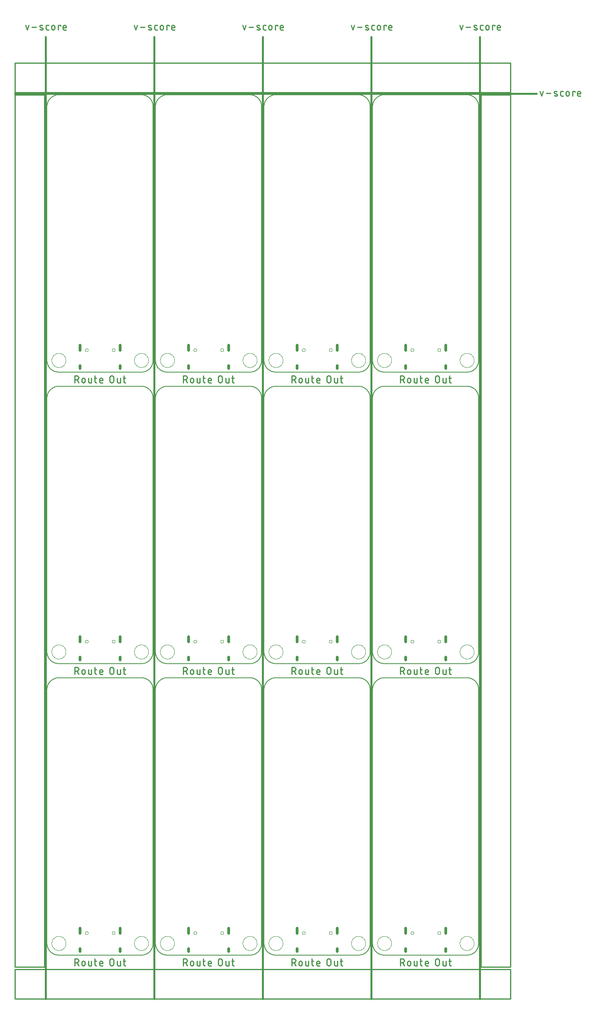
<source format=gko>
G04 EAGLE Gerber RS-274X export*
G75*
%MOMM*%
%FSLAX34Y34*%
%LPD*%
%IN*%
%IPPOS*%
%AMOC8*
5,1,8,0,0,1.08239X$1,22.5*%
G01*
%ADD10C,0.203200*%
%ADD11C,0.279400*%
%ADD12C,0.381000*%
%ADD13C,0.254000*%
%ADD14C,0.000000*%
%ADD15C,0.600000*%


D10*
X228600Y25400D02*
X228600Y571500D01*
X228593Y572114D01*
X228570Y572727D01*
X228533Y573340D01*
X228481Y573951D01*
X228415Y574562D01*
X228333Y575170D01*
X228237Y575776D01*
X228127Y576380D01*
X228002Y576981D01*
X227862Y577579D01*
X227708Y578173D01*
X227539Y578763D01*
X227357Y579349D01*
X227160Y579930D01*
X226949Y580507D01*
X226725Y581078D01*
X226487Y581644D01*
X226235Y582204D01*
X225969Y582757D01*
X225691Y583304D01*
X225399Y583844D01*
X225094Y584377D01*
X224776Y584902D01*
X224446Y585420D01*
X224104Y585929D01*
X223749Y586430D01*
X223382Y586922D01*
X223004Y587405D01*
X222614Y587879D01*
X222212Y588343D01*
X221800Y588798D01*
X221376Y589242D01*
X220942Y589676D01*
X220498Y590100D01*
X220043Y590512D01*
X219579Y590914D01*
X219105Y591304D01*
X218622Y591682D01*
X218130Y592049D01*
X217629Y592404D01*
X217120Y592746D01*
X216602Y593076D01*
X216077Y593394D01*
X215544Y593699D01*
X215004Y593991D01*
X214457Y594269D01*
X213904Y594535D01*
X213344Y594787D01*
X212778Y595025D01*
X212207Y595249D01*
X211630Y595460D01*
X211049Y595657D01*
X210463Y595839D01*
X209873Y596008D01*
X209279Y596162D01*
X208681Y596302D01*
X208080Y596427D01*
X207476Y596537D01*
X206870Y596633D01*
X206262Y596715D01*
X205651Y596781D01*
X205040Y596833D01*
X204427Y596870D01*
X203814Y596893D01*
X203200Y596900D01*
X25400Y596900D01*
X24786Y596893D01*
X24173Y596870D01*
X23560Y596833D01*
X22949Y596781D01*
X22338Y596715D01*
X21730Y596633D01*
X21124Y596537D01*
X20520Y596427D01*
X19919Y596302D01*
X19321Y596162D01*
X18727Y596008D01*
X18137Y595839D01*
X17551Y595657D01*
X16970Y595460D01*
X16393Y595249D01*
X15822Y595025D01*
X15256Y594787D01*
X14696Y594535D01*
X14143Y594269D01*
X13596Y593991D01*
X13056Y593699D01*
X12523Y593394D01*
X11998Y593076D01*
X11480Y592746D01*
X10971Y592404D01*
X10470Y592049D01*
X9978Y591682D01*
X9495Y591304D01*
X9021Y590914D01*
X8557Y590512D01*
X8102Y590100D01*
X7658Y589676D01*
X7224Y589242D01*
X6800Y588798D01*
X6388Y588343D01*
X5986Y587879D01*
X5596Y587405D01*
X5218Y586922D01*
X4851Y586430D01*
X4496Y585929D01*
X4154Y585420D01*
X3824Y584902D01*
X3506Y584377D01*
X3201Y583844D01*
X2909Y583304D01*
X2631Y582757D01*
X2365Y582204D01*
X2113Y581644D01*
X1875Y581078D01*
X1651Y580507D01*
X1440Y579930D01*
X1243Y579349D01*
X1061Y578763D01*
X892Y578173D01*
X738Y577579D01*
X598Y576981D01*
X473Y576380D01*
X363Y575776D01*
X267Y575170D01*
X185Y574562D01*
X119Y573951D01*
X67Y573340D01*
X30Y572727D01*
X7Y572114D01*
X0Y571500D01*
X0Y25400D01*
X7Y24786D01*
X30Y24173D01*
X67Y23560D01*
X119Y22949D01*
X185Y22338D01*
X267Y21730D01*
X363Y21124D01*
X473Y20520D01*
X598Y19919D01*
X738Y19321D01*
X892Y18727D01*
X1061Y18137D01*
X1243Y17551D01*
X1440Y16970D01*
X1651Y16393D01*
X1875Y15822D01*
X2113Y15256D01*
X2365Y14696D01*
X2631Y14143D01*
X2909Y13596D01*
X3201Y13056D01*
X3506Y12523D01*
X3824Y11998D01*
X4154Y11480D01*
X4496Y10971D01*
X4851Y10470D01*
X5218Y9978D01*
X5596Y9495D01*
X5986Y9021D01*
X6388Y8557D01*
X6800Y8102D01*
X7224Y7658D01*
X7658Y7224D01*
X8102Y6800D01*
X8557Y6388D01*
X9021Y5986D01*
X9495Y5596D01*
X9978Y5218D01*
X10470Y4851D01*
X10971Y4496D01*
X11480Y4154D01*
X11998Y3824D01*
X12523Y3506D01*
X13056Y3201D01*
X13596Y2909D01*
X14143Y2631D01*
X14696Y2365D01*
X15256Y2113D01*
X15822Y1875D01*
X16393Y1651D01*
X16970Y1440D01*
X17551Y1243D01*
X18137Y1061D01*
X18727Y892D01*
X19321Y738D01*
X19919Y598D01*
X20520Y473D01*
X21124Y363D01*
X21730Y267D01*
X22338Y185D01*
X22949Y119D01*
X23560Y67D01*
X24173Y30D01*
X24786Y7D01*
X25400Y0D01*
X203200Y0D01*
X203814Y7D01*
X204427Y30D01*
X205040Y67D01*
X205651Y119D01*
X206262Y185D01*
X206870Y267D01*
X207476Y363D01*
X208080Y473D01*
X208681Y598D01*
X209279Y738D01*
X209873Y892D01*
X210463Y1061D01*
X211049Y1243D01*
X211630Y1440D01*
X212207Y1651D01*
X212778Y1875D01*
X213344Y2113D01*
X213904Y2365D01*
X214457Y2631D01*
X215004Y2909D01*
X215544Y3201D01*
X216077Y3506D01*
X216602Y3824D01*
X217120Y4154D01*
X217629Y4496D01*
X218130Y4851D01*
X218622Y5218D01*
X219105Y5596D01*
X219579Y5986D01*
X220043Y6388D01*
X220498Y6800D01*
X220942Y7224D01*
X221376Y7658D01*
X221800Y8102D01*
X222212Y8557D01*
X222614Y9021D01*
X223004Y9495D01*
X223382Y9978D01*
X223749Y10470D01*
X224104Y10971D01*
X224446Y11480D01*
X224776Y11998D01*
X225094Y12523D01*
X225399Y13056D01*
X225691Y13596D01*
X225969Y14143D01*
X226235Y14696D01*
X226487Y15256D01*
X226725Y15822D01*
X226949Y16393D01*
X227160Y16970D01*
X227357Y17551D01*
X227539Y18137D01*
X227708Y18727D01*
X227862Y19321D01*
X228002Y19919D01*
X228127Y20520D01*
X228237Y21124D01*
X228333Y21730D01*
X228415Y22338D01*
X228481Y22949D01*
X228533Y23560D01*
X228570Y24173D01*
X228593Y24786D01*
X228600Y25400D01*
D11*
X59804Y-7747D02*
X59804Y-22733D01*
X59804Y-7747D02*
X63967Y-7747D01*
X64095Y-7749D01*
X64223Y-7755D01*
X64351Y-7765D01*
X64479Y-7779D01*
X64606Y-7796D01*
X64732Y-7818D01*
X64858Y-7843D01*
X64982Y-7873D01*
X65106Y-7906D01*
X65229Y-7943D01*
X65351Y-7984D01*
X65471Y-8028D01*
X65590Y-8076D01*
X65707Y-8128D01*
X65823Y-8183D01*
X65936Y-8242D01*
X66049Y-8305D01*
X66159Y-8371D01*
X66266Y-8440D01*
X66372Y-8512D01*
X66476Y-8588D01*
X66577Y-8667D01*
X66676Y-8749D01*
X66772Y-8834D01*
X66865Y-8921D01*
X66956Y-9012D01*
X67043Y-9105D01*
X67128Y-9201D01*
X67210Y-9300D01*
X67289Y-9401D01*
X67365Y-9505D01*
X67437Y-9611D01*
X67506Y-9718D01*
X67572Y-9829D01*
X67635Y-9941D01*
X67694Y-10054D01*
X67749Y-10170D01*
X67801Y-10287D01*
X67849Y-10406D01*
X67893Y-10526D01*
X67934Y-10648D01*
X67971Y-10771D01*
X68004Y-10895D01*
X68034Y-11019D01*
X68059Y-11145D01*
X68081Y-11271D01*
X68098Y-11398D01*
X68112Y-11526D01*
X68122Y-11654D01*
X68128Y-11782D01*
X68130Y-11910D01*
X68128Y-12038D01*
X68122Y-12166D01*
X68112Y-12294D01*
X68098Y-12422D01*
X68081Y-12549D01*
X68059Y-12675D01*
X68034Y-12801D01*
X68004Y-12925D01*
X67971Y-13049D01*
X67934Y-13172D01*
X67893Y-13294D01*
X67849Y-13414D01*
X67801Y-13533D01*
X67749Y-13650D01*
X67694Y-13766D01*
X67635Y-13879D01*
X67572Y-13992D01*
X67506Y-14102D01*
X67437Y-14209D01*
X67365Y-14315D01*
X67289Y-14419D01*
X67210Y-14520D01*
X67128Y-14619D01*
X67043Y-14715D01*
X66956Y-14808D01*
X66865Y-14899D01*
X66772Y-14986D01*
X66676Y-15071D01*
X66577Y-15153D01*
X66476Y-15232D01*
X66372Y-15308D01*
X66266Y-15380D01*
X66159Y-15449D01*
X66049Y-15515D01*
X65936Y-15578D01*
X65823Y-15637D01*
X65707Y-15692D01*
X65590Y-15744D01*
X65471Y-15792D01*
X65351Y-15836D01*
X65229Y-15877D01*
X65106Y-15914D01*
X64982Y-15947D01*
X64858Y-15977D01*
X64732Y-16002D01*
X64606Y-16024D01*
X64479Y-16041D01*
X64351Y-16055D01*
X64223Y-16065D01*
X64095Y-16071D01*
X63967Y-16073D01*
X59804Y-16073D01*
X64799Y-16073D02*
X68129Y-22733D01*
X75088Y-19403D02*
X75088Y-16073D01*
X75090Y-15959D01*
X75096Y-15846D01*
X75105Y-15732D01*
X75119Y-15620D01*
X75136Y-15507D01*
X75158Y-15395D01*
X75183Y-15285D01*
X75211Y-15175D01*
X75244Y-15066D01*
X75280Y-14958D01*
X75320Y-14851D01*
X75364Y-14746D01*
X75411Y-14643D01*
X75461Y-14541D01*
X75515Y-14441D01*
X75573Y-14343D01*
X75634Y-14247D01*
X75697Y-14153D01*
X75765Y-14061D01*
X75835Y-13971D01*
X75908Y-13885D01*
X75984Y-13800D01*
X76063Y-13718D01*
X76145Y-13639D01*
X76230Y-13563D01*
X76316Y-13490D01*
X76406Y-13420D01*
X76498Y-13352D01*
X76592Y-13289D01*
X76688Y-13228D01*
X76786Y-13170D01*
X76886Y-13116D01*
X76988Y-13066D01*
X77091Y-13019D01*
X77196Y-12975D01*
X77303Y-12935D01*
X77411Y-12899D01*
X77520Y-12866D01*
X77630Y-12838D01*
X77740Y-12813D01*
X77852Y-12791D01*
X77965Y-12774D01*
X78077Y-12760D01*
X78191Y-12751D01*
X78304Y-12745D01*
X78418Y-12743D01*
X78532Y-12745D01*
X78645Y-12751D01*
X78759Y-12760D01*
X78871Y-12774D01*
X78984Y-12791D01*
X79096Y-12813D01*
X79206Y-12838D01*
X79316Y-12866D01*
X79425Y-12899D01*
X79533Y-12935D01*
X79640Y-12975D01*
X79745Y-13019D01*
X79848Y-13066D01*
X79950Y-13116D01*
X80050Y-13170D01*
X80148Y-13228D01*
X80244Y-13289D01*
X80338Y-13352D01*
X80430Y-13420D01*
X80520Y-13490D01*
X80606Y-13563D01*
X80691Y-13639D01*
X80773Y-13718D01*
X80852Y-13800D01*
X80928Y-13885D01*
X81001Y-13971D01*
X81071Y-14061D01*
X81139Y-14153D01*
X81202Y-14247D01*
X81263Y-14343D01*
X81321Y-14441D01*
X81375Y-14541D01*
X81425Y-14643D01*
X81472Y-14746D01*
X81516Y-14851D01*
X81556Y-14958D01*
X81592Y-15066D01*
X81625Y-15175D01*
X81653Y-15285D01*
X81678Y-15395D01*
X81700Y-15507D01*
X81717Y-15620D01*
X81731Y-15732D01*
X81740Y-15846D01*
X81746Y-15959D01*
X81748Y-16073D01*
X81748Y-19403D01*
X81746Y-19517D01*
X81740Y-19630D01*
X81731Y-19744D01*
X81717Y-19856D01*
X81700Y-19969D01*
X81678Y-20081D01*
X81653Y-20191D01*
X81625Y-20301D01*
X81592Y-20410D01*
X81556Y-20518D01*
X81516Y-20625D01*
X81472Y-20730D01*
X81425Y-20833D01*
X81375Y-20935D01*
X81321Y-21035D01*
X81263Y-21133D01*
X81202Y-21229D01*
X81139Y-21323D01*
X81071Y-21415D01*
X81001Y-21505D01*
X80928Y-21591D01*
X80852Y-21676D01*
X80773Y-21758D01*
X80691Y-21837D01*
X80606Y-21913D01*
X80520Y-21986D01*
X80430Y-22056D01*
X80338Y-22124D01*
X80244Y-22187D01*
X80148Y-22248D01*
X80050Y-22306D01*
X79950Y-22360D01*
X79848Y-22410D01*
X79745Y-22457D01*
X79640Y-22501D01*
X79533Y-22541D01*
X79425Y-22577D01*
X79316Y-22610D01*
X79206Y-22638D01*
X79096Y-22663D01*
X78984Y-22685D01*
X78871Y-22702D01*
X78759Y-22716D01*
X78645Y-22725D01*
X78532Y-22731D01*
X78418Y-22733D01*
X78304Y-22731D01*
X78191Y-22725D01*
X78077Y-22716D01*
X77965Y-22702D01*
X77852Y-22685D01*
X77740Y-22663D01*
X77630Y-22638D01*
X77520Y-22610D01*
X77411Y-22577D01*
X77303Y-22541D01*
X77196Y-22501D01*
X77091Y-22457D01*
X76988Y-22410D01*
X76886Y-22360D01*
X76786Y-22306D01*
X76688Y-22248D01*
X76592Y-22187D01*
X76498Y-22124D01*
X76406Y-22056D01*
X76316Y-21986D01*
X76230Y-21913D01*
X76145Y-21837D01*
X76063Y-21758D01*
X75984Y-21676D01*
X75908Y-21591D01*
X75835Y-21505D01*
X75765Y-21415D01*
X75697Y-21323D01*
X75634Y-21229D01*
X75573Y-21133D01*
X75515Y-21035D01*
X75461Y-20935D01*
X75411Y-20833D01*
X75364Y-20730D01*
X75320Y-20625D01*
X75280Y-20518D01*
X75244Y-20410D01*
X75211Y-20301D01*
X75183Y-20191D01*
X75158Y-20081D01*
X75136Y-19969D01*
X75119Y-19856D01*
X75105Y-19744D01*
X75096Y-19630D01*
X75090Y-19517D01*
X75088Y-19403D01*
X89156Y-20235D02*
X89156Y-12742D01*
X89155Y-20235D02*
X89157Y-20333D01*
X89163Y-20431D01*
X89172Y-20529D01*
X89186Y-20626D01*
X89203Y-20722D01*
X89224Y-20818D01*
X89249Y-20913D01*
X89277Y-21007D01*
X89309Y-21100D01*
X89345Y-21191D01*
X89384Y-21281D01*
X89427Y-21369D01*
X89474Y-21456D01*
X89523Y-21540D01*
X89576Y-21623D01*
X89632Y-21703D01*
X89691Y-21782D01*
X89754Y-21857D01*
X89819Y-21931D01*
X89887Y-22001D01*
X89957Y-22069D01*
X90031Y-22135D01*
X90107Y-22197D01*
X90185Y-22256D01*
X90265Y-22312D01*
X90348Y-22365D01*
X90432Y-22415D01*
X90519Y-22461D01*
X90607Y-22504D01*
X90697Y-22543D01*
X90788Y-22579D01*
X90881Y-22611D01*
X90975Y-22639D01*
X91070Y-22664D01*
X91166Y-22685D01*
X91262Y-22702D01*
X91359Y-22716D01*
X91457Y-22725D01*
X91555Y-22731D01*
X91653Y-22733D01*
X95816Y-22733D01*
X95816Y-12742D01*
X101797Y-12742D02*
X106792Y-12742D01*
X103462Y-7747D02*
X103462Y-20235D01*
X103464Y-20333D01*
X103470Y-20431D01*
X103479Y-20529D01*
X103493Y-20626D01*
X103510Y-20722D01*
X103531Y-20818D01*
X103556Y-20913D01*
X103584Y-21007D01*
X103616Y-21100D01*
X103652Y-21191D01*
X103691Y-21281D01*
X103734Y-21369D01*
X103781Y-21456D01*
X103830Y-21540D01*
X103883Y-21623D01*
X103939Y-21703D01*
X103998Y-21782D01*
X104061Y-21857D01*
X104126Y-21931D01*
X104194Y-22001D01*
X104264Y-22069D01*
X104338Y-22135D01*
X104414Y-22197D01*
X104492Y-22256D01*
X104572Y-22312D01*
X104655Y-22365D01*
X104739Y-22415D01*
X104826Y-22461D01*
X104914Y-22504D01*
X105004Y-22543D01*
X105095Y-22579D01*
X105188Y-22611D01*
X105282Y-22639D01*
X105377Y-22664D01*
X105473Y-22685D01*
X105569Y-22702D01*
X105666Y-22716D01*
X105764Y-22725D01*
X105862Y-22731D01*
X105960Y-22733D01*
X106792Y-22733D01*
X115621Y-22733D02*
X119784Y-22733D01*
X115621Y-22733D02*
X115523Y-22731D01*
X115425Y-22725D01*
X115327Y-22716D01*
X115230Y-22702D01*
X115134Y-22685D01*
X115038Y-22664D01*
X114943Y-22639D01*
X114849Y-22611D01*
X114756Y-22579D01*
X114665Y-22543D01*
X114575Y-22504D01*
X114487Y-22461D01*
X114400Y-22414D01*
X114316Y-22365D01*
X114233Y-22312D01*
X114153Y-22256D01*
X114075Y-22197D01*
X113999Y-22135D01*
X113925Y-22069D01*
X113855Y-22001D01*
X113787Y-21931D01*
X113722Y-21857D01*
X113659Y-21782D01*
X113600Y-21703D01*
X113544Y-21623D01*
X113491Y-21540D01*
X113442Y-21456D01*
X113395Y-21369D01*
X113352Y-21281D01*
X113313Y-21191D01*
X113277Y-21100D01*
X113245Y-21007D01*
X113217Y-20913D01*
X113192Y-20818D01*
X113171Y-20722D01*
X113154Y-20626D01*
X113140Y-20529D01*
X113131Y-20431D01*
X113125Y-20333D01*
X113123Y-20235D01*
X113124Y-20235D02*
X113124Y-16073D01*
X113126Y-15959D01*
X113132Y-15846D01*
X113141Y-15732D01*
X113155Y-15620D01*
X113172Y-15507D01*
X113194Y-15395D01*
X113219Y-15285D01*
X113247Y-15175D01*
X113280Y-15066D01*
X113316Y-14958D01*
X113356Y-14851D01*
X113400Y-14746D01*
X113447Y-14643D01*
X113497Y-14541D01*
X113551Y-14441D01*
X113609Y-14343D01*
X113670Y-14247D01*
X113733Y-14153D01*
X113801Y-14061D01*
X113871Y-13971D01*
X113944Y-13885D01*
X114020Y-13800D01*
X114099Y-13718D01*
X114181Y-13639D01*
X114266Y-13563D01*
X114352Y-13490D01*
X114442Y-13420D01*
X114534Y-13352D01*
X114628Y-13289D01*
X114724Y-13228D01*
X114822Y-13170D01*
X114922Y-13116D01*
X115024Y-13066D01*
X115127Y-13019D01*
X115232Y-12975D01*
X115339Y-12935D01*
X115447Y-12899D01*
X115556Y-12866D01*
X115666Y-12838D01*
X115776Y-12813D01*
X115888Y-12791D01*
X116001Y-12774D01*
X116113Y-12760D01*
X116227Y-12751D01*
X116340Y-12745D01*
X116454Y-12743D01*
X116568Y-12745D01*
X116681Y-12751D01*
X116795Y-12760D01*
X116907Y-12774D01*
X117020Y-12791D01*
X117132Y-12813D01*
X117242Y-12838D01*
X117352Y-12866D01*
X117461Y-12899D01*
X117569Y-12935D01*
X117676Y-12975D01*
X117781Y-13019D01*
X117884Y-13066D01*
X117986Y-13116D01*
X118086Y-13170D01*
X118184Y-13228D01*
X118280Y-13289D01*
X118374Y-13352D01*
X118466Y-13420D01*
X118556Y-13490D01*
X118642Y-13563D01*
X118727Y-13639D01*
X118809Y-13718D01*
X118888Y-13800D01*
X118964Y-13885D01*
X119037Y-13971D01*
X119107Y-14061D01*
X119175Y-14153D01*
X119238Y-14247D01*
X119299Y-14343D01*
X119357Y-14441D01*
X119411Y-14541D01*
X119461Y-14643D01*
X119508Y-14746D01*
X119552Y-14851D01*
X119592Y-14958D01*
X119628Y-15066D01*
X119661Y-15175D01*
X119689Y-15285D01*
X119714Y-15395D01*
X119736Y-15507D01*
X119753Y-15620D01*
X119767Y-15732D01*
X119776Y-15846D01*
X119782Y-15959D01*
X119784Y-16073D01*
X119784Y-17738D01*
X113124Y-17738D01*
X135217Y-18570D02*
X135217Y-11910D01*
X135219Y-11782D01*
X135225Y-11654D01*
X135235Y-11526D01*
X135249Y-11398D01*
X135266Y-11271D01*
X135288Y-11145D01*
X135313Y-11019D01*
X135343Y-10895D01*
X135376Y-10771D01*
X135413Y-10648D01*
X135454Y-10526D01*
X135498Y-10406D01*
X135546Y-10287D01*
X135598Y-10170D01*
X135653Y-10054D01*
X135712Y-9941D01*
X135775Y-9828D01*
X135841Y-9718D01*
X135910Y-9611D01*
X135982Y-9505D01*
X136058Y-9401D01*
X136137Y-9300D01*
X136219Y-9201D01*
X136304Y-9105D01*
X136391Y-9012D01*
X136482Y-8921D01*
X136575Y-8834D01*
X136671Y-8749D01*
X136770Y-8667D01*
X136871Y-8588D01*
X136975Y-8512D01*
X137081Y-8440D01*
X137188Y-8371D01*
X137299Y-8305D01*
X137411Y-8242D01*
X137524Y-8183D01*
X137640Y-8128D01*
X137757Y-8076D01*
X137876Y-8028D01*
X137996Y-7984D01*
X138118Y-7943D01*
X138241Y-7906D01*
X138365Y-7873D01*
X138489Y-7843D01*
X138615Y-7818D01*
X138741Y-7796D01*
X138868Y-7779D01*
X138996Y-7765D01*
X139124Y-7755D01*
X139252Y-7749D01*
X139380Y-7747D01*
X139508Y-7749D01*
X139636Y-7755D01*
X139764Y-7765D01*
X139892Y-7779D01*
X140019Y-7796D01*
X140145Y-7818D01*
X140271Y-7843D01*
X140395Y-7873D01*
X140519Y-7906D01*
X140642Y-7943D01*
X140764Y-7984D01*
X140884Y-8028D01*
X141003Y-8076D01*
X141120Y-8128D01*
X141236Y-8183D01*
X141349Y-8242D01*
X141462Y-8305D01*
X141572Y-8371D01*
X141679Y-8440D01*
X141785Y-8512D01*
X141889Y-8588D01*
X141990Y-8667D01*
X142089Y-8749D01*
X142185Y-8834D01*
X142278Y-8921D01*
X142369Y-9012D01*
X142456Y-9105D01*
X142541Y-9201D01*
X142623Y-9300D01*
X142702Y-9401D01*
X142778Y-9505D01*
X142850Y-9611D01*
X142919Y-9718D01*
X142985Y-9829D01*
X143048Y-9941D01*
X143107Y-10054D01*
X143162Y-10170D01*
X143214Y-10287D01*
X143262Y-10406D01*
X143306Y-10526D01*
X143347Y-10648D01*
X143384Y-10771D01*
X143417Y-10895D01*
X143447Y-11019D01*
X143472Y-11145D01*
X143494Y-11271D01*
X143511Y-11398D01*
X143525Y-11526D01*
X143535Y-11654D01*
X143541Y-11782D01*
X143543Y-11910D01*
X143542Y-11910D02*
X143542Y-18570D01*
X143543Y-18570D02*
X143541Y-18698D01*
X143535Y-18826D01*
X143525Y-18954D01*
X143511Y-19082D01*
X143494Y-19209D01*
X143472Y-19335D01*
X143447Y-19461D01*
X143417Y-19585D01*
X143384Y-19709D01*
X143347Y-19832D01*
X143306Y-19954D01*
X143262Y-20074D01*
X143214Y-20193D01*
X143162Y-20310D01*
X143107Y-20426D01*
X143048Y-20539D01*
X142985Y-20652D01*
X142919Y-20762D01*
X142850Y-20869D01*
X142778Y-20975D01*
X142702Y-21079D01*
X142623Y-21180D01*
X142541Y-21279D01*
X142456Y-21375D01*
X142369Y-21468D01*
X142278Y-21559D01*
X142185Y-21646D01*
X142089Y-21731D01*
X141990Y-21813D01*
X141889Y-21892D01*
X141785Y-21968D01*
X141679Y-22040D01*
X141572Y-22109D01*
X141461Y-22175D01*
X141349Y-22238D01*
X141236Y-22297D01*
X141120Y-22352D01*
X141003Y-22404D01*
X140884Y-22452D01*
X140764Y-22496D01*
X140642Y-22537D01*
X140519Y-22574D01*
X140395Y-22607D01*
X140271Y-22637D01*
X140145Y-22662D01*
X140019Y-22684D01*
X139892Y-22701D01*
X139764Y-22715D01*
X139636Y-22725D01*
X139508Y-22731D01*
X139380Y-22733D01*
X139252Y-22731D01*
X139124Y-22725D01*
X138996Y-22715D01*
X138868Y-22701D01*
X138741Y-22684D01*
X138615Y-22662D01*
X138489Y-22637D01*
X138365Y-22607D01*
X138241Y-22574D01*
X138118Y-22537D01*
X137996Y-22496D01*
X137876Y-22452D01*
X137757Y-22404D01*
X137640Y-22352D01*
X137524Y-22297D01*
X137411Y-22238D01*
X137299Y-22175D01*
X137188Y-22109D01*
X137081Y-22040D01*
X136975Y-21968D01*
X136871Y-21892D01*
X136770Y-21813D01*
X136671Y-21731D01*
X136575Y-21646D01*
X136482Y-21559D01*
X136391Y-21468D01*
X136304Y-21375D01*
X136219Y-21279D01*
X136137Y-21180D01*
X136058Y-21079D01*
X135982Y-20975D01*
X135910Y-20869D01*
X135841Y-20762D01*
X135775Y-20651D01*
X135712Y-20539D01*
X135653Y-20426D01*
X135598Y-20310D01*
X135546Y-20193D01*
X135498Y-20074D01*
X135454Y-19954D01*
X135413Y-19832D01*
X135376Y-19709D01*
X135343Y-19585D01*
X135313Y-19461D01*
X135288Y-19335D01*
X135266Y-19209D01*
X135249Y-19082D01*
X135235Y-18954D01*
X135225Y-18826D01*
X135219Y-18698D01*
X135217Y-18570D01*
X151159Y-20235D02*
X151159Y-12742D01*
X151159Y-20235D02*
X151161Y-20333D01*
X151167Y-20431D01*
X151176Y-20529D01*
X151190Y-20626D01*
X151207Y-20722D01*
X151228Y-20818D01*
X151253Y-20913D01*
X151281Y-21007D01*
X151313Y-21100D01*
X151349Y-21191D01*
X151388Y-21281D01*
X151431Y-21369D01*
X151478Y-21456D01*
X151527Y-21540D01*
X151580Y-21623D01*
X151636Y-21703D01*
X151695Y-21782D01*
X151758Y-21857D01*
X151823Y-21931D01*
X151891Y-22001D01*
X151961Y-22069D01*
X152035Y-22135D01*
X152111Y-22197D01*
X152189Y-22256D01*
X152269Y-22312D01*
X152352Y-22365D01*
X152436Y-22415D01*
X152523Y-22461D01*
X152611Y-22504D01*
X152701Y-22543D01*
X152792Y-22579D01*
X152885Y-22611D01*
X152979Y-22639D01*
X153074Y-22664D01*
X153170Y-22685D01*
X153266Y-22702D01*
X153363Y-22716D01*
X153461Y-22725D01*
X153559Y-22731D01*
X153657Y-22733D01*
X157820Y-22733D01*
X157820Y-12742D01*
X163801Y-12742D02*
X168796Y-12742D01*
X165466Y-7747D02*
X165466Y-20235D01*
X165465Y-20235D02*
X165467Y-20333D01*
X165473Y-20431D01*
X165482Y-20529D01*
X165496Y-20626D01*
X165513Y-20722D01*
X165534Y-20818D01*
X165559Y-20913D01*
X165587Y-21007D01*
X165619Y-21100D01*
X165655Y-21191D01*
X165694Y-21281D01*
X165737Y-21369D01*
X165784Y-21456D01*
X165833Y-21540D01*
X165886Y-21623D01*
X165942Y-21703D01*
X166001Y-21782D01*
X166064Y-21857D01*
X166129Y-21931D01*
X166197Y-22001D01*
X166267Y-22069D01*
X166341Y-22135D01*
X166417Y-22197D01*
X166495Y-22256D01*
X166575Y-22312D01*
X166658Y-22365D01*
X166742Y-22415D01*
X166829Y-22461D01*
X166917Y-22504D01*
X167007Y-22543D01*
X167098Y-22579D01*
X167191Y-22611D01*
X167285Y-22639D01*
X167380Y-22664D01*
X167476Y-22685D01*
X167572Y-22702D01*
X167669Y-22716D01*
X167767Y-22725D01*
X167865Y-22731D01*
X167963Y-22733D01*
X167964Y-22733D02*
X168796Y-22733D01*
D10*
X462280Y25400D02*
X462280Y571500D01*
X462273Y572114D01*
X462250Y572727D01*
X462213Y573340D01*
X462161Y573951D01*
X462095Y574562D01*
X462013Y575170D01*
X461917Y575776D01*
X461807Y576380D01*
X461682Y576981D01*
X461542Y577579D01*
X461388Y578173D01*
X461219Y578763D01*
X461037Y579349D01*
X460840Y579930D01*
X460629Y580507D01*
X460405Y581078D01*
X460167Y581644D01*
X459915Y582204D01*
X459649Y582757D01*
X459371Y583304D01*
X459079Y583844D01*
X458774Y584377D01*
X458456Y584902D01*
X458126Y585420D01*
X457784Y585929D01*
X457429Y586430D01*
X457062Y586922D01*
X456684Y587405D01*
X456294Y587879D01*
X455892Y588343D01*
X455480Y588798D01*
X455056Y589242D01*
X454622Y589676D01*
X454178Y590100D01*
X453723Y590512D01*
X453259Y590914D01*
X452785Y591304D01*
X452302Y591682D01*
X451810Y592049D01*
X451309Y592404D01*
X450800Y592746D01*
X450282Y593076D01*
X449757Y593394D01*
X449224Y593699D01*
X448684Y593991D01*
X448137Y594269D01*
X447584Y594535D01*
X447024Y594787D01*
X446458Y595025D01*
X445887Y595249D01*
X445310Y595460D01*
X444729Y595657D01*
X444143Y595839D01*
X443553Y596008D01*
X442959Y596162D01*
X442361Y596302D01*
X441760Y596427D01*
X441156Y596537D01*
X440550Y596633D01*
X439942Y596715D01*
X439331Y596781D01*
X438720Y596833D01*
X438107Y596870D01*
X437494Y596893D01*
X436880Y596900D01*
X259080Y596900D01*
X258466Y596893D01*
X257853Y596870D01*
X257240Y596833D01*
X256629Y596781D01*
X256018Y596715D01*
X255410Y596633D01*
X254804Y596537D01*
X254200Y596427D01*
X253599Y596302D01*
X253001Y596162D01*
X252407Y596008D01*
X251817Y595839D01*
X251231Y595657D01*
X250650Y595460D01*
X250073Y595249D01*
X249502Y595025D01*
X248936Y594787D01*
X248376Y594535D01*
X247823Y594269D01*
X247276Y593991D01*
X246736Y593699D01*
X246203Y593394D01*
X245678Y593076D01*
X245160Y592746D01*
X244651Y592404D01*
X244150Y592049D01*
X243658Y591682D01*
X243175Y591304D01*
X242701Y590914D01*
X242237Y590512D01*
X241782Y590100D01*
X241338Y589676D01*
X240904Y589242D01*
X240480Y588798D01*
X240068Y588343D01*
X239666Y587879D01*
X239276Y587405D01*
X238898Y586922D01*
X238531Y586430D01*
X238176Y585929D01*
X237834Y585420D01*
X237504Y584902D01*
X237186Y584377D01*
X236881Y583844D01*
X236589Y583304D01*
X236311Y582757D01*
X236045Y582204D01*
X235793Y581644D01*
X235555Y581078D01*
X235331Y580507D01*
X235120Y579930D01*
X234923Y579349D01*
X234741Y578763D01*
X234572Y578173D01*
X234418Y577579D01*
X234278Y576981D01*
X234153Y576380D01*
X234043Y575776D01*
X233947Y575170D01*
X233865Y574562D01*
X233799Y573951D01*
X233747Y573340D01*
X233710Y572727D01*
X233687Y572114D01*
X233680Y571500D01*
X233680Y25400D01*
X233687Y24786D01*
X233710Y24173D01*
X233747Y23560D01*
X233799Y22949D01*
X233865Y22338D01*
X233947Y21730D01*
X234043Y21124D01*
X234153Y20520D01*
X234278Y19919D01*
X234418Y19321D01*
X234572Y18727D01*
X234741Y18137D01*
X234923Y17551D01*
X235120Y16970D01*
X235331Y16393D01*
X235555Y15822D01*
X235793Y15256D01*
X236045Y14696D01*
X236311Y14143D01*
X236589Y13596D01*
X236881Y13056D01*
X237186Y12523D01*
X237504Y11998D01*
X237834Y11480D01*
X238176Y10971D01*
X238531Y10470D01*
X238898Y9978D01*
X239276Y9495D01*
X239666Y9021D01*
X240068Y8557D01*
X240480Y8102D01*
X240904Y7658D01*
X241338Y7224D01*
X241782Y6800D01*
X242237Y6388D01*
X242701Y5986D01*
X243175Y5596D01*
X243658Y5218D01*
X244150Y4851D01*
X244651Y4496D01*
X245160Y4154D01*
X245678Y3824D01*
X246203Y3506D01*
X246736Y3201D01*
X247276Y2909D01*
X247823Y2631D01*
X248376Y2365D01*
X248936Y2113D01*
X249502Y1875D01*
X250073Y1651D01*
X250650Y1440D01*
X251231Y1243D01*
X251817Y1061D01*
X252407Y892D01*
X253001Y738D01*
X253599Y598D01*
X254200Y473D01*
X254804Y363D01*
X255410Y267D01*
X256018Y185D01*
X256629Y119D01*
X257240Y67D01*
X257853Y30D01*
X258466Y7D01*
X259080Y0D01*
X436880Y0D01*
X437494Y7D01*
X438107Y30D01*
X438720Y67D01*
X439331Y119D01*
X439942Y185D01*
X440550Y267D01*
X441156Y363D01*
X441760Y473D01*
X442361Y598D01*
X442959Y738D01*
X443553Y892D01*
X444143Y1061D01*
X444729Y1243D01*
X445310Y1440D01*
X445887Y1651D01*
X446458Y1875D01*
X447024Y2113D01*
X447584Y2365D01*
X448137Y2631D01*
X448684Y2909D01*
X449224Y3201D01*
X449757Y3506D01*
X450282Y3824D01*
X450800Y4154D01*
X451309Y4496D01*
X451810Y4851D01*
X452302Y5218D01*
X452785Y5596D01*
X453259Y5986D01*
X453723Y6388D01*
X454178Y6800D01*
X454622Y7224D01*
X455056Y7658D01*
X455480Y8102D01*
X455892Y8557D01*
X456294Y9021D01*
X456684Y9495D01*
X457062Y9978D01*
X457429Y10470D01*
X457784Y10971D01*
X458126Y11480D01*
X458456Y11998D01*
X458774Y12523D01*
X459079Y13056D01*
X459371Y13596D01*
X459649Y14143D01*
X459915Y14696D01*
X460167Y15256D01*
X460405Y15822D01*
X460629Y16393D01*
X460840Y16970D01*
X461037Y17551D01*
X461219Y18137D01*
X461388Y18727D01*
X461542Y19321D01*
X461682Y19919D01*
X461807Y20520D01*
X461917Y21124D01*
X462013Y21730D01*
X462095Y22338D01*
X462161Y22949D01*
X462213Y23560D01*
X462250Y24173D01*
X462273Y24786D01*
X462280Y25400D01*
D11*
X293484Y-7747D02*
X293484Y-22733D01*
X293484Y-7747D02*
X297647Y-7747D01*
X297775Y-7749D01*
X297903Y-7755D01*
X298031Y-7765D01*
X298159Y-7779D01*
X298286Y-7796D01*
X298412Y-7818D01*
X298538Y-7843D01*
X298662Y-7873D01*
X298786Y-7906D01*
X298909Y-7943D01*
X299031Y-7984D01*
X299151Y-8028D01*
X299270Y-8076D01*
X299387Y-8128D01*
X299503Y-8183D01*
X299616Y-8242D01*
X299729Y-8305D01*
X299839Y-8371D01*
X299946Y-8440D01*
X300052Y-8512D01*
X300156Y-8588D01*
X300257Y-8667D01*
X300356Y-8749D01*
X300452Y-8834D01*
X300545Y-8921D01*
X300636Y-9012D01*
X300723Y-9105D01*
X300808Y-9201D01*
X300890Y-9300D01*
X300969Y-9401D01*
X301045Y-9505D01*
X301117Y-9611D01*
X301186Y-9718D01*
X301252Y-9829D01*
X301315Y-9941D01*
X301374Y-10054D01*
X301429Y-10170D01*
X301481Y-10287D01*
X301529Y-10406D01*
X301573Y-10526D01*
X301614Y-10648D01*
X301651Y-10771D01*
X301684Y-10895D01*
X301714Y-11019D01*
X301739Y-11145D01*
X301761Y-11271D01*
X301778Y-11398D01*
X301792Y-11526D01*
X301802Y-11654D01*
X301808Y-11782D01*
X301810Y-11910D01*
X301808Y-12038D01*
X301802Y-12166D01*
X301792Y-12294D01*
X301778Y-12422D01*
X301761Y-12549D01*
X301739Y-12675D01*
X301714Y-12801D01*
X301684Y-12925D01*
X301651Y-13049D01*
X301614Y-13172D01*
X301573Y-13294D01*
X301529Y-13414D01*
X301481Y-13533D01*
X301429Y-13650D01*
X301374Y-13766D01*
X301315Y-13879D01*
X301252Y-13992D01*
X301186Y-14102D01*
X301117Y-14209D01*
X301045Y-14315D01*
X300969Y-14419D01*
X300890Y-14520D01*
X300808Y-14619D01*
X300723Y-14715D01*
X300636Y-14808D01*
X300545Y-14899D01*
X300452Y-14986D01*
X300356Y-15071D01*
X300257Y-15153D01*
X300156Y-15232D01*
X300052Y-15308D01*
X299946Y-15380D01*
X299839Y-15449D01*
X299729Y-15515D01*
X299616Y-15578D01*
X299503Y-15637D01*
X299387Y-15692D01*
X299270Y-15744D01*
X299151Y-15792D01*
X299031Y-15836D01*
X298909Y-15877D01*
X298786Y-15914D01*
X298662Y-15947D01*
X298538Y-15977D01*
X298412Y-16002D01*
X298286Y-16024D01*
X298159Y-16041D01*
X298031Y-16055D01*
X297903Y-16065D01*
X297775Y-16071D01*
X297647Y-16073D01*
X293484Y-16073D01*
X298479Y-16073D02*
X301809Y-22733D01*
X308768Y-19403D02*
X308768Y-16073D01*
X308770Y-15959D01*
X308776Y-15846D01*
X308785Y-15732D01*
X308799Y-15620D01*
X308816Y-15507D01*
X308838Y-15395D01*
X308863Y-15285D01*
X308891Y-15175D01*
X308924Y-15066D01*
X308960Y-14958D01*
X309000Y-14851D01*
X309044Y-14746D01*
X309091Y-14643D01*
X309141Y-14541D01*
X309195Y-14441D01*
X309253Y-14343D01*
X309314Y-14247D01*
X309377Y-14153D01*
X309445Y-14061D01*
X309515Y-13971D01*
X309588Y-13885D01*
X309664Y-13800D01*
X309743Y-13718D01*
X309825Y-13639D01*
X309910Y-13563D01*
X309996Y-13490D01*
X310086Y-13420D01*
X310178Y-13352D01*
X310272Y-13289D01*
X310368Y-13228D01*
X310466Y-13170D01*
X310566Y-13116D01*
X310668Y-13066D01*
X310771Y-13019D01*
X310876Y-12975D01*
X310983Y-12935D01*
X311091Y-12899D01*
X311200Y-12866D01*
X311310Y-12838D01*
X311420Y-12813D01*
X311532Y-12791D01*
X311645Y-12774D01*
X311757Y-12760D01*
X311871Y-12751D01*
X311984Y-12745D01*
X312098Y-12743D01*
X312212Y-12745D01*
X312325Y-12751D01*
X312439Y-12760D01*
X312551Y-12774D01*
X312664Y-12791D01*
X312776Y-12813D01*
X312886Y-12838D01*
X312996Y-12866D01*
X313105Y-12899D01*
X313213Y-12935D01*
X313320Y-12975D01*
X313425Y-13019D01*
X313528Y-13066D01*
X313630Y-13116D01*
X313730Y-13170D01*
X313828Y-13228D01*
X313924Y-13289D01*
X314018Y-13352D01*
X314110Y-13420D01*
X314200Y-13490D01*
X314286Y-13563D01*
X314371Y-13639D01*
X314453Y-13718D01*
X314532Y-13800D01*
X314608Y-13885D01*
X314681Y-13971D01*
X314751Y-14061D01*
X314819Y-14153D01*
X314882Y-14247D01*
X314943Y-14343D01*
X315001Y-14441D01*
X315055Y-14541D01*
X315105Y-14643D01*
X315152Y-14746D01*
X315196Y-14851D01*
X315236Y-14958D01*
X315272Y-15066D01*
X315305Y-15175D01*
X315333Y-15285D01*
X315358Y-15395D01*
X315380Y-15507D01*
X315397Y-15620D01*
X315411Y-15732D01*
X315420Y-15846D01*
X315426Y-15959D01*
X315428Y-16073D01*
X315428Y-19403D01*
X315426Y-19517D01*
X315420Y-19630D01*
X315411Y-19744D01*
X315397Y-19856D01*
X315380Y-19969D01*
X315358Y-20081D01*
X315333Y-20191D01*
X315305Y-20301D01*
X315272Y-20410D01*
X315236Y-20518D01*
X315196Y-20625D01*
X315152Y-20730D01*
X315105Y-20833D01*
X315055Y-20935D01*
X315001Y-21035D01*
X314943Y-21133D01*
X314882Y-21229D01*
X314819Y-21323D01*
X314751Y-21415D01*
X314681Y-21505D01*
X314608Y-21591D01*
X314532Y-21676D01*
X314453Y-21758D01*
X314371Y-21837D01*
X314286Y-21913D01*
X314200Y-21986D01*
X314110Y-22056D01*
X314018Y-22124D01*
X313924Y-22187D01*
X313828Y-22248D01*
X313730Y-22306D01*
X313630Y-22360D01*
X313528Y-22410D01*
X313425Y-22457D01*
X313320Y-22501D01*
X313213Y-22541D01*
X313105Y-22577D01*
X312996Y-22610D01*
X312886Y-22638D01*
X312776Y-22663D01*
X312664Y-22685D01*
X312551Y-22702D01*
X312439Y-22716D01*
X312325Y-22725D01*
X312212Y-22731D01*
X312098Y-22733D01*
X311984Y-22731D01*
X311871Y-22725D01*
X311757Y-22716D01*
X311645Y-22702D01*
X311532Y-22685D01*
X311420Y-22663D01*
X311310Y-22638D01*
X311200Y-22610D01*
X311091Y-22577D01*
X310983Y-22541D01*
X310876Y-22501D01*
X310771Y-22457D01*
X310668Y-22410D01*
X310566Y-22360D01*
X310466Y-22306D01*
X310368Y-22248D01*
X310272Y-22187D01*
X310178Y-22124D01*
X310086Y-22056D01*
X309996Y-21986D01*
X309910Y-21913D01*
X309825Y-21837D01*
X309743Y-21758D01*
X309664Y-21676D01*
X309588Y-21591D01*
X309515Y-21505D01*
X309445Y-21415D01*
X309377Y-21323D01*
X309314Y-21229D01*
X309253Y-21133D01*
X309195Y-21035D01*
X309141Y-20935D01*
X309091Y-20833D01*
X309044Y-20730D01*
X309000Y-20625D01*
X308960Y-20518D01*
X308924Y-20410D01*
X308891Y-20301D01*
X308863Y-20191D01*
X308838Y-20081D01*
X308816Y-19969D01*
X308799Y-19856D01*
X308785Y-19744D01*
X308776Y-19630D01*
X308770Y-19517D01*
X308768Y-19403D01*
X322836Y-20235D02*
X322836Y-12742D01*
X322835Y-20235D02*
X322837Y-20333D01*
X322843Y-20431D01*
X322852Y-20529D01*
X322866Y-20626D01*
X322883Y-20722D01*
X322904Y-20818D01*
X322929Y-20913D01*
X322957Y-21007D01*
X322989Y-21100D01*
X323025Y-21191D01*
X323064Y-21281D01*
X323107Y-21369D01*
X323154Y-21456D01*
X323203Y-21540D01*
X323256Y-21623D01*
X323312Y-21703D01*
X323371Y-21782D01*
X323434Y-21857D01*
X323499Y-21931D01*
X323567Y-22001D01*
X323637Y-22069D01*
X323711Y-22135D01*
X323787Y-22197D01*
X323865Y-22256D01*
X323945Y-22312D01*
X324028Y-22365D01*
X324112Y-22415D01*
X324199Y-22461D01*
X324287Y-22504D01*
X324377Y-22543D01*
X324468Y-22579D01*
X324561Y-22611D01*
X324655Y-22639D01*
X324750Y-22664D01*
X324846Y-22685D01*
X324942Y-22702D01*
X325039Y-22716D01*
X325137Y-22725D01*
X325235Y-22731D01*
X325333Y-22733D01*
X329496Y-22733D01*
X329496Y-12742D01*
X335477Y-12742D02*
X340472Y-12742D01*
X337142Y-7747D02*
X337142Y-20235D01*
X337144Y-20333D01*
X337150Y-20431D01*
X337159Y-20529D01*
X337173Y-20626D01*
X337190Y-20722D01*
X337211Y-20818D01*
X337236Y-20913D01*
X337264Y-21007D01*
X337296Y-21100D01*
X337332Y-21191D01*
X337371Y-21281D01*
X337414Y-21369D01*
X337461Y-21456D01*
X337510Y-21540D01*
X337563Y-21623D01*
X337619Y-21703D01*
X337678Y-21782D01*
X337741Y-21857D01*
X337806Y-21931D01*
X337874Y-22001D01*
X337944Y-22069D01*
X338018Y-22135D01*
X338094Y-22197D01*
X338172Y-22256D01*
X338252Y-22312D01*
X338335Y-22365D01*
X338419Y-22415D01*
X338506Y-22461D01*
X338594Y-22504D01*
X338684Y-22543D01*
X338775Y-22579D01*
X338868Y-22611D01*
X338962Y-22639D01*
X339057Y-22664D01*
X339153Y-22685D01*
X339249Y-22702D01*
X339346Y-22716D01*
X339444Y-22725D01*
X339542Y-22731D01*
X339640Y-22733D01*
X340472Y-22733D01*
X349301Y-22733D02*
X353464Y-22733D01*
X349301Y-22733D02*
X349203Y-22731D01*
X349105Y-22725D01*
X349007Y-22716D01*
X348910Y-22702D01*
X348814Y-22685D01*
X348718Y-22664D01*
X348623Y-22639D01*
X348529Y-22611D01*
X348436Y-22579D01*
X348345Y-22543D01*
X348255Y-22504D01*
X348167Y-22461D01*
X348080Y-22414D01*
X347996Y-22365D01*
X347913Y-22312D01*
X347833Y-22256D01*
X347755Y-22197D01*
X347679Y-22135D01*
X347605Y-22069D01*
X347535Y-22001D01*
X347467Y-21931D01*
X347402Y-21857D01*
X347339Y-21782D01*
X347280Y-21703D01*
X347224Y-21623D01*
X347171Y-21540D01*
X347122Y-21456D01*
X347075Y-21369D01*
X347032Y-21281D01*
X346993Y-21191D01*
X346957Y-21100D01*
X346925Y-21007D01*
X346897Y-20913D01*
X346872Y-20818D01*
X346851Y-20722D01*
X346834Y-20626D01*
X346820Y-20529D01*
X346811Y-20431D01*
X346805Y-20333D01*
X346803Y-20235D01*
X346804Y-20235D02*
X346804Y-16073D01*
X346806Y-15959D01*
X346812Y-15846D01*
X346821Y-15732D01*
X346835Y-15620D01*
X346852Y-15507D01*
X346874Y-15395D01*
X346899Y-15285D01*
X346927Y-15175D01*
X346960Y-15066D01*
X346996Y-14958D01*
X347036Y-14851D01*
X347080Y-14746D01*
X347127Y-14643D01*
X347177Y-14541D01*
X347231Y-14441D01*
X347289Y-14343D01*
X347350Y-14247D01*
X347413Y-14153D01*
X347481Y-14061D01*
X347551Y-13971D01*
X347624Y-13885D01*
X347700Y-13800D01*
X347779Y-13718D01*
X347861Y-13639D01*
X347946Y-13563D01*
X348032Y-13490D01*
X348122Y-13420D01*
X348214Y-13352D01*
X348308Y-13289D01*
X348404Y-13228D01*
X348502Y-13170D01*
X348602Y-13116D01*
X348704Y-13066D01*
X348807Y-13019D01*
X348912Y-12975D01*
X349019Y-12935D01*
X349127Y-12899D01*
X349236Y-12866D01*
X349346Y-12838D01*
X349456Y-12813D01*
X349568Y-12791D01*
X349681Y-12774D01*
X349793Y-12760D01*
X349907Y-12751D01*
X350020Y-12745D01*
X350134Y-12743D01*
X350248Y-12745D01*
X350361Y-12751D01*
X350475Y-12760D01*
X350587Y-12774D01*
X350700Y-12791D01*
X350812Y-12813D01*
X350922Y-12838D01*
X351032Y-12866D01*
X351141Y-12899D01*
X351249Y-12935D01*
X351356Y-12975D01*
X351461Y-13019D01*
X351564Y-13066D01*
X351666Y-13116D01*
X351766Y-13170D01*
X351864Y-13228D01*
X351960Y-13289D01*
X352054Y-13352D01*
X352146Y-13420D01*
X352236Y-13490D01*
X352322Y-13563D01*
X352407Y-13639D01*
X352489Y-13718D01*
X352568Y-13800D01*
X352644Y-13885D01*
X352717Y-13971D01*
X352787Y-14061D01*
X352855Y-14153D01*
X352918Y-14247D01*
X352979Y-14343D01*
X353037Y-14441D01*
X353091Y-14541D01*
X353141Y-14643D01*
X353188Y-14746D01*
X353232Y-14851D01*
X353272Y-14958D01*
X353308Y-15066D01*
X353341Y-15175D01*
X353369Y-15285D01*
X353394Y-15395D01*
X353416Y-15507D01*
X353433Y-15620D01*
X353447Y-15732D01*
X353456Y-15846D01*
X353462Y-15959D01*
X353464Y-16073D01*
X353464Y-17738D01*
X346804Y-17738D01*
X368897Y-18570D02*
X368897Y-11910D01*
X368899Y-11782D01*
X368905Y-11654D01*
X368915Y-11526D01*
X368929Y-11398D01*
X368946Y-11271D01*
X368968Y-11145D01*
X368993Y-11019D01*
X369023Y-10895D01*
X369056Y-10771D01*
X369093Y-10648D01*
X369134Y-10526D01*
X369178Y-10406D01*
X369226Y-10287D01*
X369278Y-10170D01*
X369333Y-10054D01*
X369392Y-9941D01*
X369455Y-9828D01*
X369521Y-9718D01*
X369590Y-9611D01*
X369662Y-9505D01*
X369738Y-9401D01*
X369817Y-9300D01*
X369899Y-9201D01*
X369984Y-9105D01*
X370071Y-9012D01*
X370162Y-8921D01*
X370255Y-8834D01*
X370351Y-8749D01*
X370450Y-8667D01*
X370551Y-8588D01*
X370655Y-8512D01*
X370761Y-8440D01*
X370868Y-8371D01*
X370979Y-8305D01*
X371091Y-8242D01*
X371204Y-8183D01*
X371320Y-8128D01*
X371437Y-8076D01*
X371556Y-8028D01*
X371676Y-7984D01*
X371798Y-7943D01*
X371921Y-7906D01*
X372045Y-7873D01*
X372169Y-7843D01*
X372295Y-7818D01*
X372421Y-7796D01*
X372548Y-7779D01*
X372676Y-7765D01*
X372804Y-7755D01*
X372932Y-7749D01*
X373060Y-7747D01*
X373188Y-7749D01*
X373316Y-7755D01*
X373444Y-7765D01*
X373572Y-7779D01*
X373699Y-7796D01*
X373825Y-7818D01*
X373951Y-7843D01*
X374075Y-7873D01*
X374199Y-7906D01*
X374322Y-7943D01*
X374444Y-7984D01*
X374564Y-8028D01*
X374683Y-8076D01*
X374800Y-8128D01*
X374916Y-8183D01*
X375029Y-8242D01*
X375142Y-8305D01*
X375252Y-8371D01*
X375359Y-8440D01*
X375465Y-8512D01*
X375569Y-8588D01*
X375670Y-8667D01*
X375769Y-8749D01*
X375865Y-8834D01*
X375958Y-8921D01*
X376049Y-9012D01*
X376136Y-9105D01*
X376221Y-9201D01*
X376303Y-9300D01*
X376382Y-9401D01*
X376458Y-9505D01*
X376530Y-9611D01*
X376599Y-9718D01*
X376665Y-9829D01*
X376728Y-9941D01*
X376787Y-10054D01*
X376842Y-10170D01*
X376894Y-10287D01*
X376942Y-10406D01*
X376986Y-10526D01*
X377027Y-10648D01*
X377064Y-10771D01*
X377097Y-10895D01*
X377127Y-11019D01*
X377152Y-11145D01*
X377174Y-11271D01*
X377191Y-11398D01*
X377205Y-11526D01*
X377215Y-11654D01*
X377221Y-11782D01*
X377223Y-11910D01*
X377222Y-11910D02*
X377222Y-18570D01*
X377223Y-18570D02*
X377221Y-18698D01*
X377215Y-18826D01*
X377205Y-18954D01*
X377191Y-19082D01*
X377174Y-19209D01*
X377152Y-19335D01*
X377127Y-19461D01*
X377097Y-19585D01*
X377064Y-19709D01*
X377027Y-19832D01*
X376986Y-19954D01*
X376942Y-20074D01*
X376894Y-20193D01*
X376842Y-20310D01*
X376787Y-20426D01*
X376728Y-20539D01*
X376665Y-20652D01*
X376599Y-20762D01*
X376530Y-20869D01*
X376458Y-20975D01*
X376382Y-21079D01*
X376303Y-21180D01*
X376221Y-21279D01*
X376136Y-21375D01*
X376049Y-21468D01*
X375958Y-21559D01*
X375865Y-21646D01*
X375769Y-21731D01*
X375670Y-21813D01*
X375569Y-21892D01*
X375465Y-21968D01*
X375359Y-22040D01*
X375252Y-22109D01*
X375142Y-22175D01*
X375029Y-22238D01*
X374916Y-22297D01*
X374800Y-22352D01*
X374683Y-22404D01*
X374564Y-22452D01*
X374444Y-22496D01*
X374322Y-22537D01*
X374199Y-22574D01*
X374075Y-22607D01*
X373951Y-22637D01*
X373825Y-22662D01*
X373699Y-22684D01*
X373572Y-22701D01*
X373444Y-22715D01*
X373316Y-22725D01*
X373188Y-22731D01*
X373060Y-22733D01*
X372932Y-22731D01*
X372804Y-22725D01*
X372676Y-22715D01*
X372548Y-22701D01*
X372421Y-22684D01*
X372295Y-22662D01*
X372169Y-22637D01*
X372045Y-22607D01*
X371921Y-22574D01*
X371798Y-22537D01*
X371676Y-22496D01*
X371556Y-22452D01*
X371437Y-22404D01*
X371320Y-22352D01*
X371204Y-22297D01*
X371091Y-22238D01*
X370979Y-22175D01*
X370868Y-22109D01*
X370761Y-22040D01*
X370655Y-21968D01*
X370551Y-21892D01*
X370450Y-21813D01*
X370351Y-21731D01*
X370255Y-21646D01*
X370162Y-21559D01*
X370071Y-21468D01*
X369984Y-21375D01*
X369899Y-21279D01*
X369817Y-21180D01*
X369738Y-21079D01*
X369662Y-20975D01*
X369590Y-20869D01*
X369521Y-20762D01*
X369455Y-20651D01*
X369392Y-20539D01*
X369333Y-20426D01*
X369278Y-20310D01*
X369226Y-20193D01*
X369178Y-20074D01*
X369134Y-19954D01*
X369093Y-19832D01*
X369056Y-19709D01*
X369023Y-19585D01*
X368993Y-19461D01*
X368968Y-19335D01*
X368946Y-19209D01*
X368929Y-19082D01*
X368915Y-18954D01*
X368905Y-18826D01*
X368899Y-18698D01*
X368897Y-18570D01*
X384839Y-20235D02*
X384839Y-12742D01*
X384839Y-20235D02*
X384841Y-20333D01*
X384847Y-20431D01*
X384856Y-20529D01*
X384870Y-20626D01*
X384887Y-20722D01*
X384908Y-20818D01*
X384933Y-20913D01*
X384961Y-21007D01*
X384993Y-21100D01*
X385029Y-21191D01*
X385068Y-21281D01*
X385111Y-21369D01*
X385158Y-21456D01*
X385207Y-21540D01*
X385260Y-21623D01*
X385316Y-21703D01*
X385375Y-21782D01*
X385438Y-21857D01*
X385503Y-21931D01*
X385571Y-22001D01*
X385641Y-22069D01*
X385715Y-22135D01*
X385791Y-22197D01*
X385869Y-22256D01*
X385949Y-22312D01*
X386032Y-22365D01*
X386116Y-22415D01*
X386203Y-22461D01*
X386291Y-22504D01*
X386381Y-22543D01*
X386472Y-22579D01*
X386565Y-22611D01*
X386659Y-22639D01*
X386754Y-22664D01*
X386850Y-22685D01*
X386946Y-22702D01*
X387043Y-22716D01*
X387141Y-22725D01*
X387239Y-22731D01*
X387337Y-22733D01*
X391500Y-22733D01*
X391500Y-12742D01*
X397481Y-12742D02*
X402476Y-12742D01*
X399146Y-7747D02*
X399146Y-20235D01*
X399145Y-20235D02*
X399147Y-20333D01*
X399153Y-20431D01*
X399162Y-20529D01*
X399176Y-20626D01*
X399193Y-20722D01*
X399214Y-20818D01*
X399239Y-20913D01*
X399267Y-21007D01*
X399299Y-21100D01*
X399335Y-21191D01*
X399374Y-21281D01*
X399417Y-21369D01*
X399464Y-21456D01*
X399513Y-21540D01*
X399566Y-21623D01*
X399622Y-21703D01*
X399681Y-21782D01*
X399744Y-21857D01*
X399809Y-21931D01*
X399877Y-22001D01*
X399947Y-22069D01*
X400021Y-22135D01*
X400097Y-22197D01*
X400175Y-22256D01*
X400255Y-22312D01*
X400338Y-22365D01*
X400422Y-22415D01*
X400509Y-22461D01*
X400597Y-22504D01*
X400687Y-22543D01*
X400778Y-22579D01*
X400871Y-22611D01*
X400965Y-22639D01*
X401060Y-22664D01*
X401156Y-22685D01*
X401252Y-22702D01*
X401349Y-22716D01*
X401447Y-22725D01*
X401545Y-22731D01*
X401643Y-22733D01*
X401644Y-22733D02*
X402476Y-22733D01*
D10*
X695960Y25400D02*
X695960Y571500D01*
X695953Y572114D01*
X695930Y572727D01*
X695893Y573340D01*
X695841Y573951D01*
X695775Y574562D01*
X695693Y575170D01*
X695597Y575776D01*
X695487Y576380D01*
X695362Y576981D01*
X695222Y577579D01*
X695068Y578173D01*
X694899Y578763D01*
X694717Y579349D01*
X694520Y579930D01*
X694309Y580507D01*
X694085Y581078D01*
X693847Y581644D01*
X693595Y582204D01*
X693329Y582757D01*
X693051Y583304D01*
X692759Y583844D01*
X692454Y584377D01*
X692136Y584902D01*
X691806Y585420D01*
X691464Y585929D01*
X691109Y586430D01*
X690742Y586922D01*
X690364Y587405D01*
X689974Y587879D01*
X689572Y588343D01*
X689160Y588798D01*
X688736Y589242D01*
X688302Y589676D01*
X687858Y590100D01*
X687403Y590512D01*
X686939Y590914D01*
X686465Y591304D01*
X685982Y591682D01*
X685490Y592049D01*
X684989Y592404D01*
X684480Y592746D01*
X683962Y593076D01*
X683437Y593394D01*
X682904Y593699D01*
X682364Y593991D01*
X681817Y594269D01*
X681264Y594535D01*
X680704Y594787D01*
X680138Y595025D01*
X679567Y595249D01*
X678990Y595460D01*
X678409Y595657D01*
X677823Y595839D01*
X677233Y596008D01*
X676639Y596162D01*
X676041Y596302D01*
X675440Y596427D01*
X674836Y596537D01*
X674230Y596633D01*
X673622Y596715D01*
X673011Y596781D01*
X672400Y596833D01*
X671787Y596870D01*
X671174Y596893D01*
X670560Y596900D01*
X492760Y596900D01*
X492146Y596893D01*
X491533Y596870D01*
X490920Y596833D01*
X490309Y596781D01*
X489698Y596715D01*
X489090Y596633D01*
X488484Y596537D01*
X487880Y596427D01*
X487279Y596302D01*
X486681Y596162D01*
X486087Y596008D01*
X485497Y595839D01*
X484911Y595657D01*
X484330Y595460D01*
X483753Y595249D01*
X483182Y595025D01*
X482616Y594787D01*
X482056Y594535D01*
X481503Y594269D01*
X480956Y593991D01*
X480416Y593699D01*
X479883Y593394D01*
X479358Y593076D01*
X478840Y592746D01*
X478331Y592404D01*
X477830Y592049D01*
X477338Y591682D01*
X476855Y591304D01*
X476381Y590914D01*
X475917Y590512D01*
X475462Y590100D01*
X475018Y589676D01*
X474584Y589242D01*
X474160Y588798D01*
X473748Y588343D01*
X473346Y587879D01*
X472956Y587405D01*
X472578Y586922D01*
X472211Y586430D01*
X471856Y585929D01*
X471514Y585420D01*
X471184Y584902D01*
X470866Y584377D01*
X470561Y583844D01*
X470269Y583304D01*
X469991Y582757D01*
X469725Y582204D01*
X469473Y581644D01*
X469235Y581078D01*
X469011Y580507D01*
X468800Y579930D01*
X468603Y579349D01*
X468421Y578763D01*
X468252Y578173D01*
X468098Y577579D01*
X467958Y576981D01*
X467833Y576380D01*
X467723Y575776D01*
X467627Y575170D01*
X467545Y574562D01*
X467479Y573951D01*
X467427Y573340D01*
X467390Y572727D01*
X467367Y572114D01*
X467360Y571500D01*
X467360Y25400D01*
X467367Y24786D01*
X467390Y24173D01*
X467427Y23560D01*
X467479Y22949D01*
X467545Y22338D01*
X467627Y21730D01*
X467723Y21124D01*
X467833Y20520D01*
X467958Y19919D01*
X468098Y19321D01*
X468252Y18727D01*
X468421Y18137D01*
X468603Y17551D01*
X468800Y16970D01*
X469011Y16393D01*
X469235Y15822D01*
X469473Y15256D01*
X469725Y14696D01*
X469991Y14143D01*
X470269Y13596D01*
X470561Y13056D01*
X470866Y12523D01*
X471184Y11998D01*
X471514Y11480D01*
X471856Y10971D01*
X472211Y10470D01*
X472578Y9978D01*
X472956Y9495D01*
X473346Y9021D01*
X473748Y8557D01*
X474160Y8102D01*
X474584Y7658D01*
X475018Y7224D01*
X475462Y6800D01*
X475917Y6388D01*
X476381Y5986D01*
X476855Y5596D01*
X477338Y5218D01*
X477830Y4851D01*
X478331Y4496D01*
X478840Y4154D01*
X479358Y3824D01*
X479883Y3506D01*
X480416Y3201D01*
X480956Y2909D01*
X481503Y2631D01*
X482056Y2365D01*
X482616Y2113D01*
X483182Y1875D01*
X483753Y1651D01*
X484330Y1440D01*
X484911Y1243D01*
X485497Y1061D01*
X486087Y892D01*
X486681Y738D01*
X487279Y598D01*
X487880Y473D01*
X488484Y363D01*
X489090Y267D01*
X489698Y185D01*
X490309Y119D01*
X490920Y67D01*
X491533Y30D01*
X492146Y7D01*
X492760Y0D01*
X670560Y0D01*
X671174Y7D01*
X671787Y30D01*
X672400Y67D01*
X673011Y119D01*
X673622Y185D01*
X674230Y267D01*
X674836Y363D01*
X675440Y473D01*
X676041Y598D01*
X676639Y738D01*
X677233Y892D01*
X677823Y1061D01*
X678409Y1243D01*
X678990Y1440D01*
X679567Y1651D01*
X680138Y1875D01*
X680704Y2113D01*
X681264Y2365D01*
X681817Y2631D01*
X682364Y2909D01*
X682904Y3201D01*
X683437Y3506D01*
X683962Y3824D01*
X684480Y4154D01*
X684989Y4496D01*
X685490Y4851D01*
X685982Y5218D01*
X686465Y5596D01*
X686939Y5986D01*
X687403Y6388D01*
X687858Y6800D01*
X688302Y7224D01*
X688736Y7658D01*
X689160Y8102D01*
X689572Y8557D01*
X689974Y9021D01*
X690364Y9495D01*
X690742Y9978D01*
X691109Y10470D01*
X691464Y10971D01*
X691806Y11480D01*
X692136Y11998D01*
X692454Y12523D01*
X692759Y13056D01*
X693051Y13596D01*
X693329Y14143D01*
X693595Y14696D01*
X693847Y15256D01*
X694085Y15822D01*
X694309Y16393D01*
X694520Y16970D01*
X694717Y17551D01*
X694899Y18137D01*
X695068Y18727D01*
X695222Y19321D01*
X695362Y19919D01*
X695487Y20520D01*
X695597Y21124D01*
X695693Y21730D01*
X695775Y22338D01*
X695841Y22949D01*
X695893Y23560D01*
X695930Y24173D01*
X695953Y24786D01*
X695960Y25400D01*
D11*
X527164Y-7747D02*
X527164Y-22733D01*
X527164Y-7747D02*
X531327Y-7747D01*
X531455Y-7749D01*
X531583Y-7755D01*
X531711Y-7765D01*
X531839Y-7779D01*
X531966Y-7796D01*
X532092Y-7818D01*
X532218Y-7843D01*
X532342Y-7873D01*
X532466Y-7906D01*
X532589Y-7943D01*
X532711Y-7984D01*
X532831Y-8028D01*
X532950Y-8076D01*
X533067Y-8128D01*
X533183Y-8183D01*
X533296Y-8242D01*
X533409Y-8305D01*
X533519Y-8371D01*
X533626Y-8440D01*
X533732Y-8512D01*
X533836Y-8588D01*
X533937Y-8667D01*
X534036Y-8749D01*
X534132Y-8834D01*
X534225Y-8921D01*
X534316Y-9012D01*
X534403Y-9105D01*
X534488Y-9201D01*
X534570Y-9300D01*
X534649Y-9401D01*
X534725Y-9505D01*
X534797Y-9611D01*
X534866Y-9718D01*
X534932Y-9829D01*
X534995Y-9941D01*
X535054Y-10054D01*
X535109Y-10170D01*
X535161Y-10287D01*
X535209Y-10406D01*
X535253Y-10526D01*
X535294Y-10648D01*
X535331Y-10771D01*
X535364Y-10895D01*
X535394Y-11019D01*
X535419Y-11145D01*
X535441Y-11271D01*
X535458Y-11398D01*
X535472Y-11526D01*
X535482Y-11654D01*
X535488Y-11782D01*
X535490Y-11910D01*
X535488Y-12038D01*
X535482Y-12166D01*
X535472Y-12294D01*
X535458Y-12422D01*
X535441Y-12549D01*
X535419Y-12675D01*
X535394Y-12801D01*
X535364Y-12925D01*
X535331Y-13049D01*
X535294Y-13172D01*
X535253Y-13294D01*
X535209Y-13414D01*
X535161Y-13533D01*
X535109Y-13650D01*
X535054Y-13766D01*
X534995Y-13879D01*
X534932Y-13992D01*
X534866Y-14102D01*
X534797Y-14209D01*
X534725Y-14315D01*
X534649Y-14419D01*
X534570Y-14520D01*
X534488Y-14619D01*
X534403Y-14715D01*
X534316Y-14808D01*
X534225Y-14899D01*
X534132Y-14986D01*
X534036Y-15071D01*
X533937Y-15153D01*
X533836Y-15232D01*
X533732Y-15308D01*
X533626Y-15380D01*
X533519Y-15449D01*
X533409Y-15515D01*
X533296Y-15578D01*
X533183Y-15637D01*
X533067Y-15692D01*
X532950Y-15744D01*
X532831Y-15792D01*
X532711Y-15836D01*
X532589Y-15877D01*
X532466Y-15914D01*
X532342Y-15947D01*
X532218Y-15977D01*
X532092Y-16002D01*
X531966Y-16024D01*
X531839Y-16041D01*
X531711Y-16055D01*
X531583Y-16065D01*
X531455Y-16071D01*
X531327Y-16073D01*
X527164Y-16073D01*
X532159Y-16073D02*
X535489Y-22733D01*
X542448Y-19403D02*
X542448Y-16073D01*
X542450Y-15959D01*
X542456Y-15846D01*
X542465Y-15732D01*
X542479Y-15620D01*
X542496Y-15507D01*
X542518Y-15395D01*
X542543Y-15285D01*
X542571Y-15175D01*
X542604Y-15066D01*
X542640Y-14958D01*
X542680Y-14851D01*
X542724Y-14746D01*
X542771Y-14643D01*
X542821Y-14541D01*
X542875Y-14441D01*
X542933Y-14343D01*
X542994Y-14247D01*
X543057Y-14153D01*
X543125Y-14061D01*
X543195Y-13971D01*
X543268Y-13885D01*
X543344Y-13800D01*
X543423Y-13718D01*
X543505Y-13639D01*
X543590Y-13563D01*
X543676Y-13490D01*
X543766Y-13420D01*
X543858Y-13352D01*
X543952Y-13289D01*
X544048Y-13228D01*
X544146Y-13170D01*
X544246Y-13116D01*
X544348Y-13066D01*
X544451Y-13019D01*
X544556Y-12975D01*
X544663Y-12935D01*
X544771Y-12899D01*
X544880Y-12866D01*
X544990Y-12838D01*
X545100Y-12813D01*
X545212Y-12791D01*
X545325Y-12774D01*
X545437Y-12760D01*
X545551Y-12751D01*
X545664Y-12745D01*
X545778Y-12743D01*
X545892Y-12745D01*
X546005Y-12751D01*
X546119Y-12760D01*
X546231Y-12774D01*
X546344Y-12791D01*
X546456Y-12813D01*
X546566Y-12838D01*
X546676Y-12866D01*
X546785Y-12899D01*
X546893Y-12935D01*
X547000Y-12975D01*
X547105Y-13019D01*
X547208Y-13066D01*
X547310Y-13116D01*
X547410Y-13170D01*
X547508Y-13228D01*
X547604Y-13289D01*
X547698Y-13352D01*
X547790Y-13420D01*
X547880Y-13490D01*
X547966Y-13563D01*
X548051Y-13639D01*
X548133Y-13718D01*
X548212Y-13800D01*
X548288Y-13885D01*
X548361Y-13971D01*
X548431Y-14061D01*
X548499Y-14153D01*
X548562Y-14247D01*
X548623Y-14343D01*
X548681Y-14441D01*
X548735Y-14541D01*
X548785Y-14643D01*
X548832Y-14746D01*
X548876Y-14851D01*
X548916Y-14958D01*
X548952Y-15066D01*
X548985Y-15175D01*
X549013Y-15285D01*
X549038Y-15395D01*
X549060Y-15507D01*
X549077Y-15620D01*
X549091Y-15732D01*
X549100Y-15846D01*
X549106Y-15959D01*
X549108Y-16073D01*
X549108Y-19403D01*
X549106Y-19517D01*
X549100Y-19630D01*
X549091Y-19744D01*
X549077Y-19856D01*
X549060Y-19969D01*
X549038Y-20081D01*
X549013Y-20191D01*
X548985Y-20301D01*
X548952Y-20410D01*
X548916Y-20518D01*
X548876Y-20625D01*
X548832Y-20730D01*
X548785Y-20833D01*
X548735Y-20935D01*
X548681Y-21035D01*
X548623Y-21133D01*
X548562Y-21229D01*
X548499Y-21323D01*
X548431Y-21415D01*
X548361Y-21505D01*
X548288Y-21591D01*
X548212Y-21676D01*
X548133Y-21758D01*
X548051Y-21837D01*
X547966Y-21913D01*
X547880Y-21986D01*
X547790Y-22056D01*
X547698Y-22124D01*
X547604Y-22187D01*
X547508Y-22248D01*
X547410Y-22306D01*
X547310Y-22360D01*
X547208Y-22410D01*
X547105Y-22457D01*
X547000Y-22501D01*
X546893Y-22541D01*
X546785Y-22577D01*
X546676Y-22610D01*
X546566Y-22638D01*
X546456Y-22663D01*
X546344Y-22685D01*
X546231Y-22702D01*
X546119Y-22716D01*
X546005Y-22725D01*
X545892Y-22731D01*
X545778Y-22733D01*
X545664Y-22731D01*
X545551Y-22725D01*
X545437Y-22716D01*
X545325Y-22702D01*
X545212Y-22685D01*
X545100Y-22663D01*
X544990Y-22638D01*
X544880Y-22610D01*
X544771Y-22577D01*
X544663Y-22541D01*
X544556Y-22501D01*
X544451Y-22457D01*
X544348Y-22410D01*
X544246Y-22360D01*
X544146Y-22306D01*
X544048Y-22248D01*
X543952Y-22187D01*
X543858Y-22124D01*
X543766Y-22056D01*
X543676Y-21986D01*
X543590Y-21913D01*
X543505Y-21837D01*
X543423Y-21758D01*
X543344Y-21676D01*
X543268Y-21591D01*
X543195Y-21505D01*
X543125Y-21415D01*
X543057Y-21323D01*
X542994Y-21229D01*
X542933Y-21133D01*
X542875Y-21035D01*
X542821Y-20935D01*
X542771Y-20833D01*
X542724Y-20730D01*
X542680Y-20625D01*
X542640Y-20518D01*
X542604Y-20410D01*
X542571Y-20301D01*
X542543Y-20191D01*
X542518Y-20081D01*
X542496Y-19969D01*
X542479Y-19856D01*
X542465Y-19744D01*
X542456Y-19630D01*
X542450Y-19517D01*
X542448Y-19403D01*
X556516Y-20235D02*
X556516Y-12742D01*
X556515Y-20235D02*
X556517Y-20333D01*
X556523Y-20431D01*
X556532Y-20529D01*
X556546Y-20626D01*
X556563Y-20722D01*
X556584Y-20818D01*
X556609Y-20913D01*
X556637Y-21007D01*
X556669Y-21100D01*
X556705Y-21191D01*
X556744Y-21281D01*
X556787Y-21369D01*
X556834Y-21456D01*
X556883Y-21540D01*
X556936Y-21623D01*
X556992Y-21703D01*
X557051Y-21782D01*
X557114Y-21857D01*
X557179Y-21931D01*
X557247Y-22001D01*
X557317Y-22069D01*
X557391Y-22135D01*
X557467Y-22197D01*
X557545Y-22256D01*
X557625Y-22312D01*
X557708Y-22365D01*
X557792Y-22415D01*
X557879Y-22461D01*
X557967Y-22504D01*
X558057Y-22543D01*
X558148Y-22579D01*
X558241Y-22611D01*
X558335Y-22639D01*
X558430Y-22664D01*
X558526Y-22685D01*
X558622Y-22702D01*
X558719Y-22716D01*
X558817Y-22725D01*
X558915Y-22731D01*
X559013Y-22733D01*
X563176Y-22733D01*
X563176Y-12742D01*
X569157Y-12742D02*
X574152Y-12742D01*
X570822Y-7747D02*
X570822Y-20235D01*
X570824Y-20333D01*
X570830Y-20431D01*
X570839Y-20529D01*
X570853Y-20626D01*
X570870Y-20722D01*
X570891Y-20818D01*
X570916Y-20913D01*
X570944Y-21007D01*
X570976Y-21100D01*
X571012Y-21191D01*
X571051Y-21281D01*
X571094Y-21369D01*
X571141Y-21456D01*
X571190Y-21540D01*
X571243Y-21623D01*
X571299Y-21703D01*
X571358Y-21782D01*
X571421Y-21857D01*
X571486Y-21931D01*
X571554Y-22001D01*
X571624Y-22069D01*
X571698Y-22135D01*
X571774Y-22197D01*
X571852Y-22256D01*
X571932Y-22312D01*
X572015Y-22365D01*
X572099Y-22415D01*
X572186Y-22461D01*
X572274Y-22504D01*
X572364Y-22543D01*
X572455Y-22579D01*
X572548Y-22611D01*
X572642Y-22639D01*
X572737Y-22664D01*
X572833Y-22685D01*
X572929Y-22702D01*
X573026Y-22716D01*
X573124Y-22725D01*
X573222Y-22731D01*
X573320Y-22733D01*
X574152Y-22733D01*
X582981Y-22733D02*
X587144Y-22733D01*
X582981Y-22733D02*
X582883Y-22731D01*
X582785Y-22725D01*
X582687Y-22716D01*
X582590Y-22702D01*
X582494Y-22685D01*
X582398Y-22664D01*
X582303Y-22639D01*
X582209Y-22611D01*
X582116Y-22579D01*
X582025Y-22543D01*
X581935Y-22504D01*
X581847Y-22461D01*
X581760Y-22414D01*
X581676Y-22365D01*
X581593Y-22312D01*
X581513Y-22256D01*
X581435Y-22197D01*
X581359Y-22135D01*
X581285Y-22069D01*
X581215Y-22001D01*
X581147Y-21931D01*
X581082Y-21857D01*
X581019Y-21782D01*
X580960Y-21703D01*
X580904Y-21623D01*
X580851Y-21540D01*
X580802Y-21456D01*
X580755Y-21369D01*
X580712Y-21281D01*
X580673Y-21191D01*
X580637Y-21100D01*
X580605Y-21007D01*
X580577Y-20913D01*
X580552Y-20818D01*
X580531Y-20722D01*
X580514Y-20626D01*
X580500Y-20529D01*
X580491Y-20431D01*
X580485Y-20333D01*
X580483Y-20235D01*
X580484Y-20235D02*
X580484Y-16073D01*
X580486Y-15959D01*
X580492Y-15846D01*
X580501Y-15732D01*
X580515Y-15620D01*
X580532Y-15507D01*
X580554Y-15395D01*
X580579Y-15285D01*
X580607Y-15175D01*
X580640Y-15066D01*
X580676Y-14958D01*
X580716Y-14851D01*
X580760Y-14746D01*
X580807Y-14643D01*
X580857Y-14541D01*
X580911Y-14441D01*
X580969Y-14343D01*
X581030Y-14247D01*
X581093Y-14153D01*
X581161Y-14061D01*
X581231Y-13971D01*
X581304Y-13885D01*
X581380Y-13800D01*
X581459Y-13718D01*
X581541Y-13639D01*
X581626Y-13563D01*
X581712Y-13490D01*
X581802Y-13420D01*
X581894Y-13352D01*
X581988Y-13289D01*
X582084Y-13228D01*
X582182Y-13170D01*
X582282Y-13116D01*
X582384Y-13066D01*
X582487Y-13019D01*
X582592Y-12975D01*
X582699Y-12935D01*
X582807Y-12899D01*
X582916Y-12866D01*
X583026Y-12838D01*
X583136Y-12813D01*
X583248Y-12791D01*
X583361Y-12774D01*
X583473Y-12760D01*
X583587Y-12751D01*
X583700Y-12745D01*
X583814Y-12743D01*
X583928Y-12745D01*
X584041Y-12751D01*
X584155Y-12760D01*
X584267Y-12774D01*
X584380Y-12791D01*
X584492Y-12813D01*
X584602Y-12838D01*
X584712Y-12866D01*
X584821Y-12899D01*
X584929Y-12935D01*
X585036Y-12975D01*
X585141Y-13019D01*
X585244Y-13066D01*
X585346Y-13116D01*
X585446Y-13170D01*
X585544Y-13228D01*
X585640Y-13289D01*
X585734Y-13352D01*
X585826Y-13420D01*
X585916Y-13490D01*
X586002Y-13563D01*
X586087Y-13639D01*
X586169Y-13718D01*
X586248Y-13800D01*
X586324Y-13885D01*
X586397Y-13971D01*
X586467Y-14061D01*
X586535Y-14153D01*
X586598Y-14247D01*
X586659Y-14343D01*
X586717Y-14441D01*
X586771Y-14541D01*
X586821Y-14643D01*
X586868Y-14746D01*
X586912Y-14851D01*
X586952Y-14958D01*
X586988Y-15066D01*
X587021Y-15175D01*
X587049Y-15285D01*
X587074Y-15395D01*
X587096Y-15507D01*
X587113Y-15620D01*
X587127Y-15732D01*
X587136Y-15846D01*
X587142Y-15959D01*
X587144Y-16073D01*
X587144Y-17738D01*
X580484Y-17738D01*
X602577Y-18570D02*
X602577Y-11910D01*
X602579Y-11782D01*
X602585Y-11654D01*
X602595Y-11526D01*
X602609Y-11398D01*
X602626Y-11271D01*
X602648Y-11145D01*
X602673Y-11019D01*
X602703Y-10895D01*
X602736Y-10771D01*
X602773Y-10648D01*
X602814Y-10526D01*
X602858Y-10406D01*
X602906Y-10287D01*
X602958Y-10170D01*
X603013Y-10054D01*
X603072Y-9941D01*
X603135Y-9828D01*
X603201Y-9718D01*
X603270Y-9611D01*
X603342Y-9505D01*
X603418Y-9401D01*
X603497Y-9300D01*
X603579Y-9201D01*
X603664Y-9105D01*
X603751Y-9012D01*
X603842Y-8921D01*
X603935Y-8834D01*
X604031Y-8749D01*
X604130Y-8667D01*
X604231Y-8588D01*
X604335Y-8512D01*
X604441Y-8440D01*
X604548Y-8371D01*
X604659Y-8305D01*
X604771Y-8242D01*
X604884Y-8183D01*
X605000Y-8128D01*
X605117Y-8076D01*
X605236Y-8028D01*
X605356Y-7984D01*
X605478Y-7943D01*
X605601Y-7906D01*
X605725Y-7873D01*
X605849Y-7843D01*
X605975Y-7818D01*
X606101Y-7796D01*
X606228Y-7779D01*
X606356Y-7765D01*
X606484Y-7755D01*
X606612Y-7749D01*
X606740Y-7747D01*
X606868Y-7749D01*
X606996Y-7755D01*
X607124Y-7765D01*
X607252Y-7779D01*
X607379Y-7796D01*
X607505Y-7818D01*
X607631Y-7843D01*
X607755Y-7873D01*
X607879Y-7906D01*
X608002Y-7943D01*
X608124Y-7984D01*
X608244Y-8028D01*
X608363Y-8076D01*
X608480Y-8128D01*
X608596Y-8183D01*
X608709Y-8242D01*
X608822Y-8305D01*
X608932Y-8371D01*
X609039Y-8440D01*
X609145Y-8512D01*
X609249Y-8588D01*
X609350Y-8667D01*
X609449Y-8749D01*
X609545Y-8834D01*
X609638Y-8921D01*
X609729Y-9012D01*
X609816Y-9105D01*
X609901Y-9201D01*
X609983Y-9300D01*
X610062Y-9401D01*
X610138Y-9505D01*
X610210Y-9611D01*
X610279Y-9718D01*
X610345Y-9829D01*
X610408Y-9941D01*
X610467Y-10054D01*
X610522Y-10170D01*
X610574Y-10287D01*
X610622Y-10406D01*
X610666Y-10526D01*
X610707Y-10648D01*
X610744Y-10771D01*
X610777Y-10895D01*
X610807Y-11019D01*
X610832Y-11145D01*
X610854Y-11271D01*
X610871Y-11398D01*
X610885Y-11526D01*
X610895Y-11654D01*
X610901Y-11782D01*
X610903Y-11910D01*
X610902Y-11910D02*
X610902Y-18570D01*
X610903Y-18570D02*
X610901Y-18698D01*
X610895Y-18826D01*
X610885Y-18954D01*
X610871Y-19082D01*
X610854Y-19209D01*
X610832Y-19335D01*
X610807Y-19461D01*
X610777Y-19585D01*
X610744Y-19709D01*
X610707Y-19832D01*
X610666Y-19954D01*
X610622Y-20074D01*
X610574Y-20193D01*
X610522Y-20310D01*
X610467Y-20426D01*
X610408Y-20539D01*
X610345Y-20652D01*
X610279Y-20762D01*
X610210Y-20869D01*
X610138Y-20975D01*
X610062Y-21079D01*
X609983Y-21180D01*
X609901Y-21279D01*
X609816Y-21375D01*
X609729Y-21468D01*
X609638Y-21559D01*
X609545Y-21646D01*
X609449Y-21731D01*
X609350Y-21813D01*
X609249Y-21892D01*
X609145Y-21968D01*
X609039Y-22040D01*
X608932Y-22109D01*
X608822Y-22175D01*
X608709Y-22238D01*
X608596Y-22297D01*
X608480Y-22352D01*
X608363Y-22404D01*
X608244Y-22452D01*
X608124Y-22496D01*
X608002Y-22537D01*
X607879Y-22574D01*
X607755Y-22607D01*
X607631Y-22637D01*
X607505Y-22662D01*
X607379Y-22684D01*
X607252Y-22701D01*
X607124Y-22715D01*
X606996Y-22725D01*
X606868Y-22731D01*
X606740Y-22733D01*
X606612Y-22731D01*
X606484Y-22725D01*
X606356Y-22715D01*
X606228Y-22701D01*
X606101Y-22684D01*
X605975Y-22662D01*
X605849Y-22637D01*
X605725Y-22607D01*
X605601Y-22574D01*
X605478Y-22537D01*
X605356Y-22496D01*
X605236Y-22452D01*
X605117Y-22404D01*
X605000Y-22352D01*
X604884Y-22297D01*
X604771Y-22238D01*
X604659Y-22175D01*
X604548Y-22109D01*
X604441Y-22040D01*
X604335Y-21968D01*
X604231Y-21892D01*
X604130Y-21813D01*
X604031Y-21731D01*
X603935Y-21646D01*
X603842Y-21559D01*
X603751Y-21468D01*
X603664Y-21375D01*
X603579Y-21279D01*
X603497Y-21180D01*
X603418Y-21079D01*
X603342Y-20975D01*
X603270Y-20869D01*
X603201Y-20762D01*
X603135Y-20651D01*
X603072Y-20539D01*
X603013Y-20426D01*
X602958Y-20310D01*
X602906Y-20193D01*
X602858Y-20074D01*
X602814Y-19954D01*
X602773Y-19832D01*
X602736Y-19709D01*
X602703Y-19585D01*
X602673Y-19461D01*
X602648Y-19335D01*
X602626Y-19209D01*
X602609Y-19082D01*
X602595Y-18954D01*
X602585Y-18826D01*
X602579Y-18698D01*
X602577Y-18570D01*
X618519Y-20235D02*
X618519Y-12742D01*
X618519Y-20235D02*
X618521Y-20333D01*
X618527Y-20431D01*
X618536Y-20529D01*
X618550Y-20626D01*
X618567Y-20722D01*
X618588Y-20818D01*
X618613Y-20913D01*
X618641Y-21007D01*
X618673Y-21100D01*
X618709Y-21191D01*
X618748Y-21281D01*
X618791Y-21369D01*
X618838Y-21456D01*
X618887Y-21540D01*
X618940Y-21623D01*
X618996Y-21703D01*
X619055Y-21782D01*
X619118Y-21857D01*
X619183Y-21931D01*
X619251Y-22001D01*
X619321Y-22069D01*
X619395Y-22135D01*
X619471Y-22197D01*
X619549Y-22256D01*
X619629Y-22312D01*
X619712Y-22365D01*
X619796Y-22415D01*
X619883Y-22461D01*
X619971Y-22504D01*
X620061Y-22543D01*
X620152Y-22579D01*
X620245Y-22611D01*
X620339Y-22639D01*
X620434Y-22664D01*
X620530Y-22685D01*
X620626Y-22702D01*
X620723Y-22716D01*
X620821Y-22725D01*
X620919Y-22731D01*
X621017Y-22733D01*
X625180Y-22733D01*
X625180Y-12742D01*
X631161Y-12742D02*
X636156Y-12742D01*
X632826Y-7747D02*
X632826Y-20235D01*
X632825Y-20235D02*
X632827Y-20333D01*
X632833Y-20431D01*
X632842Y-20529D01*
X632856Y-20626D01*
X632873Y-20722D01*
X632894Y-20818D01*
X632919Y-20913D01*
X632947Y-21007D01*
X632979Y-21100D01*
X633015Y-21191D01*
X633054Y-21281D01*
X633097Y-21369D01*
X633144Y-21456D01*
X633193Y-21540D01*
X633246Y-21623D01*
X633302Y-21703D01*
X633361Y-21782D01*
X633424Y-21857D01*
X633489Y-21931D01*
X633557Y-22001D01*
X633627Y-22069D01*
X633701Y-22135D01*
X633777Y-22197D01*
X633855Y-22256D01*
X633935Y-22312D01*
X634018Y-22365D01*
X634102Y-22415D01*
X634189Y-22461D01*
X634277Y-22504D01*
X634367Y-22543D01*
X634458Y-22579D01*
X634551Y-22611D01*
X634645Y-22639D01*
X634740Y-22664D01*
X634836Y-22685D01*
X634932Y-22702D01*
X635029Y-22716D01*
X635127Y-22725D01*
X635225Y-22731D01*
X635323Y-22733D01*
X635324Y-22733D02*
X636156Y-22733D01*
D10*
X929640Y25400D02*
X929640Y571500D01*
X929633Y572114D01*
X929610Y572727D01*
X929573Y573340D01*
X929521Y573951D01*
X929455Y574562D01*
X929373Y575170D01*
X929277Y575776D01*
X929167Y576380D01*
X929042Y576981D01*
X928902Y577579D01*
X928748Y578173D01*
X928579Y578763D01*
X928397Y579349D01*
X928200Y579930D01*
X927989Y580507D01*
X927765Y581078D01*
X927527Y581644D01*
X927275Y582204D01*
X927009Y582757D01*
X926731Y583304D01*
X926439Y583844D01*
X926134Y584377D01*
X925816Y584902D01*
X925486Y585420D01*
X925144Y585929D01*
X924789Y586430D01*
X924422Y586922D01*
X924044Y587405D01*
X923654Y587879D01*
X923252Y588343D01*
X922840Y588798D01*
X922416Y589242D01*
X921982Y589676D01*
X921538Y590100D01*
X921083Y590512D01*
X920619Y590914D01*
X920145Y591304D01*
X919662Y591682D01*
X919170Y592049D01*
X918669Y592404D01*
X918160Y592746D01*
X917642Y593076D01*
X917117Y593394D01*
X916584Y593699D01*
X916044Y593991D01*
X915497Y594269D01*
X914944Y594535D01*
X914384Y594787D01*
X913818Y595025D01*
X913247Y595249D01*
X912670Y595460D01*
X912089Y595657D01*
X911503Y595839D01*
X910913Y596008D01*
X910319Y596162D01*
X909721Y596302D01*
X909120Y596427D01*
X908516Y596537D01*
X907910Y596633D01*
X907302Y596715D01*
X906691Y596781D01*
X906080Y596833D01*
X905467Y596870D01*
X904854Y596893D01*
X904240Y596900D01*
X726440Y596900D01*
X725826Y596893D01*
X725213Y596870D01*
X724600Y596833D01*
X723989Y596781D01*
X723378Y596715D01*
X722770Y596633D01*
X722164Y596537D01*
X721560Y596427D01*
X720959Y596302D01*
X720361Y596162D01*
X719767Y596008D01*
X719177Y595839D01*
X718591Y595657D01*
X718010Y595460D01*
X717433Y595249D01*
X716862Y595025D01*
X716296Y594787D01*
X715736Y594535D01*
X715183Y594269D01*
X714636Y593991D01*
X714096Y593699D01*
X713563Y593394D01*
X713038Y593076D01*
X712520Y592746D01*
X712011Y592404D01*
X711510Y592049D01*
X711018Y591682D01*
X710535Y591304D01*
X710061Y590914D01*
X709597Y590512D01*
X709142Y590100D01*
X708698Y589676D01*
X708264Y589242D01*
X707840Y588798D01*
X707428Y588343D01*
X707026Y587879D01*
X706636Y587405D01*
X706258Y586922D01*
X705891Y586430D01*
X705536Y585929D01*
X705194Y585420D01*
X704864Y584902D01*
X704546Y584377D01*
X704241Y583844D01*
X703949Y583304D01*
X703671Y582757D01*
X703405Y582204D01*
X703153Y581644D01*
X702915Y581078D01*
X702691Y580507D01*
X702480Y579930D01*
X702283Y579349D01*
X702101Y578763D01*
X701932Y578173D01*
X701778Y577579D01*
X701638Y576981D01*
X701513Y576380D01*
X701403Y575776D01*
X701307Y575170D01*
X701225Y574562D01*
X701159Y573951D01*
X701107Y573340D01*
X701070Y572727D01*
X701047Y572114D01*
X701040Y571500D01*
X701040Y25400D01*
X701047Y24786D01*
X701070Y24173D01*
X701107Y23560D01*
X701159Y22949D01*
X701225Y22338D01*
X701307Y21730D01*
X701403Y21124D01*
X701513Y20520D01*
X701638Y19919D01*
X701778Y19321D01*
X701932Y18727D01*
X702101Y18137D01*
X702283Y17551D01*
X702480Y16970D01*
X702691Y16393D01*
X702915Y15822D01*
X703153Y15256D01*
X703405Y14696D01*
X703671Y14143D01*
X703949Y13596D01*
X704241Y13056D01*
X704546Y12523D01*
X704864Y11998D01*
X705194Y11480D01*
X705536Y10971D01*
X705891Y10470D01*
X706258Y9978D01*
X706636Y9495D01*
X707026Y9021D01*
X707428Y8557D01*
X707840Y8102D01*
X708264Y7658D01*
X708698Y7224D01*
X709142Y6800D01*
X709597Y6388D01*
X710061Y5986D01*
X710535Y5596D01*
X711018Y5218D01*
X711510Y4851D01*
X712011Y4496D01*
X712520Y4154D01*
X713038Y3824D01*
X713563Y3506D01*
X714096Y3201D01*
X714636Y2909D01*
X715183Y2631D01*
X715736Y2365D01*
X716296Y2113D01*
X716862Y1875D01*
X717433Y1651D01*
X718010Y1440D01*
X718591Y1243D01*
X719177Y1061D01*
X719767Y892D01*
X720361Y738D01*
X720959Y598D01*
X721560Y473D01*
X722164Y363D01*
X722770Y267D01*
X723378Y185D01*
X723989Y119D01*
X724600Y67D01*
X725213Y30D01*
X725826Y7D01*
X726440Y0D01*
X904240Y0D01*
X904854Y7D01*
X905467Y30D01*
X906080Y67D01*
X906691Y119D01*
X907302Y185D01*
X907910Y267D01*
X908516Y363D01*
X909120Y473D01*
X909721Y598D01*
X910319Y738D01*
X910913Y892D01*
X911503Y1061D01*
X912089Y1243D01*
X912670Y1440D01*
X913247Y1651D01*
X913818Y1875D01*
X914384Y2113D01*
X914944Y2365D01*
X915497Y2631D01*
X916044Y2909D01*
X916584Y3201D01*
X917117Y3506D01*
X917642Y3824D01*
X918160Y4154D01*
X918669Y4496D01*
X919170Y4851D01*
X919662Y5218D01*
X920145Y5596D01*
X920619Y5986D01*
X921083Y6388D01*
X921538Y6800D01*
X921982Y7224D01*
X922416Y7658D01*
X922840Y8102D01*
X923252Y8557D01*
X923654Y9021D01*
X924044Y9495D01*
X924422Y9978D01*
X924789Y10470D01*
X925144Y10971D01*
X925486Y11480D01*
X925816Y11998D01*
X926134Y12523D01*
X926439Y13056D01*
X926731Y13596D01*
X927009Y14143D01*
X927275Y14696D01*
X927527Y15256D01*
X927765Y15822D01*
X927989Y16393D01*
X928200Y16970D01*
X928397Y17551D01*
X928579Y18137D01*
X928748Y18727D01*
X928902Y19321D01*
X929042Y19919D01*
X929167Y20520D01*
X929277Y21124D01*
X929373Y21730D01*
X929455Y22338D01*
X929521Y22949D01*
X929573Y23560D01*
X929610Y24173D01*
X929633Y24786D01*
X929640Y25400D01*
D11*
X760844Y-7747D02*
X760844Y-22733D01*
X760844Y-7747D02*
X765007Y-7747D01*
X765135Y-7749D01*
X765263Y-7755D01*
X765391Y-7765D01*
X765519Y-7779D01*
X765646Y-7796D01*
X765772Y-7818D01*
X765898Y-7843D01*
X766022Y-7873D01*
X766146Y-7906D01*
X766269Y-7943D01*
X766391Y-7984D01*
X766511Y-8028D01*
X766630Y-8076D01*
X766747Y-8128D01*
X766863Y-8183D01*
X766976Y-8242D01*
X767089Y-8305D01*
X767199Y-8371D01*
X767306Y-8440D01*
X767412Y-8512D01*
X767516Y-8588D01*
X767617Y-8667D01*
X767716Y-8749D01*
X767812Y-8834D01*
X767905Y-8921D01*
X767996Y-9012D01*
X768083Y-9105D01*
X768168Y-9201D01*
X768250Y-9300D01*
X768329Y-9401D01*
X768405Y-9505D01*
X768477Y-9611D01*
X768546Y-9718D01*
X768612Y-9829D01*
X768675Y-9941D01*
X768734Y-10054D01*
X768789Y-10170D01*
X768841Y-10287D01*
X768889Y-10406D01*
X768933Y-10526D01*
X768974Y-10648D01*
X769011Y-10771D01*
X769044Y-10895D01*
X769074Y-11019D01*
X769099Y-11145D01*
X769121Y-11271D01*
X769138Y-11398D01*
X769152Y-11526D01*
X769162Y-11654D01*
X769168Y-11782D01*
X769170Y-11910D01*
X769168Y-12038D01*
X769162Y-12166D01*
X769152Y-12294D01*
X769138Y-12422D01*
X769121Y-12549D01*
X769099Y-12675D01*
X769074Y-12801D01*
X769044Y-12925D01*
X769011Y-13049D01*
X768974Y-13172D01*
X768933Y-13294D01*
X768889Y-13414D01*
X768841Y-13533D01*
X768789Y-13650D01*
X768734Y-13766D01*
X768675Y-13879D01*
X768612Y-13992D01*
X768546Y-14102D01*
X768477Y-14209D01*
X768405Y-14315D01*
X768329Y-14419D01*
X768250Y-14520D01*
X768168Y-14619D01*
X768083Y-14715D01*
X767996Y-14808D01*
X767905Y-14899D01*
X767812Y-14986D01*
X767716Y-15071D01*
X767617Y-15153D01*
X767516Y-15232D01*
X767412Y-15308D01*
X767306Y-15380D01*
X767199Y-15449D01*
X767089Y-15515D01*
X766976Y-15578D01*
X766863Y-15637D01*
X766747Y-15692D01*
X766630Y-15744D01*
X766511Y-15792D01*
X766391Y-15836D01*
X766269Y-15877D01*
X766146Y-15914D01*
X766022Y-15947D01*
X765898Y-15977D01*
X765772Y-16002D01*
X765646Y-16024D01*
X765519Y-16041D01*
X765391Y-16055D01*
X765263Y-16065D01*
X765135Y-16071D01*
X765007Y-16073D01*
X760844Y-16073D01*
X765839Y-16073D02*
X769169Y-22733D01*
X776128Y-19403D02*
X776128Y-16073D01*
X776130Y-15959D01*
X776136Y-15846D01*
X776145Y-15732D01*
X776159Y-15620D01*
X776176Y-15507D01*
X776198Y-15395D01*
X776223Y-15285D01*
X776251Y-15175D01*
X776284Y-15066D01*
X776320Y-14958D01*
X776360Y-14851D01*
X776404Y-14746D01*
X776451Y-14643D01*
X776501Y-14541D01*
X776555Y-14441D01*
X776613Y-14343D01*
X776674Y-14247D01*
X776737Y-14153D01*
X776805Y-14061D01*
X776875Y-13971D01*
X776948Y-13885D01*
X777024Y-13800D01*
X777103Y-13718D01*
X777185Y-13639D01*
X777270Y-13563D01*
X777356Y-13490D01*
X777446Y-13420D01*
X777538Y-13352D01*
X777632Y-13289D01*
X777728Y-13228D01*
X777826Y-13170D01*
X777926Y-13116D01*
X778028Y-13066D01*
X778131Y-13019D01*
X778236Y-12975D01*
X778343Y-12935D01*
X778451Y-12899D01*
X778560Y-12866D01*
X778670Y-12838D01*
X778780Y-12813D01*
X778892Y-12791D01*
X779005Y-12774D01*
X779117Y-12760D01*
X779231Y-12751D01*
X779344Y-12745D01*
X779458Y-12743D01*
X779572Y-12745D01*
X779685Y-12751D01*
X779799Y-12760D01*
X779911Y-12774D01*
X780024Y-12791D01*
X780136Y-12813D01*
X780246Y-12838D01*
X780356Y-12866D01*
X780465Y-12899D01*
X780573Y-12935D01*
X780680Y-12975D01*
X780785Y-13019D01*
X780888Y-13066D01*
X780990Y-13116D01*
X781090Y-13170D01*
X781188Y-13228D01*
X781284Y-13289D01*
X781378Y-13352D01*
X781470Y-13420D01*
X781560Y-13490D01*
X781646Y-13563D01*
X781731Y-13639D01*
X781813Y-13718D01*
X781892Y-13800D01*
X781968Y-13885D01*
X782041Y-13971D01*
X782111Y-14061D01*
X782179Y-14153D01*
X782242Y-14247D01*
X782303Y-14343D01*
X782361Y-14441D01*
X782415Y-14541D01*
X782465Y-14643D01*
X782512Y-14746D01*
X782556Y-14851D01*
X782596Y-14958D01*
X782632Y-15066D01*
X782665Y-15175D01*
X782693Y-15285D01*
X782718Y-15395D01*
X782740Y-15507D01*
X782757Y-15620D01*
X782771Y-15732D01*
X782780Y-15846D01*
X782786Y-15959D01*
X782788Y-16073D01*
X782788Y-19403D01*
X782786Y-19517D01*
X782780Y-19630D01*
X782771Y-19744D01*
X782757Y-19856D01*
X782740Y-19969D01*
X782718Y-20081D01*
X782693Y-20191D01*
X782665Y-20301D01*
X782632Y-20410D01*
X782596Y-20518D01*
X782556Y-20625D01*
X782512Y-20730D01*
X782465Y-20833D01*
X782415Y-20935D01*
X782361Y-21035D01*
X782303Y-21133D01*
X782242Y-21229D01*
X782179Y-21323D01*
X782111Y-21415D01*
X782041Y-21505D01*
X781968Y-21591D01*
X781892Y-21676D01*
X781813Y-21758D01*
X781731Y-21837D01*
X781646Y-21913D01*
X781560Y-21986D01*
X781470Y-22056D01*
X781378Y-22124D01*
X781284Y-22187D01*
X781188Y-22248D01*
X781090Y-22306D01*
X780990Y-22360D01*
X780888Y-22410D01*
X780785Y-22457D01*
X780680Y-22501D01*
X780573Y-22541D01*
X780465Y-22577D01*
X780356Y-22610D01*
X780246Y-22638D01*
X780136Y-22663D01*
X780024Y-22685D01*
X779911Y-22702D01*
X779799Y-22716D01*
X779685Y-22725D01*
X779572Y-22731D01*
X779458Y-22733D01*
X779344Y-22731D01*
X779231Y-22725D01*
X779117Y-22716D01*
X779005Y-22702D01*
X778892Y-22685D01*
X778780Y-22663D01*
X778670Y-22638D01*
X778560Y-22610D01*
X778451Y-22577D01*
X778343Y-22541D01*
X778236Y-22501D01*
X778131Y-22457D01*
X778028Y-22410D01*
X777926Y-22360D01*
X777826Y-22306D01*
X777728Y-22248D01*
X777632Y-22187D01*
X777538Y-22124D01*
X777446Y-22056D01*
X777356Y-21986D01*
X777270Y-21913D01*
X777185Y-21837D01*
X777103Y-21758D01*
X777024Y-21676D01*
X776948Y-21591D01*
X776875Y-21505D01*
X776805Y-21415D01*
X776737Y-21323D01*
X776674Y-21229D01*
X776613Y-21133D01*
X776555Y-21035D01*
X776501Y-20935D01*
X776451Y-20833D01*
X776404Y-20730D01*
X776360Y-20625D01*
X776320Y-20518D01*
X776284Y-20410D01*
X776251Y-20301D01*
X776223Y-20191D01*
X776198Y-20081D01*
X776176Y-19969D01*
X776159Y-19856D01*
X776145Y-19744D01*
X776136Y-19630D01*
X776130Y-19517D01*
X776128Y-19403D01*
X790196Y-20235D02*
X790196Y-12742D01*
X790195Y-20235D02*
X790197Y-20333D01*
X790203Y-20431D01*
X790212Y-20529D01*
X790226Y-20626D01*
X790243Y-20722D01*
X790264Y-20818D01*
X790289Y-20913D01*
X790317Y-21007D01*
X790349Y-21100D01*
X790385Y-21191D01*
X790424Y-21281D01*
X790467Y-21369D01*
X790514Y-21456D01*
X790563Y-21540D01*
X790616Y-21623D01*
X790672Y-21703D01*
X790731Y-21782D01*
X790794Y-21857D01*
X790859Y-21931D01*
X790927Y-22001D01*
X790997Y-22069D01*
X791071Y-22135D01*
X791147Y-22197D01*
X791225Y-22256D01*
X791305Y-22312D01*
X791388Y-22365D01*
X791472Y-22415D01*
X791559Y-22461D01*
X791647Y-22504D01*
X791737Y-22543D01*
X791828Y-22579D01*
X791921Y-22611D01*
X792015Y-22639D01*
X792110Y-22664D01*
X792206Y-22685D01*
X792302Y-22702D01*
X792399Y-22716D01*
X792497Y-22725D01*
X792595Y-22731D01*
X792693Y-22733D01*
X796856Y-22733D01*
X796856Y-12742D01*
X802837Y-12742D02*
X807832Y-12742D01*
X804502Y-7747D02*
X804502Y-20235D01*
X804504Y-20333D01*
X804510Y-20431D01*
X804519Y-20529D01*
X804533Y-20626D01*
X804550Y-20722D01*
X804571Y-20818D01*
X804596Y-20913D01*
X804624Y-21007D01*
X804656Y-21100D01*
X804692Y-21191D01*
X804731Y-21281D01*
X804774Y-21369D01*
X804821Y-21456D01*
X804870Y-21540D01*
X804923Y-21623D01*
X804979Y-21703D01*
X805038Y-21782D01*
X805101Y-21857D01*
X805166Y-21931D01*
X805234Y-22001D01*
X805304Y-22069D01*
X805378Y-22135D01*
X805454Y-22197D01*
X805532Y-22256D01*
X805612Y-22312D01*
X805695Y-22365D01*
X805779Y-22415D01*
X805866Y-22461D01*
X805954Y-22504D01*
X806044Y-22543D01*
X806135Y-22579D01*
X806228Y-22611D01*
X806322Y-22639D01*
X806417Y-22664D01*
X806513Y-22685D01*
X806609Y-22702D01*
X806706Y-22716D01*
X806804Y-22725D01*
X806902Y-22731D01*
X807000Y-22733D01*
X807832Y-22733D01*
X816661Y-22733D02*
X820824Y-22733D01*
X816661Y-22733D02*
X816563Y-22731D01*
X816465Y-22725D01*
X816367Y-22716D01*
X816270Y-22702D01*
X816174Y-22685D01*
X816078Y-22664D01*
X815983Y-22639D01*
X815889Y-22611D01*
X815796Y-22579D01*
X815705Y-22543D01*
X815615Y-22504D01*
X815527Y-22461D01*
X815440Y-22414D01*
X815356Y-22365D01*
X815273Y-22312D01*
X815193Y-22256D01*
X815115Y-22197D01*
X815039Y-22135D01*
X814965Y-22069D01*
X814895Y-22001D01*
X814827Y-21931D01*
X814762Y-21857D01*
X814699Y-21782D01*
X814640Y-21703D01*
X814584Y-21623D01*
X814531Y-21540D01*
X814482Y-21456D01*
X814435Y-21369D01*
X814392Y-21281D01*
X814353Y-21191D01*
X814317Y-21100D01*
X814285Y-21007D01*
X814257Y-20913D01*
X814232Y-20818D01*
X814211Y-20722D01*
X814194Y-20626D01*
X814180Y-20529D01*
X814171Y-20431D01*
X814165Y-20333D01*
X814163Y-20235D01*
X814164Y-20235D02*
X814164Y-16073D01*
X814166Y-15959D01*
X814172Y-15846D01*
X814181Y-15732D01*
X814195Y-15620D01*
X814212Y-15507D01*
X814234Y-15395D01*
X814259Y-15285D01*
X814287Y-15175D01*
X814320Y-15066D01*
X814356Y-14958D01*
X814396Y-14851D01*
X814440Y-14746D01*
X814487Y-14643D01*
X814537Y-14541D01*
X814591Y-14441D01*
X814649Y-14343D01*
X814710Y-14247D01*
X814773Y-14153D01*
X814841Y-14061D01*
X814911Y-13971D01*
X814984Y-13885D01*
X815060Y-13800D01*
X815139Y-13718D01*
X815221Y-13639D01*
X815306Y-13563D01*
X815392Y-13490D01*
X815482Y-13420D01*
X815574Y-13352D01*
X815668Y-13289D01*
X815764Y-13228D01*
X815862Y-13170D01*
X815962Y-13116D01*
X816064Y-13066D01*
X816167Y-13019D01*
X816272Y-12975D01*
X816379Y-12935D01*
X816487Y-12899D01*
X816596Y-12866D01*
X816706Y-12838D01*
X816816Y-12813D01*
X816928Y-12791D01*
X817041Y-12774D01*
X817153Y-12760D01*
X817267Y-12751D01*
X817380Y-12745D01*
X817494Y-12743D01*
X817608Y-12745D01*
X817721Y-12751D01*
X817835Y-12760D01*
X817947Y-12774D01*
X818060Y-12791D01*
X818172Y-12813D01*
X818282Y-12838D01*
X818392Y-12866D01*
X818501Y-12899D01*
X818609Y-12935D01*
X818716Y-12975D01*
X818821Y-13019D01*
X818924Y-13066D01*
X819026Y-13116D01*
X819126Y-13170D01*
X819224Y-13228D01*
X819320Y-13289D01*
X819414Y-13352D01*
X819506Y-13420D01*
X819596Y-13490D01*
X819682Y-13563D01*
X819767Y-13639D01*
X819849Y-13718D01*
X819928Y-13800D01*
X820004Y-13885D01*
X820077Y-13971D01*
X820147Y-14061D01*
X820215Y-14153D01*
X820278Y-14247D01*
X820339Y-14343D01*
X820397Y-14441D01*
X820451Y-14541D01*
X820501Y-14643D01*
X820548Y-14746D01*
X820592Y-14851D01*
X820632Y-14958D01*
X820668Y-15066D01*
X820701Y-15175D01*
X820729Y-15285D01*
X820754Y-15395D01*
X820776Y-15507D01*
X820793Y-15620D01*
X820807Y-15732D01*
X820816Y-15846D01*
X820822Y-15959D01*
X820824Y-16073D01*
X820824Y-17738D01*
X814164Y-17738D01*
X836257Y-18570D02*
X836257Y-11910D01*
X836259Y-11782D01*
X836265Y-11654D01*
X836275Y-11526D01*
X836289Y-11398D01*
X836306Y-11271D01*
X836328Y-11145D01*
X836353Y-11019D01*
X836383Y-10895D01*
X836416Y-10771D01*
X836453Y-10648D01*
X836494Y-10526D01*
X836538Y-10406D01*
X836586Y-10287D01*
X836638Y-10170D01*
X836693Y-10054D01*
X836752Y-9941D01*
X836815Y-9828D01*
X836881Y-9718D01*
X836950Y-9611D01*
X837022Y-9505D01*
X837098Y-9401D01*
X837177Y-9300D01*
X837259Y-9201D01*
X837344Y-9105D01*
X837431Y-9012D01*
X837522Y-8921D01*
X837615Y-8834D01*
X837711Y-8749D01*
X837810Y-8667D01*
X837911Y-8588D01*
X838015Y-8512D01*
X838121Y-8440D01*
X838228Y-8371D01*
X838339Y-8305D01*
X838451Y-8242D01*
X838564Y-8183D01*
X838680Y-8128D01*
X838797Y-8076D01*
X838916Y-8028D01*
X839036Y-7984D01*
X839158Y-7943D01*
X839281Y-7906D01*
X839405Y-7873D01*
X839529Y-7843D01*
X839655Y-7818D01*
X839781Y-7796D01*
X839908Y-7779D01*
X840036Y-7765D01*
X840164Y-7755D01*
X840292Y-7749D01*
X840420Y-7747D01*
X840548Y-7749D01*
X840676Y-7755D01*
X840804Y-7765D01*
X840932Y-7779D01*
X841059Y-7796D01*
X841185Y-7818D01*
X841311Y-7843D01*
X841435Y-7873D01*
X841559Y-7906D01*
X841682Y-7943D01*
X841804Y-7984D01*
X841924Y-8028D01*
X842043Y-8076D01*
X842160Y-8128D01*
X842276Y-8183D01*
X842389Y-8242D01*
X842502Y-8305D01*
X842612Y-8371D01*
X842719Y-8440D01*
X842825Y-8512D01*
X842929Y-8588D01*
X843030Y-8667D01*
X843129Y-8749D01*
X843225Y-8834D01*
X843318Y-8921D01*
X843409Y-9012D01*
X843496Y-9105D01*
X843581Y-9201D01*
X843663Y-9300D01*
X843742Y-9401D01*
X843818Y-9505D01*
X843890Y-9611D01*
X843959Y-9718D01*
X844025Y-9829D01*
X844088Y-9941D01*
X844147Y-10054D01*
X844202Y-10170D01*
X844254Y-10287D01*
X844302Y-10406D01*
X844346Y-10526D01*
X844387Y-10648D01*
X844424Y-10771D01*
X844457Y-10895D01*
X844487Y-11019D01*
X844512Y-11145D01*
X844534Y-11271D01*
X844551Y-11398D01*
X844565Y-11526D01*
X844575Y-11654D01*
X844581Y-11782D01*
X844583Y-11910D01*
X844582Y-11910D02*
X844582Y-18570D01*
X844583Y-18570D02*
X844581Y-18698D01*
X844575Y-18826D01*
X844565Y-18954D01*
X844551Y-19082D01*
X844534Y-19209D01*
X844512Y-19335D01*
X844487Y-19461D01*
X844457Y-19585D01*
X844424Y-19709D01*
X844387Y-19832D01*
X844346Y-19954D01*
X844302Y-20074D01*
X844254Y-20193D01*
X844202Y-20310D01*
X844147Y-20426D01*
X844088Y-20539D01*
X844025Y-20652D01*
X843959Y-20762D01*
X843890Y-20869D01*
X843818Y-20975D01*
X843742Y-21079D01*
X843663Y-21180D01*
X843581Y-21279D01*
X843496Y-21375D01*
X843409Y-21468D01*
X843318Y-21559D01*
X843225Y-21646D01*
X843129Y-21731D01*
X843030Y-21813D01*
X842929Y-21892D01*
X842825Y-21968D01*
X842719Y-22040D01*
X842612Y-22109D01*
X842502Y-22175D01*
X842389Y-22238D01*
X842276Y-22297D01*
X842160Y-22352D01*
X842043Y-22404D01*
X841924Y-22452D01*
X841804Y-22496D01*
X841682Y-22537D01*
X841559Y-22574D01*
X841435Y-22607D01*
X841311Y-22637D01*
X841185Y-22662D01*
X841059Y-22684D01*
X840932Y-22701D01*
X840804Y-22715D01*
X840676Y-22725D01*
X840548Y-22731D01*
X840420Y-22733D01*
X840292Y-22731D01*
X840164Y-22725D01*
X840036Y-22715D01*
X839908Y-22701D01*
X839781Y-22684D01*
X839655Y-22662D01*
X839529Y-22637D01*
X839405Y-22607D01*
X839281Y-22574D01*
X839158Y-22537D01*
X839036Y-22496D01*
X838916Y-22452D01*
X838797Y-22404D01*
X838680Y-22352D01*
X838564Y-22297D01*
X838451Y-22238D01*
X838339Y-22175D01*
X838228Y-22109D01*
X838121Y-22040D01*
X838015Y-21968D01*
X837911Y-21892D01*
X837810Y-21813D01*
X837711Y-21731D01*
X837615Y-21646D01*
X837522Y-21559D01*
X837431Y-21468D01*
X837344Y-21375D01*
X837259Y-21279D01*
X837177Y-21180D01*
X837098Y-21079D01*
X837022Y-20975D01*
X836950Y-20869D01*
X836881Y-20762D01*
X836815Y-20651D01*
X836752Y-20539D01*
X836693Y-20426D01*
X836638Y-20310D01*
X836586Y-20193D01*
X836538Y-20074D01*
X836494Y-19954D01*
X836453Y-19832D01*
X836416Y-19709D01*
X836383Y-19585D01*
X836353Y-19461D01*
X836328Y-19335D01*
X836306Y-19209D01*
X836289Y-19082D01*
X836275Y-18954D01*
X836265Y-18826D01*
X836259Y-18698D01*
X836257Y-18570D01*
X852199Y-20235D02*
X852199Y-12742D01*
X852199Y-20235D02*
X852201Y-20333D01*
X852207Y-20431D01*
X852216Y-20529D01*
X852230Y-20626D01*
X852247Y-20722D01*
X852268Y-20818D01*
X852293Y-20913D01*
X852321Y-21007D01*
X852353Y-21100D01*
X852389Y-21191D01*
X852428Y-21281D01*
X852471Y-21369D01*
X852518Y-21456D01*
X852567Y-21540D01*
X852620Y-21623D01*
X852676Y-21703D01*
X852735Y-21782D01*
X852798Y-21857D01*
X852863Y-21931D01*
X852931Y-22001D01*
X853001Y-22069D01*
X853075Y-22135D01*
X853151Y-22197D01*
X853229Y-22256D01*
X853309Y-22312D01*
X853392Y-22365D01*
X853476Y-22415D01*
X853563Y-22461D01*
X853651Y-22504D01*
X853741Y-22543D01*
X853832Y-22579D01*
X853925Y-22611D01*
X854019Y-22639D01*
X854114Y-22664D01*
X854210Y-22685D01*
X854306Y-22702D01*
X854403Y-22716D01*
X854501Y-22725D01*
X854599Y-22731D01*
X854697Y-22733D01*
X858860Y-22733D01*
X858860Y-12742D01*
X864841Y-12742D02*
X869836Y-12742D01*
X866506Y-7747D02*
X866506Y-20235D01*
X866505Y-20235D02*
X866507Y-20333D01*
X866513Y-20431D01*
X866522Y-20529D01*
X866536Y-20626D01*
X866553Y-20722D01*
X866574Y-20818D01*
X866599Y-20913D01*
X866627Y-21007D01*
X866659Y-21100D01*
X866695Y-21191D01*
X866734Y-21281D01*
X866777Y-21369D01*
X866824Y-21456D01*
X866873Y-21540D01*
X866926Y-21623D01*
X866982Y-21703D01*
X867041Y-21782D01*
X867104Y-21857D01*
X867169Y-21931D01*
X867237Y-22001D01*
X867307Y-22069D01*
X867381Y-22135D01*
X867457Y-22197D01*
X867535Y-22256D01*
X867615Y-22312D01*
X867698Y-22365D01*
X867782Y-22415D01*
X867869Y-22461D01*
X867957Y-22504D01*
X868047Y-22543D01*
X868138Y-22579D01*
X868231Y-22611D01*
X868325Y-22639D01*
X868420Y-22664D01*
X868516Y-22685D01*
X868612Y-22702D01*
X868709Y-22716D01*
X868807Y-22725D01*
X868905Y-22731D01*
X869003Y-22733D01*
X869004Y-22733D02*
X869836Y-22733D01*
D10*
X228600Y652780D02*
X228600Y1198880D01*
X228593Y1199494D01*
X228570Y1200107D01*
X228533Y1200720D01*
X228481Y1201331D01*
X228415Y1201942D01*
X228333Y1202550D01*
X228237Y1203156D01*
X228127Y1203760D01*
X228002Y1204361D01*
X227862Y1204959D01*
X227708Y1205553D01*
X227539Y1206143D01*
X227357Y1206729D01*
X227160Y1207310D01*
X226949Y1207887D01*
X226725Y1208458D01*
X226487Y1209024D01*
X226235Y1209584D01*
X225969Y1210137D01*
X225691Y1210684D01*
X225399Y1211224D01*
X225094Y1211757D01*
X224776Y1212282D01*
X224446Y1212800D01*
X224104Y1213309D01*
X223749Y1213810D01*
X223382Y1214302D01*
X223004Y1214785D01*
X222614Y1215259D01*
X222212Y1215723D01*
X221800Y1216178D01*
X221376Y1216622D01*
X220942Y1217056D01*
X220498Y1217480D01*
X220043Y1217892D01*
X219579Y1218294D01*
X219105Y1218684D01*
X218622Y1219062D01*
X218130Y1219429D01*
X217629Y1219784D01*
X217120Y1220126D01*
X216602Y1220456D01*
X216077Y1220774D01*
X215544Y1221079D01*
X215004Y1221371D01*
X214457Y1221649D01*
X213904Y1221915D01*
X213344Y1222167D01*
X212778Y1222405D01*
X212207Y1222629D01*
X211630Y1222840D01*
X211049Y1223037D01*
X210463Y1223219D01*
X209873Y1223388D01*
X209279Y1223542D01*
X208681Y1223682D01*
X208080Y1223807D01*
X207476Y1223917D01*
X206870Y1224013D01*
X206262Y1224095D01*
X205651Y1224161D01*
X205040Y1224213D01*
X204427Y1224250D01*
X203814Y1224273D01*
X203200Y1224280D01*
X25400Y1224280D01*
X24786Y1224273D01*
X24173Y1224250D01*
X23560Y1224213D01*
X22949Y1224161D01*
X22338Y1224095D01*
X21730Y1224013D01*
X21124Y1223917D01*
X20520Y1223807D01*
X19919Y1223682D01*
X19321Y1223542D01*
X18727Y1223388D01*
X18137Y1223219D01*
X17551Y1223037D01*
X16970Y1222840D01*
X16393Y1222629D01*
X15822Y1222405D01*
X15256Y1222167D01*
X14696Y1221915D01*
X14143Y1221649D01*
X13596Y1221371D01*
X13056Y1221079D01*
X12523Y1220774D01*
X11998Y1220456D01*
X11480Y1220126D01*
X10971Y1219784D01*
X10470Y1219429D01*
X9978Y1219062D01*
X9495Y1218684D01*
X9021Y1218294D01*
X8557Y1217892D01*
X8102Y1217480D01*
X7658Y1217056D01*
X7224Y1216622D01*
X6800Y1216178D01*
X6388Y1215723D01*
X5986Y1215259D01*
X5596Y1214785D01*
X5218Y1214302D01*
X4851Y1213810D01*
X4496Y1213309D01*
X4154Y1212800D01*
X3824Y1212282D01*
X3506Y1211757D01*
X3201Y1211224D01*
X2909Y1210684D01*
X2631Y1210137D01*
X2365Y1209584D01*
X2113Y1209024D01*
X1875Y1208458D01*
X1651Y1207887D01*
X1440Y1207310D01*
X1243Y1206729D01*
X1061Y1206143D01*
X892Y1205553D01*
X738Y1204959D01*
X598Y1204361D01*
X473Y1203760D01*
X363Y1203156D01*
X267Y1202550D01*
X185Y1201942D01*
X119Y1201331D01*
X67Y1200720D01*
X30Y1200107D01*
X7Y1199494D01*
X0Y1198880D01*
X0Y652780D01*
X7Y652166D01*
X30Y651553D01*
X67Y650940D01*
X119Y650329D01*
X185Y649718D01*
X267Y649110D01*
X363Y648504D01*
X473Y647900D01*
X598Y647299D01*
X738Y646701D01*
X892Y646107D01*
X1061Y645517D01*
X1243Y644931D01*
X1440Y644350D01*
X1651Y643773D01*
X1875Y643202D01*
X2113Y642636D01*
X2365Y642076D01*
X2631Y641523D01*
X2909Y640976D01*
X3201Y640436D01*
X3506Y639903D01*
X3824Y639378D01*
X4154Y638860D01*
X4496Y638351D01*
X4851Y637850D01*
X5218Y637358D01*
X5596Y636875D01*
X5986Y636401D01*
X6388Y635937D01*
X6800Y635482D01*
X7224Y635038D01*
X7658Y634604D01*
X8102Y634180D01*
X8557Y633768D01*
X9021Y633366D01*
X9495Y632976D01*
X9978Y632598D01*
X10470Y632231D01*
X10971Y631876D01*
X11480Y631534D01*
X11998Y631204D01*
X12523Y630886D01*
X13056Y630581D01*
X13596Y630289D01*
X14143Y630011D01*
X14696Y629745D01*
X15256Y629493D01*
X15822Y629255D01*
X16393Y629031D01*
X16970Y628820D01*
X17551Y628623D01*
X18137Y628441D01*
X18727Y628272D01*
X19321Y628118D01*
X19919Y627978D01*
X20520Y627853D01*
X21124Y627743D01*
X21730Y627647D01*
X22338Y627565D01*
X22949Y627499D01*
X23560Y627447D01*
X24173Y627410D01*
X24786Y627387D01*
X25400Y627380D01*
X203200Y627380D01*
X203814Y627387D01*
X204427Y627410D01*
X205040Y627447D01*
X205651Y627499D01*
X206262Y627565D01*
X206870Y627647D01*
X207476Y627743D01*
X208080Y627853D01*
X208681Y627978D01*
X209279Y628118D01*
X209873Y628272D01*
X210463Y628441D01*
X211049Y628623D01*
X211630Y628820D01*
X212207Y629031D01*
X212778Y629255D01*
X213344Y629493D01*
X213904Y629745D01*
X214457Y630011D01*
X215004Y630289D01*
X215544Y630581D01*
X216077Y630886D01*
X216602Y631204D01*
X217120Y631534D01*
X217629Y631876D01*
X218130Y632231D01*
X218622Y632598D01*
X219105Y632976D01*
X219579Y633366D01*
X220043Y633768D01*
X220498Y634180D01*
X220942Y634604D01*
X221376Y635038D01*
X221800Y635482D01*
X222212Y635937D01*
X222614Y636401D01*
X223004Y636875D01*
X223382Y637358D01*
X223749Y637850D01*
X224104Y638351D01*
X224446Y638860D01*
X224776Y639378D01*
X225094Y639903D01*
X225399Y640436D01*
X225691Y640976D01*
X225969Y641523D01*
X226235Y642076D01*
X226487Y642636D01*
X226725Y643202D01*
X226949Y643773D01*
X227160Y644350D01*
X227357Y644931D01*
X227539Y645517D01*
X227708Y646107D01*
X227862Y646701D01*
X228002Y647299D01*
X228127Y647900D01*
X228237Y648504D01*
X228333Y649110D01*
X228415Y649718D01*
X228481Y650329D01*
X228533Y650940D01*
X228570Y651553D01*
X228593Y652166D01*
X228600Y652780D01*
D11*
X59804Y619633D02*
X59804Y604647D01*
X59804Y619633D02*
X63967Y619633D01*
X64095Y619631D01*
X64223Y619625D01*
X64351Y619615D01*
X64479Y619601D01*
X64606Y619584D01*
X64732Y619562D01*
X64858Y619537D01*
X64982Y619507D01*
X65106Y619474D01*
X65229Y619437D01*
X65351Y619396D01*
X65471Y619352D01*
X65590Y619304D01*
X65707Y619252D01*
X65823Y619197D01*
X65936Y619138D01*
X66049Y619075D01*
X66159Y619009D01*
X66266Y618940D01*
X66372Y618868D01*
X66476Y618792D01*
X66577Y618713D01*
X66676Y618631D01*
X66772Y618546D01*
X66865Y618459D01*
X66956Y618368D01*
X67043Y618275D01*
X67128Y618179D01*
X67210Y618080D01*
X67289Y617979D01*
X67365Y617875D01*
X67437Y617769D01*
X67506Y617662D01*
X67572Y617552D01*
X67635Y617439D01*
X67694Y617326D01*
X67749Y617210D01*
X67801Y617093D01*
X67849Y616974D01*
X67893Y616854D01*
X67934Y616732D01*
X67971Y616609D01*
X68004Y616485D01*
X68034Y616361D01*
X68059Y616235D01*
X68081Y616109D01*
X68098Y615982D01*
X68112Y615854D01*
X68122Y615726D01*
X68128Y615598D01*
X68130Y615470D01*
X68128Y615342D01*
X68122Y615214D01*
X68112Y615086D01*
X68098Y614958D01*
X68081Y614831D01*
X68059Y614705D01*
X68034Y614579D01*
X68004Y614455D01*
X67971Y614331D01*
X67934Y614208D01*
X67893Y614086D01*
X67849Y613966D01*
X67801Y613847D01*
X67749Y613730D01*
X67694Y613614D01*
X67635Y613501D01*
X67572Y613389D01*
X67506Y613278D01*
X67437Y613171D01*
X67365Y613065D01*
X67289Y612961D01*
X67210Y612860D01*
X67128Y612761D01*
X67043Y612665D01*
X66956Y612572D01*
X66865Y612481D01*
X66772Y612394D01*
X66676Y612309D01*
X66577Y612227D01*
X66476Y612148D01*
X66372Y612072D01*
X66266Y612000D01*
X66159Y611931D01*
X66049Y611865D01*
X65936Y611802D01*
X65823Y611743D01*
X65707Y611688D01*
X65590Y611636D01*
X65471Y611588D01*
X65351Y611544D01*
X65229Y611503D01*
X65106Y611466D01*
X64982Y611433D01*
X64858Y611403D01*
X64732Y611378D01*
X64606Y611356D01*
X64479Y611339D01*
X64351Y611325D01*
X64223Y611315D01*
X64095Y611309D01*
X63967Y611307D01*
X59804Y611307D01*
X64799Y611307D02*
X68129Y604647D01*
X75088Y607977D02*
X75088Y611307D01*
X75090Y611421D01*
X75096Y611534D01*
X75105Y611648D01*
X75119Y611760D01*
X75136Y611873D01*
X75158Y611985D01*
X75183Y612095D01*
X75211Y612205D01*
X75244Y612314D01*
X75280Y612422D01*
X75320Y612529D01*
X75364Y612634D01*
X75411Y612737D01*
X75461Y612839D01*
X75515Y612939D01*
X75573Y613037D01*
X75634Y613133D01*
X75697Y613227D01*
X75765Y613319D01*
X75835Y613409D01*
X75908Y613495D01*
X75984Y613580D01*
X76063Y613662D01*
X76145Y613741D01*
X76230Y613817D01*
X76316Y613890D01*
X76406Y613960D01*
X76498Y614028D01*
X76592Y614091D01*
X76688Y614152D01*
X76786Y614210D01*
X76886Y614264D01*
X76988Y614314D01*
X77091Y614361D01*
X77196Y614405D01*
X77303Y614445D01*
X77411Y614481D01*
X77520Y614514D01*
X77630Y614542D01*
X77740Y614567D01*
X77852Y614589D01*
X77965Y614606D01*
X78077Y614620D01*
X78191Y614629D01*
X78304Y614635D01*
X78418Y614637D01*
X78532Y614635D01*
X78645Y614629D01*
X78759Y614620D01*
X78871Y614606D01*
X78984Y614589D01*
X79096Y614567D01*
X79206Y614542D01*
X79316Y614514D01*
X79425Y614481D01*
X79533Y614445D01*
X79640Y614405D01*
X79745Y614361D01*
X79848Y614314D01*
X79950Y614264D01*
X80050Y614210D01*
X80148Y614152D01*
X80244Y614091D01*
X80338Y614028D01*
X80430Y613960D01*
X80520Y613890D01*
X80606Y613817D01*
X80691Y613741D01*
X80773Y613662D01*
X80852Y613580D01*
X80928Y613495D01*
X81001Y613409D01*
X81071Y613319D01*
X81139Y613227D01*
X81202Y613133D01*
X81263Y613037D01*
X81321Y612939D01*
X81375Y612839D01*
X81425Y612737D01*
X81472Y612634D01*
X81516Y612529D01*
X81556Y612422D01*
X81592Y612314D01*
X81625Y612205D01*
X81653Y612095D01*
X81678Y611985D01*
X81700Y611873D01*
X81717Y611760D01*
X81731Y611648D01*
X81740Y611534D01*
X81746Y611421D01*
X81748Y611307D01*
X81748Y607977D01*
X81746Y607863D01*
X81740Y607750D01*
X81731Y607636D01*
X81717Y607524D01*
X81700Y607411D01*
X81678Y607299D01*
X81653Y607189D01*
X81625Y607079D01*
X81592Y606970D01*
X81556Y606862D01*
X81516Y606755D01*
X81472Y606650D01*
X81425Y606547D01*
X81375Y606445D01*
X81321Y606345D01*
X81263Y606247D01*
X81202Y606151D01*
X81139Y606057D01*
X81071Y605965D01*
X81001Y605875D01*
X80928Y605789D01*
X80852Y605704D01*
X80773Y605622D01*
X80691Y605543D01*
X80606Y605467D01*
X80520Y605394D01*
X80430Y605324D01*
X80338Y605256D01*
X80244Y605193D01*
X80148Y605132D01*
X80050Y605074D01*
X79950Y605020D01*
X79848Y604970D01*
X79745Y604923D01*
X79640Y604879D01*
X79533Y604839D01*
X79425Y604803D01*
X79316Y604770D01*
X79206Y604742D01*
X79096Y604717D01*
X78984Y604695D01*
X78871Y604678D01*
X78759Y604664D01*
X78645Y604655D01*
X78532Y604649D01*
X78418Y604647D01*
X78304Y604649D01*
X78191Y604655D01*
X78077Y604664D01*
X77965Y604678D01*
X77852Y604695D01*
X77740Y604717D01*
X77630Y604742D01*
X77520Y604770D01*
X77411Y604803D01*
X77303Y604839D01*
X77196Y604879D01*
X77091Y604923D01*
X76988Y604970D01*
X76886Y605020D01*
X76786Y605074D01*
X76688Y605132D01*
X76592Y605193D01*
X76498Y605256D01*
X76406Y605324D01*
X76316Y605394D01*
X76230Y605467D01*
X76145Y605543D01*
X76063Y605622D01*
X75984Y605704D01*
X75908Y605789D01*
X75835Y605875D01*
X75765Y605965D01*
X75697Y606057D01*
X75634Y606151D01*
X75573Y606247D01*
X75515Y606345D01*
X75461Y606445D01*
X75411Y606547D01*
X75364Y606650D01*
X75320Y606755D01*
X75280Y606862D01*
X75244Y606970D01*
X75211Y607079D01*
X75183Y607189D01*
X75158Y607299D01*
X75136Y607411D01*
X75119Y607524D01*
X75105Y607636D01*
X75096Y607750D01*
X75090Y607863D01*
X75088Y607977D01*
X89156Y607145D02*
X89156Y614638D01*
X89155Y607145D02*
X89157Y607047D01*
X89163Y606949D01*
X89172Y606851D01*
X89186Y606754D01*
X89203Y606658D01*
X89224Y606562D01*
X89249Y606467D01*
X89277Y606373D01*
X89309Y606280D01*
X89345Y606189D01*
X89384Y606099D01*
X89427Y606011D01*
X89474Y605924D01*
X89523Y605840D01*
X89576Y605757D01*
X89632Y605677D01*
X89691Y605599D01*
X89754Y605523D01*
X89819Y605449D01*
X89887Y605379D01*
X89957Y605311D01*
X90031Y605246D01*
X90107Y605183D01*
X90185Y605124D01*
X90265Y605068D01*
X90348Y605015D01*
X90432Y604966D01*
X90519Y604919D01*
X90607Y604876D01*
X90697Y604837D01*
X90788Y604801D01*
X90881Y604769D01*
X90975Y604741D01*
X91070Y604716D01*
X91166Y604695D01*
X91262Y604678D01*
X91359Y604664D01*
X91457Y604655D01*
X91555Y604649D01*
X91653Y604647D01*
X95816Y604647D01*
X95816Y614638D01*
X101797Y614638D02*
X106792Y614638D01*
X103462Y619633D02*
X103462Y607145D01*
X103464Y607047D01*
X103470Y606949D01*
X103479Y606851D01*
X103493Y606754D01*
X103510Y606658D01*
X103531Y606562D01*
X103556Y606467D01*
X103584Y606373D01*
X103616Y606280D01*
X103652Y606189D01*
X103691Y606099D01*
X103734Y606011D01*
X103781Y605924D01*
X103830Y605840D01*
X103883Y605757D01*
X103939Y605677D01*
X103998Y605599D01*
X104061Y605523D01*
X104126Y605449D01*
X104194Y605379D01*
X104264Y605311D01*
X104338Y605246D01*
X104414Y605183D01*
X104492Y605124D01*
X104572Y605068D01*
X104655Y605015D01*
X104739Y604966D01*
X104826Y604919D01*
X104914Y604876D01*
X105004Y604837D01*
X105095Y604801D01*
X105188Y604769D01*
X105282Y604741D01*
X105377Y604716D01*
X105473Y604695D01*
X105569Y604678D01*
X105666Y604664D01*
X105764Y604655D01*
X105862Y604649D01*
X105960Y604647D01*
X106792Y604647D01*
X115621Y604647D02*
X119784Y604647D01*
X115621Y604647D02*
X115523Y604649D01*
X115425Y604655D01*
X115327Y604664D01*
X115230Y604678D01*
X115134Y604695D01*
X115038Y604716D01*
X114943Y604741D01*
X114849Y604769D01*
X114756Y604801D01*
X114665Y604837D01*
X114575Y604876D01*
X114487Y604919D01*
X114400Y604966D01*
X114316Y605015D01*
X114233Y605068D01*
X114153Y605124D01*
X114075Y605183D01*
X113999Y605246D01*
X113925Y605311D01*
X113855Y605379D01*
X113787Y605449D01*
X113722Y605523D01*
X113659Y605599D01*
X113600Y605677D01*
X113544Y605757D01*
X113491Y605840D01*
X113442Y605924D01*
X113395Y606011D01*
X113352Y606099D01*
X113313Y606189D01*
X113277Y606280D01*
X113245Y606373D01*
X113217Y606467D01*
X113192Y606562D01*
X113171Y606658D01*
X113154Y606754D01*
X113140Y606851D01*
X113131Y606949D01*
X113125Y607047D01*
X113123Y607145D01*
X113124Y607145D02*
X113124Y611307D01*
X113126Y611421D01*
X113132Y611534D01*
X113141Y611648D01*
X113155Y611760D01*
X113172Y611873D01*
X113194Y611985D01*
X113219Y612095D01*
X113247Y612205D01*
X113280Y612314D01*
X113316Y612422D01*
X113356Y612529D01*
X113400Y612634D01*
X113447Y612737D01*
X113497Y612839D01*
X113551Y612939D01*
X113609Y613037D01*
X113670Y613133D01*
X113733Y613227D01*
X113801Y613319D01*
X113871Y613409D01*
X113944Y613495D01*
X114020Y613580D01*
X114099Y613662D01*
X114181Y613741D01*
X114266Y613817D01*
X114352Y613890D01*
X114442Y613960D01*
X114534Y614028D01*
X114628Y614091D01*
X114724Y614152D01*
X114822Y614210D01*
X114922Y614264D01*
X115024Y614314D01*
X115127Y614361D01*
X115232Y614405D01*
X115339Y614445D01*
X115447Y614481D01*
X115556Y614514D01*
X115666Y614542D01*
X115776Y614567D01*
X115888Y614589D01*
X116001Y614606D01*
X116113Y614620D01*
X116227Y614629D01*
X116340Y614635D01*
X116454Y614637D01*
X116568Y614635D01*
X116681Y614629D01*
X116795Y614620D01*
X116907Y614606D01*
X117020Y614589D01*
X117132Y614567D01*
X117242Y614542D01*
X117352Y614514D01*
X117461Y614481D01*
X117569Y614445D01*
X117676Y614405D01*
X117781Y614361D01*
X117884Y614314D01*
X117986Y614264D01*
X118086Y614210D01*
X118184Y614152D01*
X118280Y614091D01*
X118374Y614028D01*
X118466Y613960D01*
X118556Y613890D01*
X118642Y613817D01*
X118727Y613741D01*
X118809Y613662D01*
X118888Y613580D01*
X118964Y613495D01*
X119037Y613409D01*
X119107Y613319D01*
X119175Y613227D01*
X119238Y613133D01*
X119299Y613037D01*
X119357Y612939D01*
X119411Y612839D01*
X119461Y612737D01*
X119508Y612634D01*
X119552Y612529D01*
X119592Y612422D01*
X119628Y612314D01*
X119661Y612205D01*
X119689Y612095D01*
X119714Y611985D01*
X119736Y611873D01*
X119753Y611760D01*
X119767Y611648D01*
X119776Y611534D01*
X119782Y611421D01*
X119784Y611307D01*
X119784Y609642D01*
X113124Y609642D01*
X135217Y608810D02*
X135217Y615470D01*
X135219Y615598D01*
X135225Y615726D01*
X135235Y615854D01*
X135249Y615982D01*
X135266Y616109D01*
X135288Y616235D01*
X135313Y616361D01*
X135343Y616485D01*
X135376Y616609D01*
X135413Y616732D01*
X135454Y616854D01*
X135498Y616974D01*
X135546Y617093D01*
X135598Y617210D01*
X135653Y617326D01*
X135712Y617439D01*
X135775Y617552D01*
X135841Y617662D01*
X135910Y617769D01*
X135982Y617875D01*
X136058Y617979D01*
X136137Y618080D01*
X136219Y618179D01*
X136304Y618275D01*
X136391Y618368D01*
X136482Y618459D01*
X136575Y618546D01*
X136671Y618631D01*
X136770Y618713D01*
X136871Y618792D01*
X136975Y618868D01*
X137081Y618940D01*
X137188Y619009D01*
X137299Y619075D01*
X137411Y619138D01*
X137524Y619197D01*
X137640Y619252D01*
X137757Y619304D01*
X137876Y619352D01*
X137996Y619396D01*
X138118Y619437D01*
X138241Y619474D01*
X138365Y619507D01*
X138489Y619537D01*
X138615Y619562D01*
X138741Y619584D01*
X138868Y619601D01*
X138996Y619615D01*
X139124Y619625D01*
X139252Y619631D01*
X139380Y619633D01*
X139508Y619631D01*
X139636Y619625D01*
X139764Y619615D01*
X139892Y619601D01*
X140019Y619584D01*
X140145Y619562D01*
X140271Y619537D01*
X140395Y619507D01*
X140519Y619474D01*
X140642Y619437D01*
X140764Y619396D01*
X140884Y619352D01*
X141003Y619304D01*
X141120Y619252D01*
X141236Y619197D01*
X141349Y619138D01*
X141462Y619075D01*
X141572Y619009D01*
X141679Y618940D01*
X141785Y618868D01*
X141889Y618792D01*
X141990Y618713D01*
X142089Y618631D01*
X142185Y618546D01*
X142278Y618459D01*
X142369Y618368D01*
X142456Y618275D01*
X142541Y618179D01*
X142623Y618080D01*
X142702Y617979D01*
X142778Y617875D01*
X142850Y617769D01*
X142919Y617662D01*
X142985Y617552D01*
X143048Y617439D01*
X143107Y617326D01*
X143162Y617210D01*
X143214Y617093D01*
X143262Y616974D01*
X143306Y616854D01*
X143347Y616732D01*
X143384Y616609D01*
X143417Y616485D01*
X143447Y616361D01*
X143472Y616235D01*
X143494Y616109D01*
X143511Y615982D01*
X143525Y615854D01*
X143535Y615726D01*
X143541Y615598D01*
X143543Y615470D01*
X143542Y615470D02*
X143542Y608810D01*
X143543Y608810D02*
X143541Y608682D01*
X143535Y608554D01*
X143525Y608426D01*
X143511Y608298D01*
X143494Y608171D01*
X143472Y608045D01*
X143447Y607919D01*
X143417Y607795D01*
X143384Y607671D01*
X143347Y607548D01*
X143306Y607426D01*
X143262Y607306D01*
X143214Y607187D01*
X143162Y607070D01*
X143107Y606954D01*
X143048Y606841D01*
X142985Y606729D01*
X142919Y606618D01*
X142850Y606511D01*
X142778Y606405D01*
X142702Y606301D01*
X142623Y606200D01*
X142541Y606101D01*
X142456Y606005D01*
X142369Y605912D01*
X142278Y605821D01*
X142185Y605734D01*
X142089Y605649D01*
X141990Y605567D01*
X141889Y605488D01*
X141785Y605412D01*
X141679Y605340D01*
X141572Y605271D01*
X141461Y605205D01*
X141349Y605142D01*
X141236Y605083D01*
X141120Y605028D01*
X141003Y604976D01*
X140884Y604928D01*
X140764Y604884D01*
X140642Y604843D01*
X140519Y604806D01*
X140395Y604773D01*
X140271Y604743D01*
X140145Y604718D01*
X140019Y604696D01*
X139892Y604679D01*
X139764Y604665D01*
X139636Y604655D01*
X139508Y604649D01*
X139380Y604647D01*
X139252Y604649D01*
X139124Y604655D01*
X138996Y604665D01*
X138868Y604679D01*
X138741Y604696D01*
X138615Y604718D01*
X138489Y604743D01*
X138365Y604773D01*
X138241Y604806D01*
X138118Y604843D01*
X137996Y604884D01*
X137876Y604928D01*
X137757Y604976D01*
X137640Y605028D01*
X137524Y605083D01*
X137411Y605142D01*
X137299Y605205D01*
X137188Y605271D01*
X137081Y605340D01*
X136975Y605412D01*
X136871Y605488D01*
X136770Y605567D01*
X136671Y605649D01*
X136575Y605734D01*
X136482Y605821D01*
X136391Y605912D01*
X136304Y606005D01*
X136219Y606101D01*
X136137Y606200D01*
X136058Y606301D01*
X135982Y606405D01*
X135910Y606511D01*
X135841Y606618D01*
X135775Y606729D01*
X135712Y606841D01*
X135653Y606954D01*
X135598Y607070D01*
X135546Y607187D01*
X135498Y607306D01*
X135454Y607426D01*
X135413Y607548D01*
X135376Y607671D01*
X135343Y607795D01*
X135313Y607919D01*
X135288Y608045D01*
X135266Y608171D01*
X135249Y608298D01*
X135235Y608426D01*
X135225Y608554D01*
X135219Y608682D01*
X135217Y608810D01*
X151159Y607145D02*
X151159Y614638D01*
X151159Y607145D02*
X151161Y607047D01*
X151167Y606949D01*
X151176Y606851D01*
X151190Y606754D01*
X151207Y606658D01*
X151228Y606562D01*
X151253Y606467D01*
X151281Y606373D01*
X151313Y606280D01*
X151349Y606189D01*
X151388Y606099D01*
X151431Y606011D01*
X151478Y605924D01*
X151527Y605840D01*
X151580Y605757D01*
X151636Y605677D01*
X151695Y605599D01*
X151758Y605523D01*
X151823Y605449D01*
X151891Y605379D01*
X151961Y605311D01*
X152035Y605246D01*
X152111Y605183D01*
X152189Y605124D01*
X152269Y605068D01*
X152352Y605015D01*
X152436Y604966D01*
X152523Y604919D01*
X152611Y604876D01*
X152701Y604837D01*
X152792Y604801D01*
X152885Y604769D01*
X152979Y604741D01*
X153074Y604716D01*
X153170Y604695D01*
X153266Y604678D01*
X153363Y604664D01*
X153461Y604655D01*
X153559Y604649D01*
X153657Y604647D01*
X157820Y604647D01*
X157820Y614638D01*
X163801Y614638D02*
X168796Y614638D01*
X165466Y619633D02*
X165466Y607145D01*
X165468Y607047D01*
X165474Y606949D01*
X165483Y606851D01*
X165497Y606754D01*
X165514Y606658D01*
X165535Y606562D01*
X165560Y606467D01*
X165588Y606373D01*
X165620Y606280D01*
X165656Y606189D01*
X165695Y606099D01*
X165738Y606011D01*
X165785Y605924D01*
X165834Y605840D01*
X165887Y605757D01*
X165943Y605677D01*
X166002Y605599D01*
X166065Y605523D01*
X166130Y605449D01*
X166198Y605379D01*
X166268Y605311D01*
X166342Y605246D01*
X166418Y605183D01*
X166496Y605124D01*
X166576Y605068D01*
X166659Y605015D01*
X166743Y604966D01*
X166830Y604919D01*
X166918Y604876D01*
X167008Y604837D01*
X167099Y604801D01*
X167192Y604769D01*
X167286Y604741D01*
X167381Y604716D01*
X167477Y604695D01*
X167573Y604678D01*
X167670Y604664D01*
X167768Y604655D01*
X167866Y604649D01*
X167964Y604647D01*
X168796Y604647D01*
D10*
X462280Y652780D02*
X462280Y1198880D01*
X462273Y1199494D01*
X462250Y1200107D01*
X462213Y1200720D01*
X462161Y1201331D01*
X462095Y1201942D01*
X462013Y1202550D01*
X461917Y1203156D01*
X461807Y1203760D01*
X461682Y1204361D01*
X461542Y1204959D01*
X461388Y1205553D01*
X461219Y1206143D01*
X461037Y1206729D01*
X460840Y1207310D01*
X460629Y1207887D01*
X460405Y1208458D01*
X460167Y1209024D01*
X459915Y1209584D01*
X459649Y1210137D01*
X459371Y1210684D01*
X459079Y1211224D01*
X458774Y1211757D01*
X458456Y1212282D01*
X458126Y1212800D01*
X457784Y1213309D01*
X457429Y1213810D01*
X457062Y1214302D01*
X456684Y1214785D01*
X456294Y1215259D01*
X455892Y1215723D01*
X455480Y1216178D01*
X455056Y1216622D01*
X454622Y1217056D01*
X454178Y1217480D01*
X453723Y1217892D01*
X453259Y1218294D01*
X452785Y1218684D01*
X452302Y1219062D01*
X451810Y1219429D01*
X451309Y1219784D01*
X450800Y1220126D01*
X450282Y1220456D01*
X449757Y1220774D01*
X449224Y1221079D01*
X448684Y1221371D01*
X448137Y1221649D01*
X447584Y1221915D01*
X447024Y1222167D01*
X446458Y1222405D01*
X445887Y1222629D01*
X445310Y1222840D01*
X444729Y1223037D01*
X444143Y1223219D01*
X443553Y1223388D01*
X442959Y1223542D01*
X442361Y1223682D01*
X441760Y1223807D01*
X441156Y1223917D01*
X440550Y1224013D01*
X439942Y1224095D01*
X439331Y1224161D01*
X438720Y1224213D01*
X438107Y1224250D01*
X437494Y1224273D01*
X436880Y1224280D01*
X259080Y1224280D01*
X258466Y1224273D01*
X257853Y1224250D01*
X257240Y1224213D01*
X256629Y1224161D01*
X256018Y1224095D01*
X255410Y1224013D01*
X254804Y1223917D01*
X254200Y1223807D01*
X253599Y1223682D01*
X253001Y1223542D01*
X252407Y1223388D01*
X251817Y1223219D01*
X251231Y1223037D01*
X250650Y1222840D01*
X250073Y1222629D01*
X249502Y1222405D01*
X248936Y1222167D01*
X248376Y1221915D01*
X247823Y1221649D01*
X247276Y1221371D01*
X246736Y1221079D01*
X246203Y1220774D01*
X245678Y1220456D01*
X245160Y1220126D01*
X244651Y1219784D01*
X244150Y1219429D01*
X243658Y1219062D01*
X243175Y1218684D01*
X242701Y1218294D01*
X242237Y1217892D01*
X241782Y1217480D01*
X241338Y1217056D01*
X240904Y1216622D01*
X240480Y1216178D01*
X240068Y1215723D01*
X239666Y1215259D01*
X239276Y1214785D01*
X238898Y1214302D01*
X238531Y1213810D01*
X238176Y1213309D01*
X237834Y1212800D01*
X237504Y1212282D01*
X237186Y1211757D01*
X236881Y1211224D01*
X236589Y1210684D01*
X236311Y1210137D01*
X236045Y1209584D01*
X235793Y1209024D01*
X235555Y1208458D01*
X235331Y1207887D01*
X235120Y1207310D01*
X234923Y1206729D01*
X234741Y1206143D01*
X234572Y1205553D01*
X234418Y1204959D01*
X234278Y1204361D01*
X234153Y1203760D01*
X234043Y1203156D01*
X233947Y1202550D01*
X233865Y1201942D01*
X233799Y1201331D01*
X233747Y1200720D01*
X233710Y1200107D01*
X233687Y1199494D01*
X233680Y1198880D01*
X233680Y652780D01*
X233687Y652166D01*
X233710Y651553D01*
X233747Y650940D01*
X233799Y650329D01*
X233865Y649718D01*
X233947Y649110D01*
X234043Y648504D01*
X234153Y647900D01*
X234278Y647299D01*
X234418Y646701D01*
X234572Y646107D01*
X234741Y645517D01*
X234923Y644931D01*
X235120Y644350D01*
X235331Y643773D01*
X235555Y643202D01*
X235793Y642636D01*
X236045Y642076D01*
X236311Y641523D01*
X236589Y640976D01*
X236881Y640436D01*
X237186Y639903D01*
X237504Y639378D01*
X237834Y638860D01*
X238176Y638351D01*
X238531Y637850D01*
X238898Y637358D01*
X239276Y636875D01*
X239666Y636401D01*
X240068Y635937D01*
X240480Y635482D01*
X240904Y635038D01*
X241338Y634604D01*
X241782Y634180D01*
X242237Y633768D01*
X242701Y633366D01*
X243175Y632976D01*
X243658Y632598D01*
X244150Y632231D01*
X244651Y631876D01*
X245160Y631534D01*
X245678Y631204D01*
X246203Y630886D01*
X246736Y630581D01*
X247276Y630289D01*
X247823Y630011D01*
X248376Y629745D01*
X248936Y629493D01*
X249502Y629255D01*
X250073Y629031D01*
X250650Y628820D01*
X251231Y628623D01*
X251817Y628441D01*
X252407Y628272D01*
X253001Y628118D01*
X253599Y627978D01*
X254200Y627853D01*
X254804Y627743D01*
X255410Y627647D01*
X256018Y627565D01*
X256629Y627499D01*
X257240Y627447D01*
X257853Y627410D01*
X258466Y627387D01*
X259080Y627380D01*
X436880Y627380D01*
X437494Y627387D01*
X438107Y627410D01*
X438720Y627447D01*
X439331Y627499D01*
X439942Y627565D01*
X440550Y627647D01*
X441156Y627743D01*
X441760Y627853D01*
X442361Y627978D01*
X442959Y628118D01*
X443553Y628272D01*
X444143Y628441D01*
X444729Y628623D01*
X445310Y628820D01*
X445887Y629031D01*
X446458Y629255D01*
X447024Y629493D01*
X447584Y629745D01*
X448137Y630011D01*
X448684Y630289D01*
X449224Y630581D01*
X449757Y630886D01*
X450282Y631204D01*
X450800Y631534D01*
X451309Y631876D01*
X451810Y632231D01*
X452302Y632598D01*
X452785Y632976D01*
X453259Y633366D01*
X453723Y633768D01*
X454178Y634180D01*
X454622Y634604D01*
X455056Y635038D01*
X455480Y635482D01*
X455892Y635937D01*
X456294Y636401D01*
X456684Y636875D01*
X457062Y637358D01*
X457429Y637850D01*
X457784Y638351D01*
X458126Y638860D01*
X458456Y639378D01*
X458774Y639903D01*
X459079Y640436D01*
X459371Y640976D01*
X459649Y641523D01*
X459915Y642076D01*
X460167Y642636D01*
X460405Y643202D01*
X460629Y643773D01*
X460840Y644350D01*
X461037Y644931D01*
X461219Y645517D01*
X461388Y646107D01*
X461542Y646701D01*
X461682Y647299D01*
X461807Y647900D01*
X461917Y648504D01*
X462013Y649110D01*
X462095Y649718D01*
X462161Y650329D01*
X462213Y650940D01*
X462250Y651553D01*
X462273Y652166D01*
X462280Y652780D01*
D11*
X293484Y619633D02*
X293484Y604647D01*
X293484Y619633D02*
X297647Y619633D01*
X297775Y619631D01*
X297903Y619625D01*
X298031Y619615D01*
X298159Y619601D01*
X298286Y619584D01*
X298412Y619562D01*
X298538Y619537D01*
X298662Y619507D01*
X298786Y619474D01*
X298909Y619437D01*
X299031Y619396D01*
X299151Y619352D01*
X299270Y619304D01*
X299387Y619252D01*
X299503Y619197D01*
X299616Y619138D01*
X299729Y619075D01*
X299839Y619009D01*
X299946Y618940D01*
X300052Y618868D01*
X300156Y618792D01*
X300257Y618713D01*
X300356Y618631D01*
X300452Y618546D01*
X300545Y618459D01*
X300636Y618368D01*
X300723Y618275D01*
X300808Y618179D01*
X300890Y618080D01*
X300969Y617979D01*
X301045Y617875D01*
X301117Y617769D01*
X301186Y617662D01*
X301252Y617552D01*
X301315Y617439D01*
X301374Y617326D01*
X301429Y617210D01*
X301481Y617093D01*
X301529Y616974D01*
X301573Y616854D01*
X301614Y616732D01*
X301651Y616609D01*
X301684Y616485D01*
X301714Y616361D01*
X301739Y616235D01*
X301761Y616109D01*
X301778Y615982D01*
X301792Y615854D01*
X301802Y615726D01*
X301808Y615598D01*
X301810Y615470D01*
X301808Y615342D01*
X301802Y615214D01*
X301792Y615086D01*
X301778Y614958D01*
X301761Y614831D01*
X301739Y614705D01*
X301714Y614579D01*
X301684Y614455D01*
X301651Y614331D01*
X301614Y614208D01*
X301573Y614086D01*
X301529Y613966D01*
X301481Y613847D01*
X301429Y613730D01*
X301374Y613614D01*
X301315Y613501D01*
X301252Y613389D01*
X301186Y613278D01*
X301117Y613171D01*
X301045Y613065D01*
X300969Y612961D01*
X300890Y612860D01*
X300808Y612761D01*
X300723Y612665D01*
X300636Y612572D01*
X300545Y612481D01*
X300452Y612394D01*
X300356Y612309D01*
X300257Y612227D01*
X300156Y612148D01*
X300052Y612072D01*
X299946Y612000D01*
X299839Y611931D01*
X299729Y611865D01*
X299616Y611802D01*
X299503Y611743D01*
X299387Y611688D01*
X299270Y611636D01*
X299151Y611588D01*
X299031Y611544D01*
X298909Y611503D01*
X298786Y611466D01*
X298662Y611433D01*
X298538Y611403D01*
X298412Y611378D01*
X298286Y611356D01*
X298159Y611339D01*
X298031Y611325D01*
X297903Y611315D01*
X297775Y611309D01*
X297647Y611307D01*
X293484Y611307D01*
X298479Y611307D02*
X301809Y604647D01*
X308768Y607977D02*
X308768Y611307D01*
X308770Y611421D01*
X308776Y611534D01*
X308785Y611648D01*
X308799Y611760D01*
X308816Y611873D01*
X308838Y611985D01*
X308863Y612095D01*
X308891Y612205D01*
X308924Y612314D01*
X308960Y612422D01*
X309000Y612529D01*
X309044Y612634D01*
X309091Y612737D01*
X309141Y612839D01*
X309195Y612939D01*
X309253Y613037D01*
X309314Y613133D01*
X309377Y613227D01*
X309445Y613319D01*
X309515Y613409D01*
X309588Y613495D01*
X309664Y613580D01*
X309743Y613662D01*
X309825Y613741D01*
X309910Y613817D01*
X309996Y613890D01*
X310086Y613960D01*
X310178Y614028D01*
X310272Y614091D01*
X310368Y614152D01*
X310466Y614210D01*
X310566Y614264D01*
X310668Y614314D01*
X310771Y614361D01*
X310876Y614405D01*
X310983Y614445D01*
X311091Y614481D01*
X311200Y614514D01*
X311310Y614542D01*
X311420Y614567D01*
X311532Y614589D01*
X311645Y614606D01*
X311757Y614620D01*
X311871Y614629D01*
X311984Y614635D01*
X312098Y614637D01*
X312212Y614635D01*
X312325Y614629D01*
X312439Y614620D01*
X312551Y614606D01*
X312664Y614589D01*
X312776Y614567D01*
X312886Y614542D01*
X312996Y614514D01*
X313105Y614481D01*
X313213Y614445D01*
X313320Y614405D01*
X313425Y614361D01*
X313528Y614314D01*
X313630Y614264D01*
X313730Y614210D01*
X313828Y614152D01*
X313924Y614091D01*
X314018Y614028D01*
X314110Y613960D01*
X314200Y613890D01*
X314286Y613817D01*
X314371Y613741D01*
X314453Y613662D01*
X314532Y613580D01*
X314608Y613495D01*
X314681Y613409D01*
X314751Y613319D01*
X314819Y613227D01*
X314882Y613133D01*
X314943Y613037D01*
X315001Y612939D01*
X315055Y612839D01*
X315105Y612737D01*
X315152Y612634D01*
X315196Y612529D01*
X315236Y612422D01*
X315272Y612314D01*
X315305Y612205D01*
X315333Y612095D01*
X315358Y611985D01*
X315380Y611873D01*
X315397Y611760D01*
X315411Y611648D01*
X315420Y611534D01*
X315426Y611421D01*
X315428Y611307D01*
X315428Y607977D01*
X315426Y607863D01*
X315420Y607750D01*
X315411Y607636D01*
X315397Y607524D01*
X315380Y607411D01*
X315358Y607299D01*
X315333Y607189D01*
X315305Y607079D01*
X315272Y606970D01*
X315236Y606862D01*
X315196Y606755D01*
X315152Y606650D01*
X315105Y606547D01*
X315055Y606445D01*
X315001Y606345D01*
X314943Y606247D01*
X314882Y606151D01*
X314819Y606057D01*
X314751Y605965D01*
X314681Y605875D01*
X314608Y605789D01*
X314532Y605704D01*
X314453Y605622D01*
X314371Y605543D01*
X314286Y605467D01*
X314200Y605394D01*
X314110Y605324D01*
X314018Y605256D01*
X313924Y605193D01*
X313828Y605132D01*
X313730Y605074D01*
X313630Y605020D01*
X313528Y604970D01*
X313425Y604923D01*
X313320Y604879D01*
X313213Y604839D01*
X313105Y604803D01*
X312996Y604770D01*
X312886Y604742D01*
X312776Y604717D01*
X312664Y604695D01*
X312551Y604678D01*
X312439Y604664D01*
X312325Y604655D01*
X312212Y604649D01*
X312098Y604647D01*
X311984Y604649D01*
X311871Y604655D01*
X311757Y604664D01*
X311645Y604678D01*
X311532Y604695D01*
X311420Y604717D01*
X311310Y604742D01*
X311200Y604770D01*
X311091Y604803D01*
X310983Y604839D01*
X310876Y604879D01*
X310771Y604923D01*
X310668Y604970D01*
X310566Y605020D01*
X310466Y605074D01*
X310368Y605132D01*
X310272Y605193D01*
X310178Y605256D01*
X310086Y605324D01*
X309996Y605394D01*
X309910Y605467D01*
X309825Y605543D01*
X309743Y605622D01*
X309664Y605704D01*
X309588Y605789D01*
X309515Y605875D01*
X309445Y605965D01*
X309377Y606057D01*
X309314Y606151D01*
X309253Y606247D01*
X309195Y606345D01*
X309141Y606445D01*
X309091Y606547D01*
X309044Y606650D01*
X309000Y606755D01*
X308960Y606862D01*
X308924Y606970D01*
X308891Y607079D01*
X308863Y607189D01*
X308838Y607299D01*
X308816Y607411D01*
X308799Y607524D01*
X308785Y607636D01*
X308776Y607750D01*
X308770Y607863D01*
X308768Y607977D01*
X322836Y607145D02*
X322836Y614638D01*
X322835Y607145D02*
X322837Y607047D01*
X322843Y606949D01*
X322852Y606851D01*
X322866Y606754D01*
X322883Y606658D01*
X322904Y606562D01*
X322929Y606467D01*
X322957Y606373D01*
X322989Y606280D01*
X323025Y606189D01*
X323064Y606099D01*
X323107Y606011D01*
X323154Y605924D01*
X323203Y605840D01*
X323256Y605757D01*
X323312Y605677D01*
X323371Y605599D01*
X323434Y605523D01*
X323499Y605449D01*
X323567Y605379D01*
X323637Y605311D01*
X323711Y605246D01*
X323787Y605183D01*
X323865Y605124D01*
X323945Y605068D01*
X324028Y605015D01*
X324112Y604966D01*
X324199Y604919D01*
X324287Y604876D01*
X324377Y604837D01*
X324468Y604801D01*
X324561Y604769D01*
X324655Y604741D01*
X324750Y604716D01*
X324846Y604695D01*
X324942Y604678D01*
X325039Y604664D01*
X325137Y604655D01*
X325235Y604649D01*
X325333Y604647D01*
X329496Y604647D01*
X329496Y614638D01*
X335477Y614638D02*
X340472Y614638D01*
X337142Y619633D02*
X337142Y607145D01*
X337144Y607047D01*
X337150Y606949D01*
X337159Y606851D01*
X337173Y606754D01*
X337190Y606658D01*
X337211Y606562D01*
X337236Y606467D01*
X337264Y606373D01*
X337296Y606280D01*
X337332Y606189D01*
X337371Y606099D01*
X337414Y606011D01*
X337461Y605924D01*
X337510Y605840D01*
X337563Y605757D01*
X337619Y605677D01*
X337678Y605599D01*
X337741Y605523D01*
X337806Y605449D01*
X337874Y605379D01*
X337944Y605311D01*
X338018Y605246D01*
X338094Y605183D01*
X338172Y605124D01*
X338252Y605068D01*
X338335Y605015D01*
X338419Y604966D01*
X338506Y604919D01*
X338594Y604876D01*
X338684Y604837D01*
X338775Y604801D01*
X338868Y604769D01*
X338962Y604741D01*
X339057Y604716D01*
X339153Y604695D01*
X339249Y604678D01*
X339346Y604664D01*
X339444Y604655D01*
X339542Y604649D01*
X339640Y604647D01*
X340472Y604647D01*
X349301Y604647D02*
X353464Y604647D01*
X349301Y604647D02*
X349203Y604649D01*
X349105Y604655D01*
X349007Y604664D01*
X348910Y604678D01*
X348814Y604695D01*
X348718Y604716D01*
X348623Y604741D01*
X348529Y604769D01*
X348436Y604801D01*
X348345Y604837D01*
X348255Y604876D01*
X348167Y604919D01*
X348080Y604966D01*
X347996Y605015D01*
X347913Y605068D01*
X347833Y605124D01*
X347755Y605183D01*
X347679Y605246D01*
X347605Y605311D01*
X347535Y605379D01*
X347467Y605449D01*
X347402Y605523D01*
X347339Y605599D01*
X347280Y605677D01*
X347224Y605757D01*
X347171Y605840D01*
X347122Y605924D01*
X347075Y606011D01*
X347032Y606099D01*
X346993Y606189D01*
X346957Y606280D01*
X346925Y606373D01*
X346897Y606467D01*
X346872Y606562D01*
X346851Y606658D01*
X346834Y606754D01*
X346820Y606851D01*
X346811Y606949D01*
X346805Y607047D01*
X346803Y607145D01*
X346804Y607145D02*
X346804Y611307D01*
X346806Y611421D01*
X346812Y611534D01*
X346821Y611648D01*
X346835Y611760D01*
X346852Y611873D01*
X346874Y611985D01*
X346899Y612095D01*
X346927Y612205D01*
X346960Y612314D01*
X346996Y612422D01*
X347036Y612529D01*
X347080Y612634D01*
X347127Y612737D01*
X347177Y612839D01*
X347231Y612939D01*
X347289Y613037D01*
X347350Y613133D01*
X347413Y613227D01*
X347481Y613319D01*
X347551Y613409D01*
X347624Y613495D01*
X347700Y613580D01*
X347779Y613662D01*
X347861Y613741D01*
X347946Y613817D01*
X348032Y613890D01*
X348122Y613960D01*
X348214Y614028D01*
X348308Y614091D01*
X348404Y614152D01*
X348502Y614210D01*
X348602Y614264D01*
X348704Y614314D01*
X348807Y614361D01*
X348912Y614405D01*
X349019Y614445D01*
X349127Y614481D01*
X349236Y614514D01*
X349346Y614542D01*
X349456Y614567D01*
X349568Y614589D01*
X349681Y614606D01*
X349793Y614620D01*
X349907Y614629D01*
X350020Y614635D01*
X350134Y614637D01*
X350248Y614635D01*
X350361Y614629D01*
X350475Y614620D01*
X350587Y614606D01*
X350700Y614589D01*
X350812Y614567D01*
X350922Y614542D01*
X351032Y614514D01*
X351141Y614481D01*
X351249Y614445D01*
X351356Y614405D01*
X351461Y614361D01*
X351564Y614314D01*
X351666Y614264D01*
X351766Y614210D01*
X351864Y614152D01*
X351960Y614091D01*
X352054Y614028D01*
X352146Y613960D01*
X352236Y613890D01*
X352322Y613817D01*
X352407Y613741D01*
X352489Y613662D01*
X352568Y613580D01*
X352644Y613495D01*
X352717Y613409D01*
X352787Y613319D01*
X352855Y613227D01*
X352918Y613133D01*
X352979Y613037D01*
X353037Y612939D01*
X353091Y612839D01*
X353141Y612737D01*
X353188Y612634D01*
X353232Y612529D01*
X353272Y612422D01*
X353308Y612314D01*
X353341Y612205D01*
X353369Y612095D01*
X353394Y611985D01*
X353416Y611873D01*
X353433Y611760D01*
X353447Y611648D01*
X353456Y611534D01*
X353462Y611421D01*
X353464Y611307D01*
X353464Y609642D01*
X346804Y609642D01*
X368897Y608810D02*
X368897Y615470D01*
X368899Y615598D01*
X368905Y615726D01*
X368915Y615854D01*
X368929Y615982D01*
X368946Y616109D01*
X368968Y616235D01*
X368993Y616361D01*
X369023Y616485D01*
X369056Y616609D01*
X369093Y616732D01*
X369134Y616854D01*
X369178Y616974D01*
X369226Y617093D01*
X369278Y617210D01*
X369333Y617326D01*
X369392Y617439D01*
X369455Y617552D01*
X369521Y617662D01*
X369590Y617769D01*
X369662Y617875D01*
X369738Y617979D01*
X369817Y618080D01*
X369899Y618179D01*
X369984Y618275D01*
X370071Y618368D01*
X370162Y618459D01*
X370255Y618546D01*
X370351Y618631D01*
X370450Y618713D01*
X370551Y618792D01*
X370655Y618868D01*
X370761Y618940D01*
X370868Y619009D01*
X370979Y619075D01*
X371091Y619138D01*
X371204Y619197D01*
X371320Y619252D01*
X371437Y619304D01*
X371556Y619352D01*
X371676Y619396D01*
X371798Y619437D01*
X371921Y619474D01*
X372045Y619507D01*
X372169Y619537D01*
X372295Y619562D01*
X372421Y619584D01*
X372548Y619601D01*
X372676Y619615D01*
X372804Y619625D01*
X372932Y619631D01*
X373060Y619633D01*
X373188Y619631D01*
X373316Y619625D01*
X373444Y619615D01*
X373572Y619601D01*
X373699Y619584D01*
X373825Y619562D01*
X373951Y619537D01*
X374075Y619507D01*
X374199Y619474D01*
X374322Y619437D01*
X374444Y619396D01*
X374564Y619352D01*
X374683Y619304D01*
X374800Y619252D01*
X374916Y619197D01*
X375029Y619138D01*
X375142Y619075D01*
X375252Y619009D01*
X375359Y618940D01*
X375465Y618868D01*
X375569Y618792D01*
X375670Y618713D01*
X375769Y618631D01*
X375865Y618546D01*
X375958Y618459D01*
X376049Y618368D01*
X376136Y618275D01*
X376221Y618179D01*
X376303Y618080D01*
X376382Y617979D01*
X376458Y617875D01*
X376530Y617769D01*
X376599Y617662D01*
X376665Y617552D01*
X376728Y617439D01*
X376787Y617326D01*
X376842Y617210D01*
X376894Y617093D01*
X376942Y616974D01*
X376986Y616854D01*
X377027Y616732D01*
X377064Y616609D01*
X377097Y616485D01*
X377127Y616361D01*
X377152Y616235D01*
X377174Y616109D01*
X377191Y615982D01*
X377205Y615854D01*
X377215Y615726D01*
X377221Y615598D01*
X377223Y615470D01*
X377222Y615470D02*
X377222Y608810D01*
X377223Y608810D02*
X377221Y608682D01*
X377215Y608554D01*
X377205Y608426D01*
X377191Y608298D01*
X377174Y608171D01*
X377152Y608045D01*
X377127Y607919D01*
X377097Y607795D01*
X377064Y607671D01*
X377027Y607548D01*
X376986Y607426D01*
X376942Y607306D01*
X376894Y607187D01*
X376842Y607070D01*
X376787Y606954D01*
X376728Y606841D01*
X376665Y606729D01*
X376599Y606618D01*
X376530Y606511D01*
X376458Y606405D01*
X376382Y606301D01*
X376303Y606200D01*
X376221Y606101D01*
X376136Y606005D01*
X376049Y605912D01*
X375958Y605821D01*
X375865Y605734D01*
X375769Y605649D01*
X375670Y605567D01*
X375569Y605488D01*
X375465Y605412D01*
X375359Y605340D01*
X375252Y605271D01*
X375142Y605205D01*
X375029Y605142D01*
X374916Y605083D01*
X374800Y605028D01*
X374683Y604976D01*
X374564Y604928D01*
X374444Y604884D01*
X374322Y604843D01*
X374199Y604806D01*
X374075Y604773D01*
X373951Y604743D01*
X373825Y604718D01*
X373699Y604696D01*
X373572Y604679D01*
X373444Y604665D01*
X373316Y604655D01*
X373188Y604649D01*
X373060Y604647D01*
X372932Y604649D01*
X372804Y604655D01*
X372676Y604665D01*
X372548Y604679D01*
X372421Y604696D01*
X372295Y604718D01*
X372169Y604743D01*
X372045Y604773D01*
X371921Y604806D01*
X371798Y604843D01*
X371676Y604884D01*
X371556Y604928D01*
X371437Y604976D01*
X371320Y605028D01*
X371204Y605083D01*
X371091Y605142D01*
X370979Y605205D01*
X370868Y605271D01*
X370761Y605340D01*
X370655Y605412D01*
X370551Y605488D01*
X370450Y605567D01*
X370351Y605649D01*
X370255Y605734D01*
X370162Y605821D01*
X370071Y605912D01*
X369984Y606005D01*
X369899Y606101D01*
X369817Y606200D01*
X369738Y606301D01*
X369662Y606405D01*
X369590Y606511D01*
X369521Y606618D01*
X369455Y606729D01*
X369392Y606841D01*
X369333Y606954D01*
X369278Y607070D01*
X369226Y607187D01*
X369178Y607306D01*
X369134Y607426D01*
X369093Y607548D01*
X369056Y607671D01*
X369023Y607795D01*
X368993Y607919D01*
X368968Y608045D01*
X368946Y608171D01*
X368929Y608298D01*
X368915Y608426D01*
X368905Y608554D01*
X368899Y608682D01*
X368897Y608810D01*
X384839Y607145D02*
X384839Y614638D01*
X384839Y607145D02*
X384841Y607047D01*
X384847Y606949D01*
X384856Y606851D01*
X384870Y606754D01*
X384887Y606658D01*
X384908Y606562D01*
X384933Y606467D01*
X384961Y606373D01*
X384993Y606280D01*
X385029Y606189D01*
X385068Y606099D01*
X385111Y606011D01*
X385158Y605924D01*
X385207Y605840D01*
X385260Y605757D01*
X385316Y605677D01*
X385375Y605599D01*
X385438Y605523D01*
X385503Y605449D01*
X385571Y605379D01*
X385641Y605311D01*
X385715Y605246D01*
X385791Y605183D01*
X385869Y605124D01*
X385949Y605068D01*
X386032Y605015D01*
X386116Y604966D01*
X386203Y604919D01*
X386291Y604876D01*
X386381Y604837D01*
X386472Y604801D01*
X386565Y604769D01*
X386659Y604741D01*
X386754Y604716D01*
X386850Y604695D01*
X386946Y604678D01*
X387043Y604664D01*
X387141Y604655D01*
X387239Y604649D01*
X387337Y604647D01*
X391500Y604647D01*
X391500Y614638D01*
X397481Y614638D02*
X402476Y614638D01*
X399146Y619633D02*
X399146Y607145D01*
X399148Y607047D01*
X399154Y606949D01*
X399163Y606851D01*
X399177Y606754D01*
X399194Y606658D01*
X399215Y606562D01*
X399240Y606467D01*
X399268Y606373D01*
X399300Y606280D01*
X399336Y606189D01*
X399375Y606099D01*
X399418Y606011D01*
X399465Y605924D01*
X399514Y605840D01*
X399567Y605757D01*
X399623Y605677D01*
X399682Y605599D01*
X399745Y605523D01*
X399810Y605449D01*
X399878Y605379D01*
X399948Y605311D01*
X400022Y605246D01*
X400098Y605183D01*
X400176Y605124D01*
X400256Y605068D01*
X400339Y605015D01*
X400423Y604966D01*
X400510Y604919D01*
X400598Y604876D01*
X400688Y604837D01*
X400779Y604801D01*
X400872Y604769D01*
X400966Y604741D01*
X401061Y604716D01*
X401157Y604695D01*
X401253Y604678D01*
X401350Y604664D01*
X401448Y604655D01*
X401546Y604649D01*
X401644Y604647D01*
X402476Y604647D01*
D10*
X695960Y652780D02*
X695960Y1198880D01*
X695953Y1199494D01*
X695930Y1200107D01*
X695893Y1200720D01*
X695841Y1201331D01*
X695775Y1201942D01*
X695693Y1202550D01*
X695597Y1203156D01*
X695487Y1203760D01*
X695362Y1204361D01*
X695222Y1204959D01*
X695068Y1205553D01*
X694899Y1206143D01*
X694717Y1206729D01*
X694520Y1207310D01*
X694309Y1207887D01*
X694085Y1208458D01*
X693847Y1209024D01*
X693595Y1209584D01*
X693329Y1210137D01*
X693051Y1210684D01*
X692759Y1211224D01*
X692454Y1211757D01*
X692136Y1212282D01*
X691806Y1212800D01*
X691464Y1213309D01*
X691109Y1213810D01*
X690742Y1214302D01*
X690364Y1214785D01*
X689974Y1215259D01*
X689572Y1215723D01*
X689160Y1216178D01*
X688736Y1216622D01*
X688302Y1217056D01*
X687858Y1217480D01*
X687403Y1217892D01*
X686939Y1218294D01*
X686465Y1218684D01*
X685982Y1219062D01*
X685490Y1219429D01*
X684989Y1219784D01*
X684480Y1220126D01*
X683962Y1220456D01*
X683437Y1220774D01*
X682904Y1221079D01*
X682364Y1221371D01*
X681817Y1221649D01*
X681264Y1221915D01*
X680704Y1222167D01*
X680138Y1222405D01*
X679567Y1222629D01*
X678990Y1222840D01*
X678409Y1223037D01*
X677823Y1223219D01*
X677233Y1223388D01*
X676639Y1223542D01*
X676041Y1223682D01*
X675440Y1223807D01*
X674836Y1223917D01*
X674230Y1224013D01*
X673622Y1224095D01*
X673011Y1224161D01*
X672400Y1224213D01*
X671787Y1224250D01*
X671174Y1224273D01*
X670560Y1224280D01*
X492760Y1224280D01*
X492146Y1224273D01*
X491533Y1224250D01*
X490920Y1224213D01*
X490309Y1224161D01*
X489698Y1224095D01*
X489090Y1224013D01*
X488484Y1223917D01*
X487880Y1223807D01*
X487279Y1223682D01*
X486681Y1223542D01*
X486087Y1223388D01*
X485497Y1223219D01*
X484911Y1223037D01*
X484330Y1222840D01*
X483753Y1222629D01*
X483182Y1222405D01*
X482616Y1222167D01*
X482056Y1221915D01*
X481503Y1221649D01*
X480956Y1221371D01*
X480416Y1221079D01*
X479883Y1220774D01*
X479358Y1220456D01*
X478840Y1220126D01*
X478331Y1219784D01*
X477830Y1219429D01*
X477338Y1219062D01*
X476855Y1218684D01*
X476381Y1218294D01*
X475917Y1217892D01*
X475462Y1217480D01*
X475018Y1217056D01*
X474584Y1216622D01*
X474160Y1216178D01*
X473748Y1215723D01*
X473346Y1215259D01*
X472956Y1214785D01*
X472578Y1214302D01*
X472211Y1213810D01*
X471856Y1213309D01*
X471514Y1212800D01*
X471184Y1212282D01*
X470866Y1211757D01*
X470561Y1211224D01*
X470269Y1210684D01*
X469991Y1210137D01*
X469725Y1209584D01*
X469473Y1209024D01*
X469235Y1208458D01*
X469011Y1207887D01*
X468800Y1207310D01*
X468603Y1206729D01*
X468421Y1206143D01*
X468252Y1205553D01*
X468098Y1204959D01*
X467958Y1204361D01*
X467833Y1203760D01*
X467723Y1203156D01*
X467627Y1202550D01*
X467545Y1201942D01*
X467479Y1201331D01*
X467427Y1200720D01*
X467390Y1200107D01*
X467367Y1199494D01*
X467360Y1198880D01*
X467360Y652780D01*
X467367Y652166D01*
X467390Y651553D01*
X467427Y650940D01*
X467479Y650329D01*
X467545Y649718D01*
X467627Y649110D01*
X467723Y648504D01*
X467833Y647900D01*
X467958Y647299D01*
X468098Y646701D01*
X468252Y646107D01*
X468421Y645517D01*
X468603Y644931D01*
X468800Y644350D01*
X469011Y643773D01*
X469235Y643202D01*
X469473Y642636D01*
X469725Y642076D01*
X469991Y641523D01*
X470269Y640976D01*
X470561Y640436D01*
X470866Y639903D01*
X471184Y639378D01*
X471514Y638860D01*
X471856Y638351D01*
X472211Y637850D01*
X472578Y637358D01*
X472956Y636875D01*
X473346Y636401D01*
X473748Y635937D01*
X474160Y635482D01*
X474584Y635038D01*
X475018Y634604D01*
X475462Y634180D01*
X475917Y633768D01*
X476381Y633366D01*
X476855Y632976D01*
X477338Y632598D01*
X477830Y632231D01*
X478331Y631876D01*
X478840Y631534D01*
X479358Y631204D01*
X479883Y630886D01*
X480416Y630581D01*
X480956Y630289D01*
X481503Y630011D01*
X482056Y629745D01*
X482616Y629493D01*
X483182Y629255D01*
X483753Y629031D01*
X484330Y628820D01*
X484911Y628623D01*
X485497Y628441D01*
X486087Y628272D01*
X486681Y628118D01*
X487279Y627978D01*
X487880Y627853D01*
X488484Y627743D01*
X489090Y627647D01*
X489698Y627565D01*
X490309Y627499D01*
X490920Y627447D01*
X491533Y627410D01*
X492146Y627387D01*
X492760Y627380D01*
X670560Y627380D01*
X671174Y627387D01*
X671787Y627410D01*
X672400Y627447D01*
X673011Y627499D01*
X673622Y627565D01*
X674230Y627647D01*
X674836Y627743D01*
X675440Y627853D01*
X676041Y627978D01*
X676639Y628118D01*
X677233Y628272D01*
X677823Y628441D01*
X678409Y628623D01*
X678990Y628820D01*
X679567Y629031D01*
X680138Y629255D01*
X680704Y629493D01*
X681264Y629745D01*
X681817Y630011D01*
X682364Y630289D01*
X682904Y630581D01*
X683437Y630886D01*
X683962Y631204D01*
X684480Y631534D01*
X684989Y631876D01*
X685490Y632231D01*
X685982Y632598D01*
X686465Y632976D01*
X686939Y633366D01*
X687403Y633768D01*
X687858Y634180D01*
X688302Y634604D01*
X688736Y635038D01*
X689160Y635482D01*
X689572Y635937D01*
X689974Y636401D01*
X690364Y636875D01*
X690742Y637358D01*
X691109Y637850D01*
X691464Y638351D01*
X691806Y638860D01*
X692136Y639378D01*
X692454Y639903D01*
X692759Y640436D01*
X693051Y640976D01*
X693329Y641523D01*
X693595Y642076D01*
X693847Y642636D01*
X694085Y643202D01*
X694309Y643773D01*
X694520Y644350D01*
X694717Y644931D01*
X694899Y645517D01*
X695068Y646107D01*
X695222Y646701D01*
X695362Y647299D01*
X695487Y647900D01*
X695597Y648504D01*
X695693Y649110D01*
X695775Y649718D01*
X695841Y650329D01*
X695893Y650940D01*
X695930Y651553D01*
X695953Y652166D01*
X695960Y652780D01*
D11*
X527164Y619633D02*
X527164Y604647D01*
X527164Y619633D02*
X531327Y619633D01*
X531455Y619631D01*
X531583Y619625D01*
X531711Y619615D01*
X531839Y619601D01*
X531966Y619584D01*
X532092Y619562D01*
X532218Y619537D01*
X532342Y619507D01*
X532466Y619474D01*
X532589Y619437D01*
X532711Y619396D01*
X532831Y619352D01*
X532950Y619304D01*
X533067Y619252D01*
X533183Y619197D01*
X533296Y619138D01*
X533409Y619075D01*
X533519Y619009D01*
X533626Y618940D01*
X533732Y618868D01*
X533836Y618792D01*
X533937Y618713D01*
X534036Y618631D01*
X534132Y618546D01*
X534225Y618459D01*
X534316Y618368D01*
X534403Y618275D01*
X534488Y618179D01*
X534570Y618080D01*
X534649Y617979D01*
X534725Y617875D01*
X534797Y617769D01*
X534866Y617662D01*
X534932Y617552D01*
X534995Y617439D01*
X535054Y617326D01*
X535109Y617210D01*
X535161Y617093D01*
X535209Y616974D01*
X535253Y616854D01*
X535294Y616732D01*
X535331Y616609D01*
X535364Y616485D01*
X535394Y616361D01*
X535419Y616235D01*
X535441Y616109D01*
X535458Y615982D01*
X535472Y615854D01*
X535482Y615726D01*
X535488Y615598D01*
X535490Y615470D01*
X535488Y615342D01*
X535482Y615214D01*
X535472Y615086D01*
X535458Y614958D01*
X535441Y614831D01*
X535419Y614705D01*
X535394Y614579D01*
X535364Y614455D01*
X535331Y614331D01*
X535294Y614208D01*
X535253Y614086D01*
X535209Y613966D01*
X535161Y613847D01*
X535109Y613730D01*
X535054Y613614D01*
X534995Y613501D01*
X534932Y613389D01*
X534866Y613278D01*
X534797Y613171D01*
X534725Y613065D01*
X534649Y612961D01*
X534570Y612860D01*
X534488Y612761D01*
X534403Y612665D01*
X534316Y612572D01*
X534225Y612481D01*
X534132Y612394D01*
X534036Y612309D01*
X533937Y612227D01*
X533836Y612148D01*
X533732Y612072D01*
X533626Y612000D01*
X533519Y611931D01*
X533409Y611865D01*
X533296Y611802D01*
X533183Y611743D01*
X533067Y611688D01*
X532950Y611636D01*
X532831Y611588D01*
X532711Y611544D01*
X532589Y611503D01*
X532466Y611466D01*
X532342Y611433D01*
X532218Y611403D01*
X532092Y611378D01*
X531966Y611356D01*
X531839Y611339D01*
X531711Y611325D01*
X531583Y611315D01*
X531455Y611309D01*
X531327Y611307D01*
X527164Y611307D01*
X532159Y611307D02*
X535489Y604647D01*
X542448Y607977D02*
X542448Y611307D01*
X542450Y611421D01*
X542456Y611534D01*
X542465Y611648D01*
X542479Y611760D01*
X542496Y611873D01*
X542518Y611985D01*
X542543Y612095D01*
X542571Y612205D01*
X542604Y612314D01*
X542640Y612422D01*
X542680Y612529D01*
X542724Y612634D01*
X542771Y612737D01*
X542821Y612839D01*
X542875Y612939D01*
X542933Y613037D01*
X542994Y613133D01*
X543057Y613227D01*
X543125Y613319D01*
X543195Y613409D01*
X543268Y613495D01*
X543344Y613580D01*
X543423Y613662D01*
X543505Y613741D01*
X543590Y613817D01*
X543676Y613890D01*
X543766Y613960D01*
X543858Y614028D01*
X543952Y614091D01*
X544048Y614152D01*
X544146Y614210D01*
X544246Y614264D01*
X544348Y614314D01*
X544451Y614361D01*
X544556Y614405D01*
X544663Y614445D01*
X544771Y614481D01*
X544880Y614514D01*
X544990Y614542D01*
X545100Y614567D01*
X545212Y614589D01*
X545325Y614606D01*
X545437Y614620D01*
X545551Y614629D01*
X545664Y614635D01*
X545778Y614637D01*
X545892Y614635D01*
X546005Y614629D01*
X546119Y614620D01*
X546231Y614606D01*
X546344Y614589D01*
X546456Y614567D01*
X546566Y614542D01*
X546676Y614514D01*
X546785Y614481D01*
X546893Y614445D01*
X547000Y614405D01*
X547105Y614361D01*
X547208Y614314D01*
X547310Y614264D01*
X547410Y614210D01*
X547508Y614152D01*
X547604Y614091D01*
X547698Y614028D01*
X547790Y613960D01*
X547880Y613890D01*
X547966Y613817D01*
X548051Y613741D01*
X548133Y613662D01*
X548212Y613580D01*
X548288Y613495D01*
X548361Y613409D01*
X548431Y613319D01*
X548499Y613227D01*
X548562Y613133D01*
X548623Y613037D01*
X548681Y612939D01*
X548735Y612839D01*
X548785Y612737D01*
X548832Y612634D01*
X548876Y612529D01*
X548916Y612422D01*
X548952Y612314D01*
X548985Y612205D01*
X549013Y612095D01*
X549038Y611985D01*
X549060Y611873D01*
X549077Y611760D01*
X549091Y611648D01*
X549100Y611534D01*
X549106Y611421D01*
X549108Y611307D01*
X549108Y607977D01*
X549106Y607863D01*
X549100Y607750D01*
X549091Y607636D01*
X549077Y607524D01*
X549060Y607411D01*
X549038Y607299D01*
X549013Y607189D01*
X548985Y607079D01*
X548952Y606970D01*
X548916Y606862D01*
X548876Y606755D01*
X548832Y606650D01*
X548785Y606547D01*
X548735Y606445D01*
X548681Y606345D01*
X548623Y606247D01*
X548562Y606151D01*
X548499Y606057D01*
X548431Y605965D01*
X548361Y605875D01*
X548288Y605789D01*
X548212Y605704D01*
X548133Y605622D01*
X548051Y605543D01*
X547966Y605467D01*
X547880Y605394D01*
X547790Y605324D01*
X547698Y605256D01*
X547604Y605193D01*
X547508Y605132D01*
X547410Y605074D01*
X547310Y605020D01*
X547208Y604970D01*
X547105Y604923D01*
X547000Y604879D01*
X546893Y604839D01*
X546785Y604803D01*
X546676Y604770D01*
X546566Y604742D01*
X546456Y604717D01*
X546344Y604695D01*
X546231Y604678D01*
X546119Y604664D01*
X546005Y604655D01*
X545892Y604649D01*
X545778Y604647D01*
X545664Y604649D01*
X545551Y604655D01*
X545437Y604664D01*
X545325Y604678D01*
X545212Y604695D01*
X545100Y604717D01*
X544990Y604742D01*
X544880Y604770D01*
X544771Y604803D01*
X544663Y604839D01*
X544556Y604879D01*
X544451Y604923D01*
X544348Y604970D01*
X544246Y605020D01*
X544146Y605074D01*
X544048Y605132D01*
X543952Y605193D01*
X543858Y605256D01*
X543766Y605324D01*
X543676Y605394D01*
X543590Y605467D01*
X543505Y605543D01*
X543423Y605622D01*
X543344Y605704D01*
X543268Y605789D01*
X543195Y605875D01*
X543125Y605965D01*
X543057Y606057D01*
X542994Y606151D01*
X542933Y606247D01*
X542875Y606345D01*
X542821Y606445D01*
X542771Y606547D01*
X542724Y606650D01*
X542680Y606755D01*
X542640Y606862D01*
X542604Y606970D01*
X542571Y607079D01*
X542543Y607189D01*
X542518Y607299D01*
X542496Y607411D01*
X542479Y607524D01*
X542465Y607636D01*
X542456Y607750D01*
X542450Y607863D01*
X542448Y607977D01*
X556516Y607145D02*
X556516Y614638D01*
X556515Y607145D02*
X556517Y607047D01*
X556523Y606949D01*
X556532Y606851D01*
X556546Y606754D01*
X556563Y606658D01*
X556584Y606562D01*
X556609Y606467D01*
X556637Y606373D01*
X556669Y606280D01*
X556705Y606189D01*
X556744Y606099D01*
X556787Y606011D01*
X556834Y605924D01*
X556883Y605840D01*
X556936Y605757D01*
X556992Y605677D01*
X557051Y605599D01*
X557114Y605523D01*
X557179Y605449D01*
X557247Y605379D01*
X557317Y605311D01*
X557391Y605246D01*
X557467Y605183D01*
X557545Y605124D01*
X557625Y605068D01*
X557708Y605015D01*
X557792Y604966D01*
X557879Y604919D01*
X557967Y604876D01*
X558057Y604837D01*
X558148Y604801D01*
X558241Y604769D01*
X558335Y604741D01*
X558430Y604716D01*
X558526Y604695D01*
X558622Y604678D01*
X558719Y604664D01*
X558817Y604655D01*
X558915Y604649D01*
X559013Y604647D01*
X563176Y604647D01*
X563176Y614638D01*
X569157Y614638D02*
X574152Y614638D01*
X570822Y619633D02*
X570822Y607145D01*
X570824Y607047D01*
X570830Y606949D01*
X570839Y606851D01*
X570853Y606754D01*
X570870Y606658D01*
X570891Y606562D01*
X570916Y606467D01*
X570944Y606373D01*
X570976Y606280D01*
X571012Y606189D01*
X571051Y606099D01*
X571094Y606011D01*
X571141Y605924D01*
X571190Y605840D01*
X571243Y605757D01*
X571299Y605677D01*
X571358Y605599D01*
X571421Y605523D01*
X571486Y605449D01*
X571554Y605379D01*
X571624Y605311D01*
X571698Y605246D01*
X571774Y605183D01*
X571852Y605124D01*
X571932Y605068D01*
X572015Y605015D01*
X572099Y604966D01*
X572186Y604919D01*
X572274Y604876D01*
X572364Y604837D01*
X572455Y604801D01*
X572548Y604769D01*
X572642Y604741D01*
X572737Y604716D01*
X572833Y604695D01*
X572929Y604678D01*
X573026Y604664D01*
X573124Y604655D01*
X573222Y604649D01*
X573320Y604647D01*
X574152Y604647D01*
X582981Y604647D02*
X587144Y604647D01*
X582981Y604647D02*
X582883Y604649D01*
X582785Y604655D01*
X582687Y604664D01*
X582590Y604678D01*
X582494Y604695D01*
X582398Y604716D01*
X582303Y604741D01*
X582209Y604769D01*
X582116Y604801D01*
X582025Y604837D01*
X581935Y604876D01*
X581847Y604919D01*
X581760Y604966D01*
X581676Y605015D01*
X581593Y605068D01*
X581513Y605124D01*
X581435Y605183D01*
X581359Y605246D01*
X581285Y605311D01*
X581215Y605379D01*
X581147Y605449D01*
X581082Y605523D01*
X581019Y605599D01*
X580960Y605677D01*
X580904Y605757D01*
X580851Y605840D01*
X580802Y605924D01*
X580755Y606011D01*
X580712Y606099D01*
X580673Y606189D01*
X580637Y606280D01*
X580605Y606373D01*
X580577Y606467D01*
X580552Y606562D01*
X580531Y606658D01*
X580514Y606754D01*
X580500Y606851D01*
X580491Y606949D01*
X580485Y607047D01*
X580483Y607145D01*
X580484Y607145D02*
X580484Y611307D01*
X580486Y611421D01*
X580492Y611534D01*
X580501Y611648D01*
X580515Y611760D01*
X580532Y611873D01*
X580554Y611985D01*
X580579Y612095D01*
X580607Y612205D01*
X580640Y612314D01*
X580676Y612422D01*
X580716Y612529D01*
X580760Y612634D01*
X580807Y612737D01*
X580857Y612839D01*
X580911Y612939D01*
X580969Y613037D01*
X581030Y613133D01*
X581093Y613227D01*
X581161Y613319D01*
X581231Y613409D01*
X581304Y613495D01*
X581380Y613580D01*
X581459Y613662D01*
X581541Y613741D01*
X581626Y613817D01*
X581712Y613890D01*
X581802Y613960D01*
X581894Y614028D01*
X581988Y614091D01*
X582084Y614152D01*
X582182Y614210D01*
X582282Y614264D01*
X582384Y614314D01*
X582487Y614361D01*
X582592Y614405D01*
X582699Y614445D01*
X582807Y614481D01*
X582916Y614514D01*
X583026Y614542D01*
X583136Y614567D01*
X583248Y614589D01*
X583361Y614606D01*
X583473Y614620D01*
X583587Y614629D01*
X583700Y614635D01*
X583814Y614637D01*
X583928Y614635D01*
X584041Y614629D01*
X584155Y614620D01*
X584267Y614606D01*
X584380Y614589D01*
X584492Y614567D01*
X584602Y614542D01*
X584712Y614514D01*
X584821Y614481D01*
X584929Y614445D01*
X585036Y614405D01*
X585141Y614361D01*
X585244Y614314D01*
X585346Y614264D01*
X585446Y614210D01*
X585544Y614152D01*
X585640Y614091D01*
X585734Y614028D01*
X585826Y613960D01*
X585916Y613890D01*
X586002Y613817D01*
X586087Y613741D01*
X586169Y613662D01*
X586248Y613580D01*
X586324Y613495D01*
X586397Y613409D01*
X586467Y613319D01*
X586535Y613227D01*
X586598Y613133D01*
X586659Y613037D01*
X586717Y612939D01*
X586771Y612839D01*
X586821Y612737D01*
X586868Y612634D01*
X586912Y612529D01*
X586952Y612422D01*
X586988Y612314D01*
X587021Y612205D01*
X587049Y612095D01*
X587074Y611985D01*
X587096Y611873D01*
X587113Y611760D01*
X587127Y611648D01*
X587136Y611534D01*
X587142Y611421D01*
X587144Y611307D01*
X587144Y609642D01*
X580484Y609642D01*
X602577Y608810D02*
X602577Y615470D01*
X602579Y615598D01*
X602585Y615726D01*
X602595Y615854D01*
X602609Y615982D01*
X602626Y616109D01*
X602648Y616235D01*
X602673Y616361D01*
X602703Y616485D01*
X602736Y616609D01*
X602773Y616732D01*
X602814Y616854D01*
X602858Y616974D01*
X602906Y617093D01*
X602958Y617210D01*
X603013Y617326D01*
X603072Y617439D01*
X603135Y617552D01*
X603201Y617662D01*
X603270Y617769D01*
X603342Y617875D01*
X603418Y617979D01*
X603497Y618080D01*
X603579Y618179D01*
X603664Y618275D01*
X603751Y618368D01*
X603842Y618459D01*
X603935Y618546D01*
X604031Y618631D01*
X604130Y618713D01*
X604231Y618792D01*
X604335Y618868D01*
X604441Y618940D01*
X604548Y619009D01*
X604659Y619075D01*
X604771Y619138D01*
X604884Y619197D01*
X605000Y619252D01*
X605117Y619304D01*
X605236Y619352D01*
X605356Y619396D01*
X605478Y619437D01*
X605601Y619474D01*
X605725Y619507D01*
X605849Y619537D01*
X605975Y619562D01*
X606101Y619584D01*
X606228Y619601D01*
X606356Y619615D01*
X606484Y619625D01*
X606612Y619631D01*
X606740Y619633D01*
X606868Y619631D01*
X606996Y619625D01*
X607124Y619615D01*
X607252Y619601D01*
X607379Y619584D01*
X607505Y619562D01*
X607631Y619537D01*
X607755Y619507D01*
X607879Y619474D01*
X608002Y619437D01*
X608124Y619396D01*
X608244Y619352D01*
X608363Y619304D01*
X608480Y619252D01*
X608596Y619197D01*
X608709Y619138D01*
X608822Y619075D01*
X608932Y619009D01*
X609039Y618940D01*
X609145Y618868D01*
X609249Y618792D01*
X609350Y618713D01*
X609449Y618631D01*
X609545Y618546D01*
X609638Y618459D01*
X609729Y618368D01*
X609816Y618275D01*
X609901Y618179D01*
X609983Y618080D01*
X610062Y617979D01*
X610138Y617875D01*
X610210Y617769D01*
X610279Y617662D01*
X610345Y617552D01*
X610408Y617439D01*
X610467Y617326D01*
X610522Y617210D01*
X610574Y617093D01*
X610622Y616974D01*
X610666Y616854D01*
X610707Y616732D01*
X610744Y616609D01*
X610777Y616485D01*
X610807Y616361D01*
X610832Y616235D01*
X610854Y616109D01*
X610871Y615982D01*
X610885Y615854D01*
X610895Y615726D01*
X610901Y615598D01*
X610903Y615470D01*
X610902Y615470D02*
X610902Y608810D01*
X610903Y608810D02*
X610901Y608682D01*
X610895Y608554D01*
X610885Y608426D01*
X610871Y608298D01*
X610854Y608171D01*
X610832Y608045D01*
X610807Y607919D01*
X610777Y607795D01*
X610744Y607671D01*
X610707Y607548D01*
X610666Y607426D01*
X610622Y607306D01*
X610574Y607187D01*
X610522Y607070D01*
X610467Y606954D01*
X610408Y606841D01*
X610345Y606729D01*
X610279Y606618D01*
X610210Y606511D01*
X610138Y606405D01*
X610062Y606301D01*
X609983Y606200D01*
X609901Y606101D01*
X609816Y606005D01*
X609729Y605912D01*
X609638Y605821D01*
X609545Y605734D01*
X609449Y605649D01*
X609350Y605567D01*
X609249Y605488D01*
X609145Y605412D01*
X609039Y605340D01*
X608932Y605271D01*
X608822Y605205D01*
X608709Y605142D01*
X608596Y605083D01*
X608480Y605028D01*
X608363Y604976D01*
X608244Y604928D01*
X608124Y604884D01*
X608002Y604843D01*
X607879Y604806D01*
X607755Y604773D01*
X607631Y604743D01*
X607505Y604718D01*
X607379Y604696D01*
X607252Y604679D01*
X607124Y604665D01*
X606996Y604655D01*
X606868Y604649D01*
X606740Y604647D01*
X606612Y604649D01*
X606484Y604655D01*
X606356Y604665D01*
X606228Y604679D01*
X606101Y604696D01*
X605975Y604718D01*
X605849Y604743D01*
X605725Y604773D01*
X605601Y604806D01*
X605478Y604843D01*
X605356Y604884D01*
X605236Y604928D01*
X605117Y604976D01*
X605000Y605028D01*
X604884Y605083D01*
X604771Y605142D01*
X604659Y605205D01*
X604548Y605271D01*
X604441Y605340D01*
X604335Y605412D01*
X604231Y605488D01*
X604130Y605567D01*
X604031Y605649D01*
X603935Y605734D01*
X603842Y605821D01*
X603751Y605912D01*
X603664Y606005D01*
X603579Y606101D01*
X603497Y606200D01*
X603418Y606301D01*
X603342Y606405D01*
X603270Y606511D01*
X603201Y606618D01*
X603135Y606729D01*
X603072Y606841D01*
X603013Y606954D01*
X602958Y607070D01*
X602906Y607187D01*
X602858Y607306D01*
X602814Y607426D01*
X602773Y607548D01*
X602736Y607671D01*
X602703Y607795D01*
X602673Y607919D01*
X602648Y608045D01*
X602626Y608171D01*
X602609Y608298D01*
X602595Y608426D01*
X602585Y608554D01*
X602579Y608682D01*
X602577Y608810D01*
X618519Y607145D02*
X618519Y614638D01*
X618519Y607145D02*
X618521Y607047D01*
X618527Y606949D01*
X618536Y606851D01*
X618550Y606754D01*
X618567Y606658D01*
X618588Y606562D01*
X618613Y606467D01*
X618641Y606373D01*
X618673Y606280D01*
X618709Y606189D01*
X618748Y606099D01*
X618791Y606011D01*
X618838Y605924D01*
X618887Y605840D01*
X618940Y605757D01*
X618996Y605677D01*
X619055Y605599D01*
X619118Y605523D01*
X619183Y605449D01*
X619251Y605379D01*
X619321Y605311D01*
X619395Y605246D01*
X619471Y605183D01*
X619549Y605124D01*
X619629Y605068D01*
X619712Y605015D01*
X619796Y604966D01*
X619883Y604919D01*
X619971Y604876D01*
X620061Y604837D01*
X620152Y604801D01*
X620245Y604769D01*
X620339Y604741D01*
X620434Y604716D01*
X620530Y604695D01*
X620626Y604678D01*
X620723Y604664D01*
X620821Y604655D01*
X620919Y604649D01*
X621017Y604647D01*
X625180Y604647D01*
X625180Y614638D01*
X631161Y614638D02*
X636156Y614638D01*
X632826Y619633D02*
X632826Y607145D01*
X632828Y607047D01*
X632834Y606949D01*
X632843Y606851D01*
X632857Y606754D01*
X632874Y606658D01*
X632895Y606562D01*
X632920Y606467D01*
X632948Y606373D01*
X632980Y606280D01*
X633016Y606189D01*
X633055Y606099D01*
X633098Y606011D01*
X633145Y605924D01*
X633194Y605840D01*
X633247Y605757D01*
X633303Y605677D01*
X633362Y605599D01*
X633425Y605523D01*
X633490Y605449D01*
X633558Y605379D01*
X633628Y605311D01*
X633702Y605246D01*
X633778Y605183D01*
X633856Y605124D01*
X633936Y605068D01*
X634019Y605015D01*
X634103Y604966D01*
X634190Y604919D01*
X634278Y604876D01*
X634368Y604837D01*
X634459Y604801D01*
X634552Y604769D01*
X634646Y604741D01*
X634741Y604716D01*
X634837Y604695D01*
X634933Y604678D01*
X635030Y604664D01*
X635128Y604655D01*
X635226Y604649D01*
X635324Y604647D01*
X636156Y604647D01*
D10*
X929640Y652780D02*
X929640Y1198880D01*
X929633Y1199494D01*
X929610Y1200107D01*
X929573Y1200720D01*
X929521Y1201331D01*
X929455Y1201942D01*
X929373Y1202550D01*
X929277Y1203156D01*
X929167Y1203760D01*
X929042Y1204361D01*
X928902Y1204959D01*
X928748Y1205553D01*
X928579Y1206143D01*
X928397Y1206729D01*
X928200Y1207310D01*
X927989Y1207887D01*
X927765Y1208458D01*
X927527Y1209024D01*
X927275Y1209584D01*
X927009Y1210137D01*
X926731Y1210684D01*
X926439Y1211224D01*
X926134Y1211757D01*
X925816Y1212282D01*
X925486Y1212800D01*
X925144Y1213309D01*
X924789Y1213810D01*
X924422Y1214302D01*
X924044Y1214785D01*
X923654Y1215259D01*
X923252Y1215723D01*
X922840Y1216178D01*
X922416Y1216622D01*
X921982Y1217056D01*
X921538Y1217480D01*
X921083Y1217892D01*
X920619Y1218294D01*
X920145Y1218684D01*
X919662Y1219062D01*
X919170Y1219429D01*
X918669Y1219784D01*
X918160Y1220126D01*
X917642Y1220456D01*
X917117Y1220774D01*
X916584Y1221079D01*
X916044Y1221371D01*
X915497Y1221649D01*
X914944Y1221915D01*
X914384Y1222167D01*
X913818Y1222405D01*
X913247Y1222629D01*
X912670Y1222840D01*
X912089Y1223037D01*
X911503Y1223219D01*
X910913Y1223388D01*
X910319Y1223542D01*
X909721Y1223682D01*
X909120Y1223807D01*
X908516Y1223917D01*
X907910Y1224013D01*
X907302Y1224095D01*
X906691Y1224161D01*
X906080Y1224213D01*
X905467Y1224250D01*
X904854Y1224273D01*
X904240Y1224280D01*
X726440Y1224280D01*
X725826Y1224273D01*
X725213Y1224250D01*
X724600Y1224213D01*
X723989Y1224161D01*
X723378Y1224095D01*
X722770Y1224013D01*
X722164Y1223917D01*
X721560Y1223807D01*
X720959Y1223682D01*
X720361Y1223542D01*
X719767Y1223388D01*
X719177Y1223219D01*
X718591Y1223037D01*
X718010Y1222840D01*
X717433Y1222629D01*
X716862Y1222405D01*
X716296Y1222167D01*
X715736Y1221915D01*
X715183Y1221649D01*
X714636Y1221371D01*
X714096Y1221079D01*
X713563Y1220774D01*
X713038Y1220456D01*
X712520Y1220126D01*
X712011Y1219784D01*
X711510Y1219429D01*
X711018Y1219062D01*
X710535Y1218684D01*
X710061Y1218294D01*
X709597Y1217892D01*
X709142Y1217480D01*
X708698Y1217056D01*
X708264Y1216622D01*
X707840Y1216178D01*
X707428Y1215723D01*
X707026Y1215259D01*
X706636Y1214785D01*
X706258Y1214302D01*
X705891Y1213810D01*
X705536Y1213309D01*
X705194Y1212800D01*
X704864Y1212282D01*
X704546Y1211757D01*
X704241Y1211224D01*
X703949Y1210684D01*
X703671Y1210137D01*
X703405Y1209584D01*
X703153Y1209024D01*
X702915Y1208458D01*
X702691Y1207887D01*
X702480Y1207310D01*
X702283Y1206729D01*
X702101Y1206143D01*
X701932Y1205553D01*
X701778Y1204959D01*
X701638Y1204361D01*
X701513Y1203760D01*
X701403Y1203156D01*
X701307Y1202550D01*
X701225Y1201942D01*
X701159Y1201331D01*
X701107Y1200720D01*
X701070Y1200107D01*
X701047Y1199494D01*
X701040Y1198880D01*
X701040Y652780D01*
X701047Y652166D01*
X701070Y651553D01*
X701107Y650940D01*
X701159Y650329D01*
X701225Y649718D01*
X701307Y649110D01*
X701403Y648504D01*
X701513Y647900D01*
X701638Y647299D01*
X701778Y646701D01*
X701932Y646107D01*
X702101Y645517D01*
X702283Y644931D01*
X702480Y644350D01*
X702691Y643773D01*
X702915Y643202D01*
X703153Y642636D01*
X703405Y642076D01*
X703671Y641523D01*
X703949Y640976D01*
X704241Y640436D01*
X704546Y639903D01*
X704864Y639378D01*
X705194Y638860D01*
X705536Y638351D01*
X705891Y637850D01*
X706258Y637358D01*
X706636Y636875D01*
X707026Y636401D01*
X707428Y635937D01*
X707840Y635482D01*
X708264Y635038D01*
X708698Y634604D01*
X709142Y634180D01*
X709597Y633768D01*
X710061Y633366D01*
X710535Y632976D01*
X711018Y632598D01*
X711510Y632231D01*
X712011Y631876D01*
X712520Y631534D01*
X713038Y631204D01*
X713563Y630886D01*
X714096Y630581D01*
X714636Y630289D01*
X715183Y630011D01*
X715736Y629745D01*
X716296Y629493D01*
X716862Y629255D01*
X717433Y629031D01*
X718010Y628820D01*
X718591Y628623D01*
X719177Y628441D01*
X719767Y628272D01*
X720361Y628118D01*
X720959Y627978D01*
X721560Y627853D01*
X722164Y627743D01*
X722770Y627647D01*
X723378Y627565D01*
X723989Y627499D01*
X724600Y627447D01*
X725213Y627410D01*
X725826Y627387D01*
X726440Y627380D01*
X904240Y627380D01*
X904854Y627387D01*
X905467Y627410D01*
X906080Y627447D01*
X906691Y627499D01*
X907302Y627565D01*
X907910Y627647D01*
X908516Y627743D01*
X909120Y627853D01*
X909721Y627978D01*
X910319Y628118D01*
X910913Y628272D01*
X911503Y628441D01*
X912089Y628623D01*
X912670Y628820D01*
X913247Y629031D01*
X913818Y629255D01*
X914384Y629493D01*
X914944Y629745D01*
X915497Y630011D01*
X916044Y630289D01*
X916584Y630581D01*
X917117Y630886D01*
X917642Y631204D01*
X918160Y631534D01*
X918669Y631876D01*
X919170Y632231D01*
X919662Y632598D01*
X920145Y632976D01*
X920619Y633366D01*
X921083Y633768D01*
X921538Y634180D01*
X921982Y634604D01*
X922416Y635038D01*
X922840Y635482D01*
X923252Y635937D01*
X923654Y636401D01*
X924044Y636875D01*
X924422Y637358D01*
X924789Y637850D01*
X925144Y638351D01*
X925486Y638860D01*
X925816Y639378D01*
X926134Y639903D01*
X926439Y640436D01*
X926731Y640976D01*
X927009Y641523D01*
X927275Y642076D01*
X927527Y642636D01*
X927765Y643202D01*
X927989Y643773D01*
X928200Y644350D01*
X928397Y644931D01*
X928579Y645517D01*
X928748Y646107D01*
X928902Y646701D01*
X929042Y647299D01*
X929167Y647900D01*
X929277Y648504D01*
X929373Y649110D01*
X929455Y649718D01*
X929521Y650329D01*
X929573Y650940D01*
X929610Y651553D01*
X929633Y652166D01*
X929640Y652780D01*
D11*
X760844Y619633D02*
X760844Y604647D01*
X760844Y619633D02*
X765007Y619633D01*
X765135Y619631D01*
X765263Y619625D01*
X765391Y619615D01*
X765519Y619601D01*
X765646Y619584D01*
X765772Y619562D01*
X765898Y619537D01*
X766022Y619507D01*
X766146Y619474D01*
X766269Y619437D01*
X766391Y619396D01*
X766511Y619352D01*
X766630Y619304D01*
X766747Y619252D01*
X766863Y619197D01*
X766976Y619138D01*
X767089Y619075D01*
X767199Y619009D01*
X767306Y618940D01*
X767412Y618868D01*
X767516Y618792D01*
X767617Y618713D01*
X767716Y618631D01*
X767812Y618546D01*
X767905Y618459D01*
X767996Y618368D01*
X768083Y618275D01*
X768168Y618179D01*
X768250Y618080D01*
X768329Y617979D01*
X768405Y617875D01*
X768477Y617769D01*
X768546Y617662D01*
X768612Y617552D01*
X768675Y617439D01*
X768734Y617326D01*
X768789Y617210D01*
X768841Y617093D01*
X768889Y616974D01*
X768933Y616854D01*
X768974Y616732D01*
X769011Y616609D01*
X769044Y616485D01*
X769074Y616361D01*
X769099Y616235D01*
X769121Y616109D01*
X769138Y615982D01*
X769152Y615854D01*
X769162Y615726D01*
X769168Y615598D01*
X769170Y615470D01*
X769168Y615342D01*
X769162Y615214D01*
X769152Y615086D01*
X769138Y614958D01*
X769121Y614831D01*
X769099Y614705D01*
X769074Y614579D01*
X769044Y614455D01*
X769011Y614331D01*
X768974Y614208D01*
X768933Y614086D01*
X768889Y613966D01*
X768841Y613847D01*
X768789Y613730D01*
X768734Y613614D01*
X768675Y613501D01*
X768612Y613389D01*
X768546Y613278D01*
X768477Y613171D01*
X768405Y613065D01*
X768329Y612961D01*
X768250Y612860D01*
X768168Y612761D01*
X768083Y612665D01*
X767996Y612572D01*
X767905Y612481D01*
X767812Y612394D01*
X767716Y612309D01*
X767617Y612227D01*
X767516Y612148D01*
X767412Y612072D01*
X767306Y612000D01*
X767199Y611931D01*
X767089Y611865D01*
X766976Y611802D01*
X766863Y611743D01*
X766747Y611688D01*
X766630Y611636D01*
X766511Y611588D01*
X766391Y611544D01*
X766269Y611503D01*
X766146Y611466D01*
X766022Y611433D01*
X765898Y611403D01*
X765772Y611378D01*
X765646Y611356D01*
X765519Y611339D01*
X765391Y611325D01*
X765263Y611315D01*
X765135Y611309D01*
X765007Y611307D01*
X760844Y611307D01*
X765839Y611307D02*
X769169Y604647D01*
X776128Y607977D02*
X776128Y611307D01*
X776130Y611421D01*
X776136Y611534D01*
X776145Y611648D01*
X776159Y611760D01*
X776176Y611873D01*
X776198Y611985D01*
X776223Y612095D01*
X776251Y612205D01*
X776284Y612314D01*
X776320Y612422D01*
X776360Y612529D01*
X776404Y612634D01*
X776451Y612737D01*
X776501Y612839D01*
X776555Y612939D01*
X776613Y613037D01*
X776674Y613133D01*
X776737Y613227D01*
X776805Y613319D01*
X776875Y613409D01*
X776948Y613495D01*
X777024Y613580D01*
X777103Y613662D01*
X777185Y613741D01*
X777270Y613817D01*
X777356Y613890D01*
X777446Y613960D01*
X777538Y614028D01*
X777632Y614091D01*
X777728Y614152D01*
X777826Y614210D01*
X777926Y614264D01*
X778028Y614314D01*
X778131Y614361D01*
X778236Y614405D01*
X778343Y614445D01*
X778451Y614481D01*
X778560Y614514D01*
X778670Y614542D01*
X778780Y614567D01*
X778892Y614589D01*
X779005Y614606D01*
X779117Y614620D01*
X779231Y614629D01*
X779344Y614635D01*
X779458Y614637D01*
X779572Y614635D01*
X779685Y614629D01*
X779799Y614620D01*
X779911Y614606D01*
X780024Y614589D01*
X780136Y614567D01*
X780246Y614542D01*
X780356Y614514D01*
X780465Y614481D01*
X780573Y614445D01*
X780680Y614405D01*
X780785Y614361D01*
X780888Y614314D01*
X780990Y614264D01*
X781090Y614210D01*
X781188Y614152D01*
X781284Y614091D01*
X781378Y614028D01*
X781470Y613960D01*
X781560Y613890D01*
X781646Y613817D01*
X781731Y613741D01*
X781813Y613662D01*
X781892Y613580D01*
X781968Y613495D01*
X782041Y613409D01*
X782111Y613319D01*
X782179Y613227D01*
X782242Y613133D01*
X782303Y613037D01*
X782361Y612939D01*
X782415Y612839D01*
X782465Y612737D01*
X782512Y612634D01*
X782556Y612529D01*
X782596Y612422D01*
X782632Y612314D01*
X782665Y612205D01*
X782693Y612095D01*
X782718Y611985D01*
X782740Y611873D01*
X782757Y611760D01*
X782771Y611648D01*
X782780Y611534D01*
X782786Y611421D01*
X782788Y611307D01*
X782788Y607977D01*
X782786Y607863D01*
X782780Y607750D01*
X782771Y607636D01*
X782757Y607524D01*
X782740Y607411D01*
X782718Y607299D01*
X782693Y607189D01*
X782665Y607079D01*
X782632Y606970D01*
X782596Y606862D01*
X782556Y606755D01*
X782512Y606650D01*
X782465Y606547D01*
X782415Y606445D01*
X782361Y606345D01*
X782303Y606247D01*
X782242Y606151D01*
X782179Y606057D01*
X782111Y605965D01*
X782041Y605875D01*
X781968Y605789D01*
X781892Y605704D01*
X781813Y605622D01*
X781731Y605543D01*
X781646Y605467D01*
X781560Y605394D01*
X781470Y605324D01*
X781378Y605256D01*
X781284Y605193D01*
X781188Y605132D01*
X781090Y605074D01*
X780990Y605020D01*
X780888Y604970D01*
X780785Y604923D01*
X780680Y604879D01*
X780573Y604839D01*
X780465Y604803D01*
X780356Y604770D01*
X780246Y604742D01*
X780136Y604717D01*
X780024Y604695D01*
X779911Y604678D01*
X779799Y604664D01*
X779685Y604655D01*
X779572Y604649D01*
X779458Y604647D01*
X779344Y604649D01*
X779231Y604655D01*
X779117Y604664D01*
X779005Y604678D01*
X778892Y604695D01*
X778780Y604717D01*
X778670Y604742D01*
X778560Y604770D01*
X778451Y604803D01*
X778343Y604839D01*
X778236Y604879D01*
X778131Y604923D01*
X778028Y604970D01*
X777926Y605020D01*
X777826Y605074D01*
X777728Y605132D01*
X777632Y605193D01*
X777538Y605256D01*
X777446Y605324D01*
X777356Y605394D01*
X777270Y605467D01*
X777185Y605543D01*
X777103Y605622D01*
X777024Y605704D01*
X776948Y605789D01*
X776875Y605875D01*
X776805Y605965D01*
X776737Y606057D01*
X776674Y606151D01*
X776613Y606247D01*
X776555Y606345D01*
X776501Y606445D01*
X776451Y606547D01*
X776404Y606650D01*
X776360Y606755D01*
X776320Y606862D01*
X776284Y606970D01*
X776251Y607079D01*
X776223Y607189D01*
X776198Y607299D01*
X776176Y607411D01*
X776159Y607524D01*
X776145Y607636D01*
X776136Y607750D01*
X776130Y607863D01*
X776128Y607977D01*
X790196Y607145D02*
X790196Y614638D01*
X790195Y607145D02*
X790197Y607047D01*
X790203Y606949D01*
X790212Y606851D01*
X790226Y606754D01*
X790243Y606658D01*
X790264Y606562D01*
X790289Y606467D01*
X790317Y606373D01*
X790349Y606280D01*
X790385Y606189D01*
X790424Y606099D01*
X790467Y606011D01*
X790514Y605924D01*
X790563Y605840D01*
X790616Y605757D01*
X790672Y605677D01*
X790731Y605599D01*
X790794Y605523D01*
X790859Y605449D01*
X790927Y605379D01*
X790997Y605311D01*
X791071Y605246D01*
X791147Y605183D01*
X791225Y605124D01*
X791305Y605068D01*
X791388Y605015D01*
X791472Y604966D01*
X791559Y604919D01*
X791647Y604876D01*
X791737Y604837D01*
X791828Y604801D01*
X791921Y604769D01*
X792015Y604741D01*
X792110Y604716D01*
X792206Y604695D01*
X792302Y604678D01*
X792399Y604664D01*
X792497Y604655D01*
X792595Y604649D01*
X792693Y604647D01*
X796856Y604647D01*
X796856Y614638D01*
X802837Y614638D02*
X807832Y614638D01*
X804502Y619633D02*
X804502Y607145D01*
X804504Y607047D01*
X804510Y606949D01*
X804519Y606851D01*
X804533Y606754D01*
X804550Y606658D01*
X804571Y606562D01*
X804596Y606467D01*
X804624Y606373D01*
X804656Y606280D01*
X804692Y606189D01*
X804731Y606099D01*
X804774Y606011D01*
X804821Y605924D01*
X804870Y605840D01*
X804923Y605757D01*
X804979Y605677D01*
X805038Y605599D01*
X805101Y605523D01*
X805166Y605449D01*
X805234Y605379D01*
X805304Y605311D01*
X805378Y605246D01*
X805454Y605183D01*
X805532Y605124D01*
X805612Y605068D01*
X805695Y605015D01*
X805779Y604966D01*
X805866Y604919D01*
X805954Y604876D01*
X806044Y604837D01*
X806135Y604801D01*
X806228Y604769D01*
X806322Y604741D01*
X806417Y604716D01*
X806513Y604695D01*
X806609Y604678D01*
X806706Y604664D01*
X806804Y604655D01*
X806902Y604649D01*
X807000Y604647D01*
X807832Y604647D01*
X816661Y604647D02*
X820824Y604647D01*
X816661Y604647D02*
X816563Y604649D01*
X816465Y604655D01*
X816367Y604664D01*
X816270Y604678D01*
X816174Y604695D01*
X816078Y604716D01*
X815983Y604741D01*
X815889Y604769D01*
X815796Y604801D01*
X815705Y604837D01*
X815615Y604876D01*
X815527Y604919D01*
X815440Y604966D01*
X815356Y605015D01*
X815273Y605068D01*
X815193Y605124D01*
X815115Y605183D01*
X815039Y605246D01*
X814965Y605311D01*
X814895Y605379D01*
X814827Y605449D01*
X814762Y605523D01*
X814699Y605599D01*
X814640Y605677D01*
X814584Y605757D01*
X814531Y605840D01*
X814482Y605924D01*
X814435Y606011D01*
X814392Y606099D01*
X814353Y606189D01*
X814317Y606280D01*
X814285Y606373D01*
X814257Y606467D01*
X814232Y606562D01*
X814211Y606658D01*
X814194Y606754D01*
X814180Y606851D01*
X814171Y606949D01*
X814165Y607047D01*
X814163Y607145D01*
X814164Y607145D02*
X814164Y611307D01*
X814166Y611421D01*
X814172Y611534D01*
X814181Y611648D01*
X814195Y611760D01*
X814212Y611873D01*
X814234Y611985D01*
X814259Y612095D01*
X814287Y612205D01*
X814320Y612314D01*
X814356Y612422D01*
X814396Y612529D01*
X814440Y612634D01*
X814487Y612737D01*
X814537Y612839D01*
X814591Y612939D01*
X814649Y613037D01*
X814710Y613133D01*
X814773Y613227D01*
X814841Y613319D01*
X814911Y613409D01*
X814984Y613495D01*
X815060Y613580D01*
X815139Y613662D01*
X815221Y613741D01*
X815306Y613817D01*
X815392Y613890D01*
X815482Y613960D01*
X815574Y614028D01*
X815668Y614091D01*
X815764Y614152D01*
X815862Y614210D01*
X815962Y614264D01*
X816064Y614314D01*
X816167Y614361D01*
X816272Y614405D01*
X816379Y614445D01*
X816487Y614481D01*
X816596Y614514D01*
X816706Y614542D01*
X816816Y614567D01*
X816928Y614589D01*
X817041Y614606D01*
X817153Y614620D01*
X817267Y614629D01*
X817380Y614635D01*
X817494Y614637D01*
X817608Y614635D01*
X817721Y614629D01*
X817835Y614620D01*
X817947Y614606D01*
X818060Y614589D01*
X818172Y614567D01*
X818282Y614542D01*
X818392Y614514D01*
X818501Y614481D01*
X818609Y614445D01*
X818716Y614405D01*
X818821Y614361D01*
X818924Y614314D01*
X819026Y614264D01*
X819126Y614210D01*
X819224Y614152D01*
X819320Y614091D01*
X819414Y614028D01*
X819506Y613960D01*
X819596Y613890D01*
X819682Y613817D01*
X819767Y613741D01*
X819849Y613662D01*
X819928Y613580D01*
X820004Y613495D01*
X820077Y613409D01*
X820147Y613319D01*
X820215Y613227D01*
X820278Y613133D01*
X820339Y613037D01*
X820397Y612939D01*
X820451Y612839D01*
X820501Y612737D01*
X820548Y612634D01*
X820592Y612529D01*
X820632Y612422D01*
X820668Y612314D01*
X820701Y612205D01*
X820729Y612095D01*
X820754Y611985D01*
X820776Y611873D01*
X820793Y611760D01*
X820807Y611648D01*
X820816Y611534D01*
X820822Y611421D01*
X820824Y611307D01*
X820824Y609642D01*
X814164Y609642D01*
X836257Y608810D02*
X836257Y615470D01*
X836259Y615598D01*
X836265Y615726D01*
X836275Y615854D01*
X836289Y615982D01*
X836306Y616109D01*
X836328Y616235D01*
X836353Y616361D01*
X836383Y616485D01*
X836416Y616609D01*
X836453Y616732D01*
X836494Y616854D01*
X836538Y616974D01*
X836586Y617093D01*
X836638Y617210D01*
X836693Y617326D01*
X836752Y617439D01*
X836815Y617552D01*
X836881Y617662D01*
X836950Y617769D01*
X837022Y617875D01*
X837098Y617979D01*
X837177Y618080D01*
X837259Y618179D01*
X837344Y618275D01*
X837431Y618368D01*
X837522Y618459D01*
X837615Y618546D01*
X837711Y618631D01*
X837810Y618713D01*
X837911Y618792D01*
X838015Y618868D01*
X838121Y618940D01*
X838228Y619009D01*
X838339Y619075D01*
X838451Y619138D01*
X838564Y619197D01*
X838680Y619252D01*
X838797Y619304D01*
X838916Y619352D01*
X839036Y619396D01*
X839158Y619437D01*
X839281Y619474D01*
X839405Y619507D01*
X839529Y619537D01*
X839655Y619562D01*
X839781Y619584D01*
X839908Y619601D01*
X840036Y619615D01*
X840164Y619625D01*
X840292Y619631D01*
X840420Y619633D01*
X840548Y619631D01*
X840676Y619625D01*
X840804Y619615D01*
X840932Y619601D01*
X841059Y619584D01*
X841185Y619562D01*
X841311Y619537D01*
X841435Y619507D01*
X841559Y619474D01*
X841682Y619437D01*
X841804Y619396D01*
X841924Y619352D01*
X842043Y619304D01*
X842160Y619252D01*
X842276Y619197D01*
X842389Y619138D01*
X842502Y619075D01*
X842612Y619009D01*
X842719Y618940D01*
X842825Y618868D01*
X842929Y618792D01*
X843030Y618713D01*
X843129Y618631D01*
X843225Y618546D01*
X843318Y618459D01*
X843409Y618368D01*
X843496Y618275D01*
X843581Y618179D01*
X843663Y618080D01*
X843742Y617979D01*
X843818Y617875D01*
X843890Y617769D01*
X843959Y617662D01*
X844025Y617552D01*
X844088Y617439D01*
X844147Y617326D01*
X844202Y617210D01*
X844254Y617093D01*
X844302Y616974D01*
X844346Y616854D01*
X844387Y616732D01*
X844424Y616609D01*
X844457Y616485D01*
X844487Y616361D01*
X844512Y616235D01*
X844534Y616109D01*
X844551Y615982D01*
X844565Y615854D01*
X844575Y615726D01*
X844581Y615598D01*
X844583Y615470D01*
X844582Y615470D02*
X844582Y608810D01*
X844583Y608810D02*
X844581Y608682D01*
X844575Y608554D01*
X844565Y608426D01*
X844551Y608298D01*
X844534Y608171D01*
X844512Y608045D01*
X844487Y607919D01*
X844457Y607795D01*
X844424Y607671D01*
X844387Y607548D01*
X844346Y607426D01*
X844302Y607306D01*
X844254Y607187D01*
X844202Y607070D01*
X844147Y606954D01*
X844088Y606841D01*
X844025Y606729D01*
X843959Y606618D01*
X843890Y606511D01*
X843818Y606405D01*
X843742Y606301D01*
X843663Y606200D01*
X843581Y606101D01*
X843496Y606005D01*
X843409Y605912D01*
X843318Y605821D01*
X843225Y605734D01*
X843129Y605649D01*
X843030Y605567D01*
X842929Y605488D01*
X842825Y605412D01*
X842719Y605340D01*
X842612Y605271D01*
X842502Y605205D01*
X842389Y605142D01*
X842276Y605083D01*
X842160Y605028D01*
X842043Y604976D01*
X841924Y604928D01*
X841804Y604884D01*
X841682Y604843D01*
X841559Y604806D01*
X841435Y604773D01*
X841311Y604743D01*
X841185Y604718D01*
X841059Y604696D01*
X840932Y604679D01*
X840804Y604665D01*
X840676Y604655D01*
X840548Y604649D01*
X840420Y604647D01*
X840292Y604649D01*
X840164Y604655D01*
X840036Y604665D01*
X839908Y604679D01*
X839781Y604696D01*
X839655Y604718D01*
X839529Y604743D01*
X839405Y604773D01*
X839281Y604806D01*
X839158Y604843D01*
X839036Y604884D01*
X838916Y604928D01*
X838797Y604976D01*
X838680Y605028D01*
X838564Y605083D01*
X838451Y605142D01*
X838339Y605205D01*
X838228Y605271D01*
X838121Y605340D01*
X838015Y605412D01*
X837911Y605488D01*
X837810Y605567D01*
X837711Y605649D01*
X837615Y605734D01*
X837522Y605821D01*
X837431Y605912D01*
X837344Y606005D01*
X837259Y606101D01*
X837177Y606200D01*
X837098Y606301D01*
X837022Y606405D01*
X836950Y606511D01*
X836881Y606618D01*
X836815Y606729D01*
X836752Y606841D01*
X836693Y606954D01*
X836638Y607070D01*
X836586Y607187D01*
X836538Y607306D01*
X836494Y607426D01*
X836453Y607548D01*
X836416Y607671D01*
X836383Y607795D01*
X836353Y607919D01*
X836328Y608045D01*
X836306Y608171D01*
X836289Y608298D01*
X836275Y608426D01*
X836265Y608554D01*
X836259Y608682D01*
X836257Y608810D01*
X852199Y607145D02*
X852199Y614638D01*
X852199Y607145D02*
X852201Y607047D01*
X852207Y606949D01*
X852216Y606851D01*
X852230Y606754D01*
X852247Y606658D01*
X852268Y606562D01*
X852293Y606467D01*
X852321Y606373D01*
X852353Y606280D01*
X852389Y606189D01*
X852428Y606099D01*
X852471Y606011D01*
X852518Y605924D01*
X852567Y605840D01*
X852620Y605757D01*
X852676Y605677D01*
X852735Y605599D01*
X852798Y605523D01*
X852863Y605449D01*
X852931Y605379D01*
X853001Y605311D01*
X853075Y605246D01*
X853151Y605183D01*
X853229Y605124D01*
X853309Y605068D01*
X853392Y605015D01*
X853476Y604966D01*
X853563Y604919D01*
X853651Y604876D01*
X853741Y604837D01*
X853832Y604801D01*
X853925Y604769D01*
X854019Y604741D01*
X854114Y604716D01*
X854210Y604695D01*
X854306Y604678D01*
X854403Y604664D01*
X854501Y604655D01*
X854599Y604649D01*
X854697Y604647D01*
X858860Y604647D01*
X858860Y614638D01*
X864841Y614638D02*
X869836Y614638D01*
X866506Y619633D02*
X866506Y607145D01*
X866508Y607047D01*
X866514Y606949D01*
X866523Y606851D01*
X866537Y606754D01*
X866554Y606658D01*
X866575Y606562D01*
X866600Y606467D01*
X866628Y606373D01*
X866660Y606280D01*
X866696Y606189D01*
X866735Y606099D01*
X866778Y606011D01*
X866825Y605924D01*
X866874Y605840D01*
X866927Y605757D01*
X866983Y605677D01*
X867042Y605599D01*
X867105Y605523D01*
X867170Y605449D01*
X867238Y605379D01*
X867308Y605311D01*
X867382Y605246D01*
X867458Y605183D01*
X867536Y605124D01*
X867616Y605068D01*
X867699Y605015D01*
X867783Y604966D01*
X867870Y604919D01*
X867958Y604876D01*
X868048Y604837D01*
X868139Y604801D01*
X868232Y604769D01*
X868326Y604741D01*
X868421Y604716D01*
X868517Y604695D01*
X868613Y604678D01*
X868710Y604664D01*
X868808Y604655D01*
X868906Y604649D01*
X869004Y604647D01*
X869836Y604647D01*
D10*
X228600Y1280160D02*
X228600Y1826260D01*
X228593Y1826874D01*
X228570Y1827487D01*
X228533Y1828100D01*
X228481Y1828711D01*
X228415Y1829322D01*
X228333Y1829930D01*
X228237Y1830536D01*
X228127Y1831140D01*
X228002Y1831741D01*
X227862Y1832339D01*
X227708Y1832933D01*
X227539Y1833523D01*
X227357Y1834109D01*
X227160Y1834690D01*
X226949Y1835267D01*
X226725Y1835838D01*
X226487Y1836404D01*
X226235Y1836964D01*
X225969Y1837517D01*
X225691Y1838064D01*
X225399Y1838604D01*
X225094Y1839137D01*
X224776Y1839662D01*
X224446Y1840180D01*
X224104Y1840689D01*
X223749Y1841190D01*
X223382Y1841682D01*
X223004Y1842165D01*
X222614Y1842639D01*
X222212Y1843103D01*
X221800Y1843558D01*
X221376Y1844002D01*
X220942Y1844436D01*
X220498Y1844860D01*
X220043Y1845272D01*
X219579Y1845674D01*
X219105Y1846064D01*
X218622Y1846442D01*
X218130Y1846809D01*
X217629Y1847164D01*
X217120Y1847506D01*
X216602Y1847836D01*
X216077Y1848154D01*
X215544Y1848459D01*
X215004Y1848751D01*
X214457Y1849029D01*
X213904Y1849295D01*
X213344Y1849547D01*
X212778Y1849785D01*
X212207Y1850009D01*
X211630Y1850220D01*
X211049Y1850417D01*
X210463Y1850599D01*
X209873Y1850768D01*
X209279Y1850922D01*
X208681Y1851062D01*
X208080Y1851187D01*
X207476Y1851297D01*
X206870Y1851393D01*
X206262Y1851475D01*
X205651Y1851541D01*
X205040Y1851593D01*
X204427Y1851630D01*
X203814Y1851653D01*
X203200Y1851660D01*
X25400Y1851660D01*
X24786Y1851653D01*
X24173Y1851630D01*
X23560Y1851593D01*
X22949Y1851541D01*
X22338Y1851475D01*
X21730Y1851393D01*
X21124Y1851297D01*
X20520Y1851187D01*
X19919Y1851062D01*
X19321Y1850922D01*
X18727Y1850768D01*
X18137Y1850599D01*
X17551Y1850417D01*
X16970Y1850220D01*
X16393Y1850009D01*
X15822Y1849785D01*
X15256Y1849547D01*
X14696Y1849295D01*
X14143Y1849029D01*
X13596Y1848751D01*
X13056Y1848459D01*
X12523Y1848154D01*
X11998Y1847836D01*
X11480Y1847506D01*
X10971Y1847164D01*
X10470Y1846809D01*
X9978Y1846442D01*
X9495Y1846064D01*
X9021Y1845674D01*
X8557Y1845272D01*
X8102Y1844860D01*
X7658Y1844436D01*
X7224Y1844002D01*
X6800Y1843558D01*
X6388Y1843103D01*
X5986Y1842639D01*
X5596Y1842165D01*
X5218Y1841682D01*
X4851Y1841190D01*
X4496Y1840689D01*
X4154Y1840180D01*
X3824Y1839662D01*
X3506Y1839137D01*
X3201Y1838604D01*
X2909Y1838064D01*
X2631Y1837517D01*
X2365Y1836964D01*
X2113Y1836404D01*
X1875Y1835838D01*
X1651Y1835267D01*
X1440Y1834690D01*
X1243Y1834109D01*
X1061Y1833523D01*
X892Y1832933D01*
X738Y1832339D01*
X598Y1831741D01*
X473Y1831140D01*
X363Y1830536D01*
X267Y1829930D01*
X185Y1829322D01*
X119Y1828711D01*
X67Y1828100D01*
X30Y1827487D01*
X7Y1826874D01*
X0Y1826260D01*
X0Y1280160D01*
X7Y1279546D01*
X30Y1278933D01*
X67Y1278320D01*
X119Y1277709D01*
X185Y1277098D01*
X267Y1276490D01*
X363Y1275884D01*
X473Y1275280D01*
X598Y1274679D01*
X738Y1274081D01*
X892Y1273487D01*
X1061Y1272897D01*
X1243Y1272311D01*
X1440Y1271730D01*
X1651Y1271153D01*
X1875Y1270582D01*
X2113Y1270016D01*
X2365Y1269456D01*
X2631Y1268903D01*
X2909Y1268356D01*
X3201Y1267816D01*
X3506Y1267283D01*
X3824Y1266758D01*
X4154Y1266240D01*
X4496Y1265731D01*
X4851Y1265230D01*
X5218Y1264738D01*
X5596Y1264255D01*
X5986Y1263781D01*
X6388Y1263317D01*
X6800Y1262862D01*
X7224Y1262418D01*
X7658Y1261984D01*
X8102Y1261560D01*
X8557Y1261148D01*
X9021Y1260746D01*
X9495Y1260356D01*
X9978Y1259978D01*
X10470Y1259611D01*
X10971Y1259256D01*
X11480Y1258914D01*
X11998Y1258584D01*
X12523Y1258266D01*
X13056Y1257961D01*
X13596Y1257669D01*
X14143Y1257391D01*
X14696Y1257125D01*
X15256Y1256873D01*
X15822Y1256635D01*
X16393Y1256411D01*
X16970Y1256200D01*
X17551Y1256003D01*
X18137Y1255821D01*
X18727Y1255652D01*
X19321Y1255498D01*
X19919Y1255358D01*
X20520Y1255233D01*
X21124Y1255123D01*
X21730Y1255027D01*
X22338Y1254945D01*
X22949Y1254879D01*
X23560Y1254827D01*
X24173Y1254790D01*
X24786Y1254767D01*
X25400Y1254760D01*
X203200Y1254760D01*
X203814Y1254767D01*
X204427Y1254790D01*
X205040Y1254827D01*
X205651Y1254879D01*
X206262Y1254945D01*
X206870Y1255027D01*
X207476Y1255123D01*
X208080Y1255233D01*
X208681Y1255358D01*
X209279Y1255498D01*
X209873Y1255652D01*
X210463Y1255821D01*
X211049Y1256003D01*
X211630Y1256200D01*
X212207Y1256411D01*
X212778Y1256635D01*
X213344Y1256873D01*
X213904Y1257125D01*
X214457Y1257391D01*
X215004Y1257669D01*
X215544Y1257961D01*
X216077Y1258266D01*
X216602Y1258584D01*
X217120Y1258914D01*
X217629Y1259256D01*
X218130Y1259611D01*
X218622Y1259978D01*
X219105Y1260356D01*
X219579Y1260746D01*
X220043Y1261148D01*
X220498Y1261560D01*
X220942Y1261984D01*
X221376Y1262418D01*
X221800Y1262862D01*
X222212Y1263317D01*
X222614Y1263781D01*
X223004Y1264255D01*
X223382Y1264738D01*
X223749Y1265230D01*
X224104Y1265731D01*
X224446Y1266240D01*
X224776Y1266758D01*
X225094Y1267283D01*
X225399Y1267816D01*
X225691Y1268356D01*
X225969Y1268903D01*
X226235Y1269456D01*
X226487Y1270016D01*
X226725Y1270582D01*
X226949Y1271153D01*
X227160Y1271730D01*
X227357Y1272311D01*
X227539Y1272897D01*
X227708Y1273487D01*
X227862Y1274081D01*
X228002Y1274679D01*
X228127Y1275280D01*
X228237Y1275884D01*
X228333Y1276490D01*
X228415Y1277098D01*
X228481Y1277709D01*
X228533Y1278320D01*
X228570Y1278933D01*
X228593Y1279546D01*
X228600Y1280160D01*
D11*
X59804Y1247013D02*
X59804Y1232027D01*
X59804Y1247013D02*
X63967Y1247013D01*
X64095Y1247011D01*
X64223Y1247005D01*
X64351Y1246995D01*
X64479Y1246981D01*
X64606Y1246964D01*
X64732Y1246942D01*
X64858Y1246917D01*
X64982Y1246887D01*
X65106Y1246854D01*
X65229Y1246817D01*
X65351Y1246776D01*
X65471Y1246732D01*
X65590Y1246684D01*
X65707Y1246632D01*
X65823Y1246577D01*
X65936Y1246518D01*
X66049Y1246455D01*
X66159Y1246389D01*
X66266Y1246320D01*
X66372Y1246248D01*
X66476Y1246172D01*
X66577Y1246093D01*
X66676Y1246011D01*
X66772Y1245926D01*
X66865Y1245839D01*
X66956Y1245748D01*
X67043Y1245655D01*
X67128Y1245559D01*
X67210Y1245460D01*
X67289Y1245359D01*
X67365Y1245255D01*
X67437Y1245149D01*
X67506Y1245042D01*
X67572Y1244932D01*
X67635Y1244819D01*
X67694Y1244706D01*
X67749Y1244590D01*
X67801Y1244473D01*
X67849Y1244354D01*
X67893Y1244234D01*
X67934Y1244112D01*
X67971Y1243989D01*
X68004Y1243865D01*
X68034Y1243741D01*
X68059Y1243615D01*
X68081Y1243489D01*
X68098Y1243362D01*
X68112Y1243234D01*
X68122Y1243106D01*
X68128Y1242978D01*
X68130Y1242850D01*
X68128Y1242722D01*
X68122Y1242594D01*
X68112Y1242466D01*
X68098Y1242338D01*
X68081Y1242211D01*
X68059Y1242085D01*
X68034Y1241959D01*
X68004Y1241835D01*
X67971Y1241711D01*
X67934Y1241588D01*
X67893Y1241466D01*
X67849Y1241346D01*
X67801Y1241227D01*
X67749Y1241110D01*
X67694Y1240994D01*
X67635Y1240881D01*
X67572Y1240769D01*
X67506Y1240658D01*
X67437Y1240551D01*
X67365Y1240445D01*
X67289Y1240341D01*
X67210Y1240240D01*
X67128Y1240141D01*
X67043Y1240045D01*
X66956Y1239952D01*
X66865Y1239861D01*
X66772Y1239774D01*
X66676Y1239689D01*
X66577Y1239607D01*
X66476Y1239528D01*
X66372Y1239452D01*
X66266Y1239380D01*
X66159Y1239311D01*
X66049Y1239245D01*
X65936Y1239182D01*
X65823Y1239123D01*
X65707Y1239068D01*
X65590Y1239016D01*
X65471Y1238968D01*
X65351Y1238924D01*
X65229Y1238883D01*
X65106Y1238846D01*
X64982Y1238813D01*
X64858Y1238783D01*
X64732Y1238758D01*
X64606Y1238736D01*
X64479Y1238719D01*
X64351Y1238705D01*
X64223Y1238695D01*
X64095Y1238689D01*
X63967Y1238687D01*
X59804Y1238687D01*
X64799Y1238687D02*
X68129Y1232027D01*
X75088Y1235357D02*
X75088Y1238687D01*
X75090Y1238801D01*
X75096Y1238914D01*
X75105Y1239028D01*
X75119Y1239140D01*
X75136Y1239253D01*
X75158Y1239365D01*
X75183Y1239475D01*
X75211Y1239585D01*
X75244Y1239694D01*
X75280Y1239802D01*
X75320Y1239909D01*
X75364Y1240014D01*
X75411Y1240117D01*
X75461Y1240219D01*
X75515Y1240319D01*
X75573Y1240417D01*
X75634Y1240513D01*
X75697Y1240607D01*
X75765Y1240699D01*
X75835Y1240789D01*
X75908Y1240875D01*
X75984Y1240960D01*
X76063Y1241042D01*
X76145Y1241121D01*
X76230Y1241197D01*
X76316Y1241270D01*
X76406Y1241340D01*
X76498Y1241408D01*
X76592Y1241471D01*
X76688Y1241532D01*
X76786Y1241590D01*
X76886Y1241644D01*
X76988Y1241694D01*
X77091Y1241741D01*
X77196Y1241785D01*
X77303Y1241825D01*
X77411Y1241861D01*
X77520Y1241894D01*
X77630Y1241922D01*
X77740Y1241947D01*
X77852Y1241969D01*
X77965Y1241986D01*
X78077Y1242000D01*
X78191Y1242009D01*
X78304Y1242015D01*
X78418Y1242017D01*
X78532Y1242015D01*
X78645Y1242009D01*
X78759Y1242000D01*
X78871Y1241986D01*
X78984Y1241969D01*
X79096Y1241947D01*
X79206Y1241922D01*
X79316Y1241894D01*
X79425Y1241861D01*
X79533Y1241825D01*
X79640Y1241785D01*
X79745Y1241741D01*
X79848Y1241694D01*
X79950Y1241644D01*
X80050Y1241590D01*
X80148Y1241532D01*
X80244Y1241471D01*
X80338Y1241408D01*
X80430Y1241340D01*
X80520Y1241270D01*
X80606Y1241197D01*
X80691Y1241121D01*
X80773Y1241042D01*
X80852Y1240960D01*
X80928Y1240875D01*
X81001Y1240789D01*
X81071Y1240699D01*
X81139Y1240607D01*
X81202Y1240513D01*
X81263Y1240417D01*
X81321Y1240319D01*
X81375Y1240219D01*
X81425Y1240117D01*
X81472Y1240014D01*
X81516Y1239909D01*
X81556Y1239802D01*
X81592Y1239694D01*
X81625Y1239585D01*
X81653Y1239475D01*
X81678Y1239365D01*
X81700Y1239253D01*
X81717Y1239140D01*
X81731Y1239028D01*
X81740Y1238914D01*
X81746Y1238801D01*
X81748Y1238687D01*
X81748Y1235357D01*
X81746Y1235243D01*
X81740Y1235130D01*
X81731Y1235016D01*
X81717Y1234904D01*
X81700Y1234791D01*
X81678Y1234679D01*
X81653Y1234569D01*
X81625Y1234459D01*
X81592Y1234350D01*
X81556Y1234242D01*
X81516Y1234135D01*
X81472Y1234030D01*
X81425Y1233927D01*
X81375Y1233825D01*
X81321Y1233725D01*
X81263Y1233627D01*
X81202Y1233531D01*
X81139Y1233437D01*
X81071Y1233345D01*
X81001Y1233255D01*
X80928Y1233169D01*
X80852Y1233084D01*
X80773Y1233002D01*
X80691Y1232923D01*
X80606Y1232847D01*
X80520Y1232774D01*
X80430Y1232704D01*
X80338Y1232636D01*
X80244Y1232573D01*
X80148Y1232512D01*
X80050Y1232454D01*
X79950Y1232400D01*
X79848Y1232350D01*
X79745Y1232303D01*
X79640Y1232259D01*
X79533Y1232219D01*
X79425Y1232183D01*
X79316Y1232150D01*
X79206Y1232122D01*
X79096Y1232097D01*
X78984Y1232075D01*
X78871Y1232058D01*
X78759Y1232044D01*
X78645Y1232035D01*
X78532Y1232029D01*
X78418Y1232027D01*
X78304Y1232029D01*
X78191Y1232035D01*
X78077Y1232044D01*
X77965Y1232058D01*
X77852Y1232075D01*
X77740Y1232097D01*
X77630Y1232122D01*
X77520Y1232150D01*
X77411Y1232183D01*
X77303Y1232219D01*
X77196Y1232259D01*
X77091Y1232303D01*
X76988Y1232350D01*
X76886Y1232400D01*
X76786Y1232454D01*
X76688Y1232512D01*
X76592Y1232573D01*
X76498Y1232636D01*
X76406Y1232704D01*
X76316Y1232774D01*
X76230Y1232847D01*
X76145Y1232923D01*
X76063Y1233002D01*
X75984Y1233084D01*
X75908Y1233169D01*
X75835Y1233255D01*
X75765Y1233345D01*
X75697Y1233437D01*
X75634Y1233531D01*
X75573Y1233627D01*
X75515Y1233725D01*
X75461Y1233825D01*
X75411Y1233927D01*
X75364Y1234030D01*
X75320Y1234135D01*
X75280Y1234242D01*
X75244Y1234350D01*
X75211Y1234459D01*
X75183Y1234569D01*
X75158Y1234679D01*
X75136Y1234791D01*
X75119Y1234904D01*
X75105Y1235016D01*
X75096Y1235130D01*
X75090Y1235243D01*
X75088Y1235357D01*
X89156Y1234525D02*
X89156Y1242018D01*
X89155Y1234525D02*
X89157Y1234427D01*
X89163Y1234329D01*
X89172Y1234231D01*
X89186Y1234134D01*
X89203Y1234038D01*
X89224Y1233942D01*
X89249Y1233847D01*
X89277Y1233753D01*
X89309Y1233660D01*
X89345Y1233569D01*
X89384Y1233479D01*
X89427Y1233391D01*
X89474Y1233304D01*
X89523Y1233220D01*
X89576Y1233137D01*
X89632Y1233057D01*
X89691Y1232979D01*
X89754Y1232903D01*
X89819Y1232829D01*
X89887Y1232759D01*
X89957Y1232691D01*
X90031Y1232626D01*
X90107Y1232563D01*
X90185Y1232504D01*
X90265Y1232448D01*
X90348Y1232395D01*
X90432Y1232346D01*
X90519Y1232299D01*
X90607Y1232256D01*
X90697Y1232217D01*
X90788Y1232181D01*
X90881Y1232149D01*
X90975Y1232121D01*
X91070Y1232096D01*
X91166Y1232075D01*
X91262Y1232058D01*
X91359Y1232044D01*
X91457Y1232035D01*
X91555Y1232029D01*
X91653Y1232027D01*
X95816Y1232027D01*
X95816Y1242018D01*
X101797Y1242018D02*
X106792Y1242018D01*
X103462Y1247013D02*
X103462Y1234525D01*
X103464Y1234427D01*
X103470Y1234329D01*
X103479Y1234231D01*
X103493Y1234134D01*
X103510Y1234038D01*
X103531Y1233942D01*
X103556Y1233847D01*
X103584Y1233753D01*
X103616Y1233660D01*
X103652Y1233569D01*
X103691Y1233479D01*
X103734Y1233391D01*
X103781Y1233304D01*
X103830Y1233220D01*
X103883Y1233137D01*
X103939Y1233057D01*
X103998Y1232979D01*
X104061Y1232903D01*
X104126Y1232829D01*
X104194Y1232759D01*
X104264Y1232691D01*
X104338Y1232626D01*
X104414Y1232563D01*
X104492Y1232504D01*
X104572Y1232448D01*
X104655Y1232395D01*
X104739Y1232346D01*
X104826Y1232299D01*
X104914Y1232256D01*
X105004Y1232217D01*
X105095Y1232181D01*
X105188Y1232149D01*
X105282Y1232121D01*
X105377Y1232096D01*
X105473Y1232075D01*
X105569Y1232058D01*
X105666Y1232044D01*
X105764Y1232035D01*
X105862Y1232029D01*
X105960Y1232027D01*
X106792Y1232027D01*
X115621Y1232027D02*
X119784Y1232027D01*
X115621Y1232027D02*
X115523Y1232029D01*
X115425Y1232035D01*
X115327Y1232044D01*
X115230Y1232058D01*
X115134Y1232075D01*
X115038Y1232096D01*
X114943Y1232121D01*
X114849Y1232149D01*
X114756Y1232181D01*
X114665Y1232217D01*
X114575Y1232256D01*
X114487Y1232299D01*
X114400Y1232346D01*
X114316Y1232395D01*
X114233Y1232448D01*
X114153Y1232504D01*
X114075Y1232563D01*
X113999Y1232626D01*
X113925Y1232691D01*
X113855Y1232759D01*
X113787Y1232829D01*
X113722Y1232903D01*
X113659Y1232979D01*
X113600Y1233057D01*
X113544Y1233137D01*
X113491Y1233220D01*
X113442Y1233304D01*
X113395Y1233391D01*
X113352Y1233479D01*
X113313Y1233569D01*
X113277Y1233660D01*
X113245Y1233753D01*
X113217Y1233847D01*
X113192Y1233942D01*
X113171Y1234038D01*
X113154Y1234134D01*
X113140Y1234231D01*
X113131Y1234329D01*
X113125Y1234427D01*
X113123Y1234525D01*
X113124Y1234525D02*
X113124Y1238687D01*
X113126Y1238801D01*
X113132Y1238914D01*
X113141Y1239028D01*
X113155Y1239140D01*
X113172Y1239253D01*
X113194Y1239365D01*
X113219Y1239475D01*
X113247Y1239585D01*
X113280Y1239694D01*
X113316Y1239802D01*
X113356Y1239909D01*
X113400Y1240014D01*
X113447Y1240117D01*
X113497Y1240219D01*
X113551Y1240319D01*
X113609Y1240417D01*
X113670Y1240513D01*
X113733Y1240607D01*
X113801Y1240699D01*
X113871Y1240789D01*
X113944Y1240875D01*
X114020Y1240960D01*
X114099Y1241042D01*
X114181Y1241121D01*
X114266Y1241197D01*
X114352Y1241270D01*
X114442Y1241340D01*
X114534Y1241408D01*
X114628Y1241471D01*
X114724Y1241532D01*
X114822Y1241590D01*
X114922Y1241644D01*
X115024Y1241694D01*
X115127Y1241741D01*
X115232Y1241785D01*
X115339Y1241825D01*
X115447Y1241861D01*
X115556Y1241894D01*
X115666Y1241922D01*
X115776Y1241947D01*
X115888Y1241969D01*
X116001Y1241986D01*
X116113Y1242000D01*
X116227Y1242009D01*
X116340Y1242015D01*
X116454Y1242017D01*
X116568Y1242015D01*
X116681Y1242009D01*
X116795Y1242000D01*
X116907Y1241986D01*
X117020Y1241969D01*
X117132Y1241947D01*
X117242Y1241922D01*
X117352Y1241894D01*
X117461Y1241861D01*
X117569Y1241825D01*
X117676Y1241785D01*
X117781Y1241741D01*
X117884Y1241694D01*
X117986Y1241644D01*
X118086Y1241590D01*
X118184Y1241532D01*
X118280Y1241471D01*
X118374Y1241408D01*
X118466Y1241340D01*
X118556Y1241270D01*
X118642Y1241197D01*
X118727Y1241121D01*
X118809Y1241042D01*
X118888Y1240960D01*
X118964Y1240875D01*
X119037Y1240789D01*
X119107Y1240699D01*
X119175Y1240607D01*
X119238Y1240513D01*
X119299Y1240417D01*
X119357Y1240319D01*
X119411Y1240219D01*
X119461Y1240117D01*
X119508Y1240014D01*
X119552Y1239909D01*
X119592Y1239802D01*
X119628Y1239694D01*
X119661Y1239585D01*
X119689Y1239475D01*
X119714Y1239365D01*
X119736Y1239253D01*
X119753Y1239140D01*
X119767Y1239028D01*
X119776Y1238914D01*
X119782Y1238801D01*
X119784Y1238687D01*
X119784Y1237022D01*
X113124Y1237022D01*
X135217Y1236190D02*
X135217Y1242850D01*
X135219Y1242978D01*
X135225Y1243106D01*
X135235Y1243234D01*
X135249Y1243362D01*
X135266Y1243489D01*
X135288Y1243615D01*
X135313Y1243741D01*
X135343Y1243865D01*
X135376Y1243989D01*
X135413Y1244112D01*
X135454Y1244234D01*
X135498Y1244354D01*
X135546Y1244473D01*
X135598Y1244590D01*
X135653Y1244706D01*
X135712Y1244819D01*
X135775Y1244932D01*
X135841Y1245042D01*
X135910Y1245149D01*
X135982Y1245255D01*
X136058Y1245359D01*
X136137Y1245460D01*
X136219Y1245559D01*
X136304Y1245655D01*
X136391Y1245748D01*
X136482Y1245839D01*
X136575Y1245926D01*
X136671Y1246011D01*
X136770Y1246093D01*
X136871Y1246172D01*
X136975Y1246248D01*
X137081Y1246320D01*
X137188Y1246389D01*
X137299Y1246455D01*
X137411Y1246518D01*
X137524Y1246577D01*
X137640Y1246632D01*
X137757Y1246684D01*
X137876Y1246732D01*
X137996Y1246776D01*
X138118Y1246817D01*
X138241Y1246854D01*
X138365Y1246887D01*
X138489Y1246917D01*
X138615Y1246942D01*
X138741Y1246964D01*
X138868Y1246981D01*
X138996Y1246995D01*
X139124Y1247005D01*
X139252Y1247011D01*
X139380Y1247013D01*
X139508Y1247011D01*
X139636Y1247005D01*
X139764Y1246995D01*
X139892Y1246981D01*
X140019Y1246964D01*
X140145Y1246942D01*
X140271Y1246917D01*
X140395Y1246887D01*
X140519Y1246854D01*
X140642Y1246817D01*
X140764Y1246776D01*
X140884Y1246732D01*
X141003Y1246684D01*
X141120Y1246632D01*
X141236Y1246577D01*
X141349Y1246518D01*
X141462Y1246455D01*
X141572Y1246389D01*
X141679Y1246320D01*
X141785Y1246248D01*
X141889Y1246172D01*
X141990Y1246093D01*
X142089Y1246011D01*
X142185Y1245926D01*
X142278Y1245839D01*
X142369Y1245748D01*
X142456Y1245655D01*
X142541Y1245559D01*
X142623Y1245460D01*
X142702Y1245359D01*
X142778Y1245255D01*
X142850Y1245149D01*
X142919Y1245042D01*
X142985Y1244932D01*
X143048Y1244819D01*
X143107Y1244706D01*
X143162Y1244590D01*
X143214Y1244473D01*
X143262Y1244354D01*
X143306Y1244234D01*
X143347Y1244112D01*
X143384Y1243989D01*
X143417Y1243865D01*
X143447Y1243741D01*
X143472Y1243615D01*
X143494Y1243489D01*
X143511Y1243362D01*
X143525Y1243234D01*
X143535Y1243106D01*
X143541Y1242978D01*
X143543Y1242850D01*
X143542Y1242850D02*
X143542Y1236190D01*
X143543Y1236190D02*
X143541Y1236062D01*
X143535Y1235934D01*
X143525Y1235806D01*
X143511Y1235678D01*
X143494Y1235551D01*
X143472Y1235425D01*
X143447Y1235299D01*
X143417Y1235175D01*
X143384Y1235051D01*
X143347Y1234928D01*
X143306Y1234806D01*
X143262Y1234686D01*
X143214Y1234567D01*
X143162Y1234450D01*
X143107Y1234334D01*
X143048Y1234221D01*
X142985Y1234109D01*
X142919Y1233998D01*
X142850Y1233891D01*
X142778Y1233785D01*
X142702Y1233681D01*
X142623Y1233580D01*
X142541Y1233481D01*
X142456Y1233385D01*
X142369Y1233292D01*
X142278Y1233201D01*
X142185Y1233114D01*
X142089Y1233029D01*
X141990Y1232947D01*
X141889Y1232868D01*
X141785Y1232792D01*
X141679Y1232720D01*
X141572Y1232651D01*
X141461Y1232585D01*
X141349Y1232522D01*
X141236Y1232463D01*
X141120Y1232408D01*
X141003Y1232356D01*
X140884Y1232308D01*
X140764Y1232264D01*
X140642Y1232223D01*
X140519Y1232186D01*
X140395Y1232153D01*
X140271Y1232123D01*
X140145Y1232098D01*
X140019Y1232076D01*
X139892Y1232059D01*
X139764Y1232045D01*
X139636Y1232035D01*
X139508Y1232029D01*
X139380Y1232027D01*
X139252Y1232029D01*
X139124Y1232035D01*
X138996Y1232045D01*
X138868Y1232059D01*
X138741Y1232076D01*
X138615Y1232098D01*
X138489Y1232123D01*
X138365Y1232153D01*
X138241Y1232186D01*
X138118Y1232223D01*
X137996Y1232264D01*
X137876Y1232308D01*
X137757Y1232356D01*
X137640Y1232408D01*
X137524Y1232463D01*
X137411Y1232522D01*
X137299Y1232585D01*
X137188Y1232651D01*
X137081Y1232720D01*
X136975Y1232792D01*
X136871Y1232868D01*
X136770Y1232947D01*
X136671Y1233029D01*
X136575Y1233114D01*
X136482Y1233201D01*
X136391Y1233292D01*
X136304Y1233385D01*
X136219Y1233481D01*
X136137Y1233580D01*
X136058Y1233681D01*
X135982Y1233785D01*
X135910Y1233891D01*
X135841Y1233998D01*
X135775Y1234109D01*
X135712Y1234221D01*
X135653Y1234334D01*
X135598Y1234450D01*
X135546Y1234567D01*
X135498Y1234686D01*
X135454Y1234806D01*
X135413Y1234928D01*
X135376Y1235051D01*
X135343Y1235175D01*
X135313Y1235299D01*
X135288Y1235425D01*
X135266Y1235551D01*
X135249Y1235678D01*
X135235Y1235806D01*
X135225Y1235934D01*
X135219Y1236062D01*
X135217Y1236190D01*
X151159Y1234525D02*
X151159Y1242018D01*
X151159Y1234525D02*
X151161Y1234427D01*
X151167Y1234329D01*
X151176Y1234231D01*
X151190Y1234134D01*
X151207Y1234038D01*
X151228Y1233942D01*
X151253Y1233847D01*
X151281Y1233753D01*
X151313Y1233660D01*
X151349Y1233569D01*
X151388Y1233479D01*
X151431Y1233391D01*
X151478Y1233304D01*
X151527Y1233220D01*
X151580Y1233137D01*
X151636Y1233057D01*
X151695Y1232979D01*
X151758Y1232903D01*
X151823Y1232829D01*
X151891Y1232759D01*
X151961Y1232691D01*
X152035Y1232626D01*
X152111Y1232563D01*
X152189Y1232504D01*
X152269Y1232448D01*
X152352Y1232395D01*
X152436Y1232346D01*
X152523Y1232299D01*
X152611Y1232256D01*
X152701Y1232217D01*
X152792Y1232181D01*
X152885Y1232149D01*
X152979Y1232121D01*
X153074Y1232096D01*
X153170Y1232075D01*
X153266Y1232058D01*
X153363Y1232044D01*
X153461Y1232035D01*
X153559Y1232029D01*
X153657Y1232027D01*
X157820Y1232027D01*
X157820Y1242018D01*
X163801Y1242018D02*
X168796Y1242018D01*
X165466Y1247013D02*
X165466Y1234525D01*
X165468Y1234427D01*
X165474Y1234329D01*
X165483Y1234231D01*
X165497Y1234134D01*
X165514Y1234038D01*
X165535Y1233942D01*
X165560Y1233847D01*
X165588Y1233753D01*
X165620Y1233660D01*
X165656Y1233569D01*
X165695Y1233479D01*
X165738Y1233391D01*
X165785Y1233304D01*
X165834Y1233220D01*
X165887Y1233137D01*
X165943Y1233057D01*
X166002Y1232979D01*
X166065Y1232903D01*
X166130Y1232829D01*
X166198Y1232759D01*
X166268Y1232691D01*
X166342Y1232626D01*
X166418Y1232563D01*
X166496Y1232504D01*
X166576Y1232448D01*
X166659Y1232395D01*
X166743Y1232346D01*
X166830Y1232299D01*
X166918Y1232256D01*
X167008Y1232217D01*
X167099Y1232181D01*
X167192Y1232149D01*
X167286Y1232121D01*
X167381Y1232096D01*
X167477Y1232075D01*
X167573Y1232058D01*
X167670Y1232044D01*
X167768Y1232035D01*
X167866Y1232029D01*
X167964Y1232027D01*
X168796Y1232027D01*
D10*
X462280Y1280160D02*
X462280Y1826260D01*
X462273Y1826874D01*
X462250Y1827487D01*
X462213Y1828100D01*
X462161Y1828711D01*
X462095Y1829322D01*
X462013Y1829930D01*
X461917Y1830536D01*
X461807Y1831140D01*
X461682Y1831741D01*
X461542Y1832339D01*
X461388Y1832933D01*
X461219Y1833523D01*
X461037Y1834109D01*
X460840Y1834690D01*
X460629Y1835267D01*
X460405Y1835838D01*
X460167Y1836404D01*
X459915Y1836964D01*
X459649Y1837517D01*
X459371Y1838064D01*
X459079Y1838604D01*
X458774Y1839137D01*
X458456Y1839662D01*
X458126Y1840180D01*
X457784Y1840689D01*
X457429Y1841190D01*
X457062Y1841682D01*
X456684Y1842165D01*
X456294Y1842639D01*
X455892Y1843103D01*
X455480Y1843558D01*
X455056Y1844002D01*
X454622Y1844436D01*
X454178Y1844860D01*
X453723Y1845272D01*
X453259Y1845674D01*
X452785Y1846064D01*
X452302Y1846442D01*
X451810Y1846809D01*
X451309Y1847164D01*
X450800Y1847506D01*
X450282Y1847836D01*
X449757Y1848154D01*
X449224Y1848459D01*
X448684Y1848751D01*
X448137Y1849029D01*
X447584Y1849295D01*
X447024Y1849547D01*
X446458Y1849785D01*
X445887Y1850009D01*
X445310Y1850220D01*
X444729Y1850417D01*
X444143Y1850599D01*
X443553Y1850768D01*
X442959Y1850922D01*
X442361Y1851062D01*
X441760Y1851187D01*
X441156Y1851297D01*
X440550Y1851393D01*
X439942Y1851475D01*
X439331Y1851541D01*
X438720Y1851593D01*
X438107Y1851630D01*
X437494Y1851653D01*
X436880Y1851660D01*
X259080Y1851660D01*
X258466Y1851653D01*
X257853Y1851630D01*
X257240Y1851593D01*
X256629Y1851541D01*
X256018Y1851475D01*
X255410Y1851393D01*
X254804Y1851297D01*
X254200Y1851187D01*
X253599Y1851062D01*
X253001Y1850922D01*
X252407Y1850768D01*
X251817Y1850599D01*
X251231Y1850417D01*
X250650Y1850220D01*
X250073Y1850009D01*
X249502Y1849785D01*
X248936Y1849547D01*
X248376Y1849295D01*
X247823Y1849029D01*
X247276Y1848751D01*
X246736Y1848459D01*
X246203Y1848154D01*
X245678Y1847836D01*
X245160Y1847506D01*
X244651Y1847164D01*
X244150Y1846809D01*
X243658Y1846442D01*
X243175Y1846064D01*
X242701Y1845674D01*
X242237Y1845272D01*
X241782Y1844860D01*
X241338Y1844436D01*
X240904Y1844002D01*
X240480Y1843558D01*
X240068Y1843103D01*
X239666Y1842639D01*
X239276Y1842165D01*
X238898Y1841682D01*
X238531Y1841190D01*
X238176Y1840689D01*
X237834Y1840180D01*
X237504Y1839662D01*
X237186Y1839137D01*
X236881Y1838604D01*
X236589Y1838064D01*
X236311Y1837517D01*
X236045Y1836964D01*
X235793Y1836404D01*
X235555Y1835838D01*
X235331Y1835267D01*
X235120Y1834690D01*
X234923Y1834109D01*
X234741Y1833523D01*
X234572Y1832933D01*
X234418Y1832339D01*
X234278Y1831741D01*
X234153Y1831140D01*
X234043Y1830536D01*
X233947Y1829930D01*
X233865Y1829322D01*
X233799Y1828711D01*
X233747Y1828100D01*
X233710Y1827487D01*
X233687Y1826874D01*
X233680Y1826260D01*
X233680Y1280160D01*
X233687Y1279546D01*
X233710Y1278933D01*
X233747Y1278320D01*
X233799Y1277709D01*
X233865Y1277098D01*
X233947Y1276490D01*
X234043Y1275884D01*
X234153Y1275280D01*
X234278Y1274679D01*
X234418Y1274081D01*
X234572Y1273487D01*
X234741Y1272897D01*
X234923Y1272311D01*
X235120Y1271730D01*
X235331Y1271153D01*
X235555Y1270582D01*
X235793Y1270016D01*
X236045Y1269456D01*
X236311Y1268903D01*
X236589Y1268356D01*
X236881Y1267816D01*
X237186Y1267283D01*
X237504Y1266758D01*
X237834Y1266240D01*
X238176Y1265731D01*
X238531Y1265230D01*
X238898Y1264738D01*
X239276Y1264255D01*
X239666Y1263781D01*
X240068Y1263317D01*
X240480Y1262862D01*
X240904Y1262418D01*
X241338Y1261984D01*
X241782Y1261560D01*
X242237Y1261148D01*
X242701Y1260746D01*
X243175Y1260356D01*
X243658Y1259978D01*
X244150Y1259611D01*
X244651Y1259256D01*
X245160Y1258914D01*
X245678Y1258584D01*
X246203Y1258266D01*
X246736Y1257961D01*
X247276Y1257669D01*
X247823Y1257391D01*
X248376Y1257125D01*
X248936Y1256873D01*
X249502Y1256635D01*
X250073Y1256411D01*
X250650Y1256200D01*
X251231Y1256003D01*
X251817Y1255821D01*
X252407Y1255652D01*
X253001Y1255498D01*
X253599Y1255358D01*
X254200Y1255233D01*
X254804Y1255123D01*
X255410Y1255027D01*
X256018Y1254945D01*
X256629Y1254879D01*
X257240Y1254827D01*
X257853Y1254790D01*
X258466Y1254767D01*
X259080Y1254760D01*
X436880Y1254760D01*
X437494Y1254767D01*
X438107Y1254790D01*
X438720Y1254827D01*
X439331Y1254879D01*
X439942Y1254945D01*
X440550Y1255027D01*
X441156Y1255123D01*
X441760Y1255233D01*
X442361Y1255358D01*
X442959Y1255498D01*
X443553Y1255652D01*
X444143Y1255821D01*
X444729Y1256003D01*
X445310Y1256200D01*
X445887Y1256411D01*
X446458Y1256635D01*
X447024Y1256873D01*
X447584Y1257125D01*
X448137Y1257391D01*
X448684Y1257669D01*
X449224Y1257961D01*
X449757Y1258266D01*
X450282Y1258584D01*
X450800Y1258914D01*
X451309Y1259256D01*
X451810Y1259611D01*
X452302Y1259978D01*
X452785Y1260356D01*
X453259Y1260746D01*
X453723Y1261148D01*
X454178Y1261560D01*
X454622Y1261984D01*
X455056Y1262418D01*
X455480Y1262862D01*
X455892Y1263317D01*
X456294Y1263781D01*
X456684Y1264255D01*
X457062Y1264738D01*
X457429Y1265230D01*
X457784Y1265731D01*
X458126Y1266240D01*
X458456Y1266758D01*
X458774Y1267283D01*
X459079Y1267816D01*
X459371Y1268356D01*
X459649Y1268903D01*
X459915Y1269456D01*
X460167Y1270016D01*
X460405Y1270582D01*
X460629Y1271153D01*
X460840Y1271730D01*
X461037Y1272311D01*
X461219Y1272897D01*
X461388Y1273487D01*
X461542Y1274081D01*
X461682Y1274679D01*
X461807Y1275280D01*
X461917Y1275884D01*
X462013Y1276490D01*
X462095Y1277098D01*
X462161Y1277709D01*
X462213Y1278320D01*
X462250Y1278933D01*
X462273Y1279546D01*
X462280Y1280160D01*
D11*
X293484Y1247013D02*
X293484Y1232027D01*
X293484Y1247013D02*
X297647Y1247013D01*
X297775Y1247011D01*
X297903Y1247005D01*
X298031Y1246995D01*
X298159Y1246981D01*
X298286Y1246964D01*
X298412Y1246942D01*
X298538Y1246917D01*
X298662Y1246887D01*
X298786Y1246854D01*
X298909Y1246817D01*
X299031Y1246776D01*
X299151Y1246732D01*
X299270Y1246684D01*
X299387Y1246632D01*
X299503Y1246577D01*
X299616Y1246518D01*
X299729Y1246455D01*
X299839Y1246389D01*
X299946Y1246320D01*
X300052Y1246248D01*
X300156Y1246172D01*
X300257Y1246093D01*
X300356Y1246011D01*
X300452Y1245926D01*
X300545Y1245839D01*
X300636Y1245748D01*
X300723Y1245655D01*
X300808Y1245559D01*
X300890Y1245460D01*
X300969Y1245359D01*
X301045Y1245255D01*
X301117Y1245149D01*
X301186Y1245042D01*
X301252Y1244932D01*
X301315Y1244819D01*
X301374Y1244706D01*
X301429Y1244590D01*
X301481Y1244473D01*
X301529Y1244354D01*
X301573Y1244234D01*
X301614Y1244112D01*
X301651Y1243989D01*
X301684Y1243865D01*
X301714Y1243741D01*
X301739Y1243615D01*
X301761Y1243489D01*
X301778Y1243362D01*
X301792Y1243234D01*
X301802Y1243106D01*
X301808Y1242978D01*
X301810Y1242850D01*
X301808Y1242722D01*
X301802Y1242594D01*
X301792Y1242466D01*
X301778Y1242338D01*
X301761Y1242211D01*
X301739Y1242085D01*
X301714Y1241959D01*
X301684Y1241835D01*
X301651Y1241711D01*
X301614Y1241588D01*
X301573Y1241466D01*
X301529Y1241346D01*
X301481Y1241227D01*
X301429Y1241110D01*
X301374Y1240994D01*
X301315Y1240881D01*
X301252Y1240769D01*
X301186Y1240658D01*
X301117Y1240551D01*
X301045Y1240445D01*
X300969Y1240341D01*
X300890Y1240240D01*
X300808Y1240141D01*
X300723Y1240045D01*
X300636Y1239952D01*
X300545Y1239861D01*
X300452Y1239774D01*
X300356Y1239689D01*
X300257Y1239607D01*
X300156Y1239528D01*
X300052Y1239452D01*
X299946Y1239380D01*
X299839Y1239311D01*
X299729Y1239245D01*
X299616Y1239182D01*
X299503Y1239123D01*
X299387Y1239068D01*
X299270Y1239016D01*
X299151Y1238968D01*
X299031Y1238924D01*
X298909Y1238883D01*
X298786Y1238846D01*
X298662Y1238813D01*
X298538Y1238783D01*
X298412Y1238758D01*
X298286Y1238736D01*
X298159Y1238719D01*
X298031Y1238705D01*
X297903Y1238695D01*
X297775Y1238689D01*
X297647Y1238687D01*
X293484Y1238687D01*
X298479Y1238687D02*
X301809Y1232027D01*
X308768Y1235357D02*
X308768Y1238687D01*
X308770Y1238801D01*
X308776Y1238914D01*
X308785Y1239028D01*
X308799Y1239140D01*
X308816Y1239253D01*
X308838Y1239365D01*
X308863Y1239475D01*
X308891Y1239585D01*
X308924Y1239694D01*
X308960Y1239802D01*
X309000Y1239909D01*
X309044Y1240014D01*
X309091Y1240117D01*
X309141Y1240219D01*
X309195Y1240319D01*
X309253Y1240417D01*
X309314Y1240513D01*
X309377Y1240607D01*
X309445Y1240699D01*
X309515Y1240789D01*
X309588Y1240875D01*
X309664Y1240960D01*
X309743Y1241042D01*
X309825Y1241121D01*
X309910Y1241197D01*
X309996Y1241270D01*
X310086Y1241340D01*
X310178Y1241408D01*
X310272Y1241471D01*
X310368Y1241532D01*
X310466Y1241590D01*
X310566Y1241644D01*
X310668Y1241694D01*
X310771Y1241741D01*
X310876Y1241785D01*
X310983Y1241825D01*
X311091Y1241861D01*
X311200Y1241894D01*
X311310Y1241922D01*
X311420Y1241947D01*
X311532Y1241969D01*
X311645Y1241986D01*
X311757Y1242000D01*
X311871Y1242009D01*
X311984Y1242015D01*
X312098Y1242017D01*
X312212Y1242015D01*
X312325Y1242009D01*
X312439Y1242000D01*
X312551Y1241986D01*
X312664Y1241969D01*
X312776Y1241947D01*
X312886Y1241922D01*
X312996Y1241894D01*
X313105Y1241861D01*
X313213Y1241825D01*
X313320Y1241785D01*
X313425Y1241741D01*
X313528Y1241694D01*
X313630Y1241644D01*
X313730Y1241590D01*
X313828Y1241532D01*
X313924Y1241471D01*
X314018Y1241408D01*
X314110Y1241340D01*
X314200Y1241270D01*
X314286Y1241197D01*
X314371Y1241121D01*
X314453Y1241042D01*
X314532Y1240960D01*
X314608Y1240875D01*
X314681Y1240789D01*
X314751Y1240699D01*
X314819Y1240607D01*
X314882Y1240513D01*
X314943Y1240417D01*
X315001Y1240319D01*
X315055Y1240219D01*
X315105Y1240117D01*
X315152Y1240014D01*
X315196Y1239909D01*
X315236Y1239802D01*
X315272Y1239694D01*
X315305Y1239585D01*
X315333Y1239475D01*
X315358Y1239365D01*
X315380Y1239253D01*
X315397Y1239140D01*
X315411Y1239028D01*
X315420Y1238914D01*
X315426Y1238801D01*
X315428Y1238687D01*
X315428Y1235357D01*
X315426Y1235243D01*
X315420Y1235130D01*
X315411Y1235016D01*
X315397Y1234904D01*
X315380Y1234791D01*
X315358Y1234679D01*
X315333Y1234569D01*
X315305Y1234459D01*
X315272Y1234350D01*
X315236Y1234242D01*
X315196Y1234135D01*
X315152Y1234030D01*
X315105Y1233927D01*
X315055Y1233825D01*
X315001Y1233725D01*
X314943Y1233627D01*
X314882Y1233531D01*
X314819Y1233437D01*
X314751Y1233345D01*
X314681Y1233255D01*
X314608Y1233169D01*
X314532Y1233084D01*
X314453Y1233002D01*
X314371Y1232923D01*
X314286Y1232847D01*
X314200Y1232774D01*
X314110Y1232704D01*
X314018Y1232636D01*
X313924Y1232573D01*
X313828Y1232512D01*
X313730Y1232454D01*
X313630Y1232400D01*
X313528Y1232350D01*
X313425Y1232303D01*
X313320Y1232259D01*
X313213Y1232219D01*
X313105Y1232183D01*
X312996Y1232150D01*
X312886Y1232122D01*
X312776Y1232097D01*
X312664Y1232075D01*
X312551Y1232058D01*
X312439Y1232044D01*
X312325Y1232035D01*
X312212Y1232029D01*
X312098Y1232027D01*
X311984Y1232029D01*
X311871Y1232035D01*
X311757Y1232044D01*
X311645Y1232058D01*
X311532Y1232075D01*
X311420Y1232097D01*
X311310Y1232122D01*
X311200Y1232150D01*
X311091Y1232183D01*
X310983Y1232219D01*
X310876Y1232259D01*
X310771Y1232303D01*
X310668Y1232350D01*
X310566Y1232400D01*
X310466Y1232454D01*
X310368Y1232512D01*
X310272Y1232573D01*
X310178Y1232636D01*
X310086Y1232704D01*
X309996Y1232774D01*
X309910Y1232847D01*
X309825Y1232923D01*
X309743Y1233002D01*
X309664Y1233084D01*
X309588Y1233169D01*
X309515Y1233255D01*
X309445Y1233345D01*
X309377Y1233437D01*
X309314Y1233531D01*
X309253Y1233627D01*
X309195Y1233725D01*
X309141Y1233825D01*
X309091Y1233927D01*
X309044Y1234030D01*
X309000Y1234135D01*
X308960Y1234242D01*
X308924Y1234350D01*
X308891Y1234459D01*
X308863Y1234569D01*
X308838Y1234679D01*
X308816Y1234791D01*
X308799Y1234904D01*
X308785Y1235016D01*
X308776Y1235130D01*
X308770Y1235243D01*
X308768Y1235357D01*
X322836Y1234525D02*
X322836Y1242018D01*
X322835Y1234525D02*
X322837Y1234427D01*
X322843Y1234329D01*
X322852Y1234231D01*
X322866Y1234134D01*
X322883Y1234038D01*
X322904Y1233942D01*
X322929Y1233847D01*
X322957Y1233753D01*
X322989Y1233660D01*
X323025Y1233569D01*
X323064Y1233479D01*
X323107Y1233391D01*
X323154Y1233304D01*
X323203Y1233220D01*
X323256Y1233137D01*
X323312Y1233057D01*
X323371Y1232979D01*
X323434Y1232903D01*
X323499Y1232829D01*
X323567Y1232759D01*
X323637Y1232691D01*
X323711Y1232626D01*
X323787Y1232563D01*
X323865Y1232504D01*
X323945Y1232448D01*
X324028Y1232395D01*
X324112Y1232346D01*
X324199Y1232299D01*
X324287Y1232256D01*
X324377Y1232217D01*
X324468Y1232181D01*
X324561Y1232149D01*
X324655Y1232121D01*
X324750Y1232096D01*
X324846Y1232075D01*
X324942Y1232058D01*
X325039Y1232044D01*
X325137Y1232035D01*
X325235Y1232029D01*
X325333Y1232027D01*
X329496Y1232027D01*
X329496Y1242018D01*
X335477Y1242018D02*
X340472Y1242018D01*
X337142Y1247013D02*
X337142Y1234525D01*
X337144Y1234427D01*
X337150Y1234329D01*
X337159Y1234231D01*
X337173Y1234134D01*
X337190Y1234038D01*
X337211Y1233942D01*
X337236Y1233847D01*
X337264Y1233753D01*
X337296Y1233660D01*
X337332Y1233569D01*
X337371Y1233479D01*
X337414Y1233391D01*
X337461Y1233304D01*
X337510Y1233220D01*
X337563Y1233137D01*
X337619Y1233057D01*
X337678Y1232979D01*
X337741Y1232903D01*
X337806Y1232829D01*
X337874Y1232759D01*
X337944Y1232691D01*
X338018Y1232626D01*
X338094Y1232563D01*
X338172Y1232504D01*
X338252Y1232448D01*
X338335Y1232395D01*
X338419Y1232346D01*
X338506Y1232299D01*
X338594Y1232256D01*
X338684Y1232217D01*
X338775Y1232181D01*
X338868Y1232149D01*
X338962Y1232121D01*
X339057Y1232096D01*
X339153Y1232075D01*
X339249Y1232058D01*
X339346Y1232044D01*
X339444Y1232035D01*
X339542Y1232029D01*
X339640Y1232027D01*
X340472Y1232027D01*
X349301Y1232027D02*
X353464Y1232027D01*
X349301Y1232027D02*
X349203Y1232029D01*
X349105Y1232035D01*
X349007Y1232044D01*
X348910Y1232058D01*
X348814Y1232075D01*
X348718Y1232096D01*
X348623Y1232121D01*
X348529Y1232149D01*
X348436Y1232181D01*
X348345Y1232217D01*
X348255Y1232256D01*
X348167Y1232299D01*
X348080Y1232346D01*
X347996Y1232395D01*
X347913Y1232448D01*
X347833Y1232504D01*
X347755Y1232563D01*
X347679Y1232626D01*
X347605Y1232691D01*
X347535Y1232759D01*
X347467Y1232829D01*
X347402Y1232903D01*
X347339Y1232979D01*
X347280Y1233057D01*
X347224Y1233137D01*
X347171Y1233220D01*
X347122Y1233304D01*
X347075Y1233391D01*
X347032Y1233479D01*
X346993Y1233569D01*
X346957Y1233660D01*
X346925Y1233753D01*
X346897Y1233847D01*
X346872Y1233942D01*
X346851Y1234038D01*
X346834Y1234134D01*
X346820Y1234231D01*
X346811Y1234329D01*
X346805Y1234427D01*
X346803Y1234525D01*
X346804Y1234525D02*
X346804Y1238687D01*
X346806Y1238801D01*
X346812Y1238914D01*
X346821Y1239028D01*
X346835Y1239140D01*
X346852Y1239253D01*
X346874Y1239365D01*
X346899Y1239475D01*
X346927Y1239585D01*
X346960Y1239694D01*
X346996Y1239802D01*
X347036Y1239909D01*
X347080Y1240014D01*
X347127Y1240117D01*
X347177Y1240219D01*
X347231Y1240319D01*
X347289Y1240417D01*
X347350Y1240513D01*
X347413Y1240607D01*
X347481Y1240699D01*
X347551Y1240789D01*
X347624Y1240875D01*
X347700Y1240960D01*
X347779Y1241042D01*
X347861Y1241121D01*
X347946Y1241197D01*
X348032Y1241270D01*
X348122Y1241340D01*
X348214Y1241408D01*
X348308Y1241471D01*
X348404Y1241532D01*
X348502Y1241590D01*
X348602Y1241644D01*
X348704Y1241694D01*
X348807Y1241741D01*
X348912Y1241785D01*
X349019Y1241825D01*
X349127Y1241861D01*
X349236Y1241894D01*
X349346Y1241922D01*
X349456Y1241947D01*
X349568Y1241969D01*
X349681Y1241986D01*
X349793Y1242000D01*
X349907Y1242009D01*
X350020Y1242015D01*
X350134Y1242017D01*
X350248Y1242015D01*
X35036
... [322164 chars truncated]
</source>
